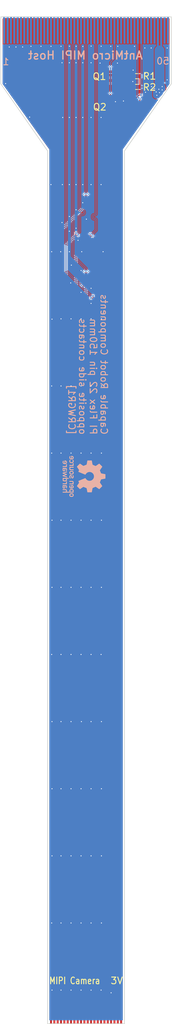
<source format=kicad_pcb>
(kicad_pcb (version 20171130) (host pcbnew "(5.1.9-0-10_14)")

  (general
    (thickness 0.2)
    (drawings 20)
    (tracks 536)
    (zones 0)
    (modules 7)
    (nets 18)
  )

  (page A4)
  (layers
    (0 F.Cu signal)
    (31 B.Cu signal)
    (32 B.Adhes user hide)
    (33 F.Adhes user hide)
    (34 B.Paste user)
    (35 F.Paste user)
    (36 B.SilkS user)
    (37 F.SilkS user)
    (38 B.Mask user)
    (39 F.Mask user)
    (40 Dwgs.User user)
    (41 Cmts.User user)
    (42 Eco1.User user)
    (43 Eco2.User user)
    (44 Edge.Cuts user)
    (45 Margin user)
    (46 B.CrtYd user)
    (47 F.CrtYd user)
    (48 B.Fab user)
    (49 F.Fab user)
  )

  (setup
    (last_trace_width 0.15)
    (user_trace_width 0.1)
    (user_trace_width 0.12)
    (user_trace_width 0.15)
    (user_trace_width 0.2)
    (user_trace_width 0.3)
    (user_trace_width 0.5)
    (user_trace_width 1)
    (user_trace_width 1.3)
    (trace_clearance 0.1)
    (zone_clearance 0.1)
    (zone_45_only no)
    (trace_min 0.1)
    (via_size 0.35)
    (via_drill 0.15)
    (via_min_size 0.35)
    (via_min_drill 0.15)
    (uvia_size 0.35)
    (uvia_drill 0.15)
    (uvias_allowed no)
    (uvia_min_size 0.35)
    (uvia_min_drill 0.15)
    (edge_width 0.05)
    (segment_width 0.1)
    (pcb_text_width 0.3)
    (pcb_text_size 1.5 1.5)
    (mod_edge_width 0.12)
    (mod_text_size 1 1)
    (mod_text_width 0.15)
    (pad_size 1.524 1.524)
    (pad_drill 0.762)
    (pad_to_mask_clearance 0.05)
    (aux_axis_origin 0 0)
    (visible_elements FFFFFF7F)
    (pcbplotparams
      (layerselection 0x310fc_ffffffff)
      (usegerberextensions false)
      (usegerberattributes true)
      (usegerberadvancedattributes true)
      (creategerberjobfile true)
      (excludeedgelayer true)
      (linewidth 0.100000)
      (plotframeref false)
      (viasonmask false)
      (mode 1)
      (useauxorigin false)
      (hpglpennumber 1)
      (hpglpenspeed 20)
      (hpglpendiameter 15.000000)
      (psnegative false)
      (psa4output false)
      (plotreference true)
      (plotvalue true)
      (plotinvisibletext false)
      (padsonsilk false)
      (subtractmaskfromsilk false)
      (outputformat 1)
      (mirror false)
      (drillshape 0)
      (scaleselection 1)
      (outputdirectory "out"))
  )

  (net 0 "")
  (net 1 /F1_GND)
  (net 2 /F1_C2_CSI0_D0_P)
  (net 3 /F1_C2_CSI0_D0_N)
  (net 4 /F1_C2_CSI0_D1_P)
  (net 5 /F1_C2_CSI0_D1_N)
  (net 6 /F1_C2_CSI0_CLK_P)
  (net 7 /F1_C2_CSI0_CLK_N)
  (net 8 /F1_C2_CSI1_D0_P)
  (net 9 /F1_C2_CSI1_D0_N)
  (net 10 /F1_C2_CSI1_D1_P)
  (net 11 /F1_C2_CSI1_D1_N)
  (net 12 /F1_C2_SDA)
  (net 13 /F1_C2_SCL)
  (net 14 /F1_3.3V)
  (net 15 /F1_C2_VSYNC)
  (net 16 /F1_C2_VSYNCHV)
  (net 17 /F1_C2_AUXHV)

  (net_class Default "This is the default net class."
    (clearance 0.1)
    (trace_width 0.1)
    (via_dia 0.35)
    (via_drill 0.15)
    (uvia_dia 0.35)
    (uvia_drill 0.15)
    (diff_pair_width 0.1)
    (diff_pair_gap 0.1)
    (add_net /F1_3.3V)
    (add_net /F1_C2_AUXHV)
    (add_net /F1_C2_CSI0_CLK_N)
    (add_net /F1_C2_CSI0_CLK_P)
    (add_net /F1_C2_CSI0_D0_N)
    (add_net /F1_C2_CSI0_D0_P)
    (add_net /F1_C2_CSI0_D1_N)
    (add_net /F1_C2_CSI0_D1_P)
    (add_net /F1_C2_CSI1_D0_N)
    (add_net /F1_C2_CSI1_D0_P)
    (add_net /F1_C2_CSI1_D1_N)
    (add_net /F1_C2_CSI1_D1_P)
    (add_net /F1_C2_SCL)
    (add_net /F1_C2_SDA)
    (add_net /F1_C2_VSYNC)
    (add_net /F1_C2_VSYNCHV)
    (add_net /F1_GND)
  )

  (module antmicro-alvium-flex-csi-adapter-footprints:SC70-3 (layer F.Cu) (tedit 5F560209) (tstamp 60BD6EDA)
    (at 124.6 28.35)
    (path /60BDAEF3)
    (attr smd)
    (fp_text reference Q2 (at -2.55 0.1) (layer F.SilkS)
      (effects (font (size 1 1) (thickness 0.15)))
    )
    (fp_text value BSS138APW (at 0 0) (layer F.SilkS) hide
      (effects (font (size 1.524 1.524) (thickness 0.05)))
    )
    (pad 3 smd rect (at 0.95 0 90) (size 0.4 0.5) (layers F.Cu F.Paste F.Mask)
      (net 17 /F1_C2_AUXHV))
    (pad 2 smd rect (at -0.95 0.65 90) (size 0.4 0.5) (layers F.Cu F.Paste F.Mask)
      (net 1 /F1_GND))
    (pad 1 smd rect (at -0.95 -0.65 90) (size 0.4 0.5) (layers F.Cu F.Paste F.Mask)
      (net 15 /F1_C2_VSYNC))
    (model ${KIPRJMOD}/lib/3d-models/SC70-3.step
      (at (xyz 0 0 0))
      (scale (xyz 1 1 1))
      (rotate (xyz 0 0 90))
    )
  )

  (module antmicro-alvium-flex-csi-adapter-footprints:SC70-3 (layer F.Cu) (tedit 5F560209) (tstamp 604114DD)
    (at 124.6 23.85)
    (path /5F8B8E2D)
    (attr smd)
    (fp_text reference Q1 (at -2.6 0.05 180) (layer F.SilkS)
      (effects (font (size 1 1) (thickness 0.15)))
    )
    (fp_text value BSS138APW (at 0 0 180) (layer F.SilkS) hide
      (effects (font (size 1.524 1.524) (thickness 0.05)))
    )
    (pad 1 smd rect (at -0.95 -0.65 90) (size 0.4 0.5) (layers F.Cu F.Paste F.Mask)
      (net 15 /F1_C2_VSYNC))
    (pad 2 smd rect (at -0.95 0.65 90) (size 0.4 0.5) (layers F.Cu F.Paste F.Mask)
      (net 1 /F1_GND))
    (pad 3 smd rect (at 0.95 0 90) (size 0.4 0.5) (layers F.Cu F.Paste F.Mask)
      (net 16 /F1_C2_VSYNCHV))
    (model ${KIPRJMOD}/lib/3d-models/SC70-3.step
      (at (xyz 0 0 0))
      (scale (xyz 1 1 1))
      (rotate (xyz 0 0 90))
    )
  )

  (module antmicro-alvium-flex-csi-adapter-footprints:oshw-logo (layer B.Cu) (tedit 5F876C5F) (tstamp 603FDEA5)
    (at 119.697 83.47 90)
    (path /5F89FCA6)
    (attr virtual)
    (fp_text reference N1 (at -3.08 4.76 90) (layer B.SilkS) hide
      (effects (font (size 1.524 1.524) (thickness 0.3)) (justify mirror))
    )
    (fp_text value oshw_logo (at 3.43 4.88 90) (layer B.SilkS) hide
      (effects (font (size 1.524 1.524) (thickness 0.3)) (justify mirror))
    )
    (fp_poly (pts (xy 2.316335 -1.557212) (xy 2.365289 -1.570473) (xy 2.410751 -1.593074) (xy 2.453474 -1.625314)
      (xy 2.46017 -1.631447) (xy 2.49174 -1.661087) (xy 2.46634 -1.684202) (xy 2.448922 -1.699811)
      (xy 2.430578 -1.715881) (xy 2.419362 -1.72548) (xy 2.397784 -1.743644) (xy 2.376891 -1.724768)
      (xy 2.345458 -1.701449) (xy 2.312177 -1.6874) (xy 2.274771 -1.681738) (xy 2.265314 -1.681529)
      (xy 2.226987 -1.684284) (xy 2.195173 -1.693102) (xy 2.167779 -1.708654) (xy 2.159417 -1.715321)
      (xy 2.136139 -1.741848) (xy 2.118918 -1.776168) (xy 2.107925 -1.817791) (xy 2.10333 -1.866228)
      (xy 2.103195 -1.876057) (xy 2.106466 -1.926873) (xy 2.116378 -1.970387) (xy 2.132772 -2.006416)
      (xy 2.155485 -2.034777) (xy 2.184359 -2.055286) (xy 2.219231 -2.067762) (xy 2.259942 -2.07202)
      (xy 2.274746 -2.071584) (xy 2.309658 -2.066837) (xy 2.339003 -2.056237) (xy 2.366399 -2.038274)
      (xy 2.377664 -2.028652) (xy 2.386514 -2.020784) (xy 2.393644 -2.016076) (xy 2.400622 -2.015143)
      (xy 2.409017 -2.018601) (xy 2.420398 -2.027064) (xy 2.436332 -2.041147) (xy 2.45618 -2.059427)
      (xy 2.49174 -2.092238) (xy 2.4765 -2.108421) (xy 2.449459 -2.132681) (xy 2.416295 -2.155691)
      (xy 2.380968 -2.174973) (xy 2.350901 -2.186995) (xy 2.327792 -2.193508) (xy 2.30659 -2.197321)
      (xy 2.283032 -2.199001) (xy 2.259067 -2.199185) (xy 2.233855 -2.198293) (xy 2.209446 -2.19628)
      (xy 2.18957 -2.193499) (xy 2.182408 -2.191908) (xy 2.133165 -2.173457) (xy 2.089862 -2.146984)
      (xy 2.053058 -2.112951) (xy 2.023314 -2.071823) (xy 2.012481 -2.051331) (xy 2.000078 -2.023756)
      (xy 1.991056 -1.999224) (xy 1.984909 -1.975127) (xy 1.981131 -1.948862) (xy 1.979217 -1.917822)
      (xy 1.978661 -1.879403) (xy 1.97866 -1.87706) (xy 1.979152 -1.838223) (xy 1.980972 -1.806897)
      (xy 1.984629 -1.780465) (xy 1.990635 -1.75631) (xy 1.999502 -1.731815) (xy 2.01174 -1.704364)
      (xy 2.012862 -1.702) (xy 2.039217 -1.657661) (xy 2.072304 -1.620785) (xy 2.111698 -1.591627)
      (xy 2.156972 -1.57044) (xy 2.207701 -1.557477) (xy 2.26314 -1.552992) (xy 2.316335 -1.557212)) (layer B.SilkS) (width 0.01))
    (fp_poly (pts (xy 1.753486 -2.563572) (xy 1.768707 -2.568733) (xy 1.787505 -2.57709) (xy 1.804886 -2.586465)
      (xy 1.818688 -2.595495) (xy 1.826747 -2.602814) (xy 1.827862 -2.606069) (xy 1.824353 -2.611108)
      (xy 1.815883 -2.621949) (xy 1.803906 -2.636835) (xy 1.789874 -2.654006) (xy 1.775241 -2.671702)
      (xy 1.76146 -2.688164) (xy 1.749984 -2.701633) (xy 1.742265 -2.71035) (xy 1.739774 -2.71272)
      (xy 1.735118 -2.710443) (xy 1.724283 -2.704565) (xy 1.713869 -2.69875) (xy 1.697827 -2.690793)
      (xy 1.682779 -2.6866) (xy 1.664203 -2.685149) (xy 1.65354 -2.685118) (xy 1.618721 -2.6889)
      (xy 1.590202 -2.699911) (xy 1.56659 -2.71874) (xy 1.561969 -2.723927) (xy 1.554834 -2.732482)
      (xy 1.548916 -2.740357) (xy 1.544095 -2.748559) (xy 1.540247 -2.758098) (xy 1.537252 -2.769982)
      (xy 1.534987 -2.785219) (xy 1.53333 -2.80482) (xy 1.53216 -2.829791) (xy 1.531355 -2.861143)
      (xy 1.530792 -2.899883) (xy 1.53035 -2.947021) (xy 1.530026 -2.98831) (xy 1.528383 -3.2004)
      (xy 1.468618 -3.2004) (xy 1.444925 -3.200127) (xy 1.425071 -3.199386) (xy 1.41119 -3.198291)
      (xy 1.405466 -3.197013) (xy 1.404868 -3.191467) (xy 1.404303 -3.176638) (xy 1.403781 -3.153404)
      (xy 1.403312 -3.122642) (xy 1.402904 -3.08523) (xy 1.402568 -3.042045) (xy 1.402313 -2.993964)
      (xy 1.402147 -2.941865) (xy 1.40208 -2.886625) (xy 1.40208 -2.5654) (xy 1.52908 -2.5654)
      (xy 1.52908 -2.59588) (xy 1.529563 -2.611957) (xy 1.530821 -2.623001) (xy 1.532274 -2.62636)
      (xy 1.537551 -2.623229) (xy 1.547578 -2.615217) (xy 1.554951 -2.608758) (xy 1.588903 -2.584515)
      (xy 1.627959 -2.567458) (xy 1.669893 -2.558004) (xy 1.712478 -2.55657) (xy 1.753486 -2.563572)) (layer B.SilkS) (width 0.01))
    (fp_poly (pts (xy 2.148397 -2.561629) (xy 2.19364 -2.574995) (xy 2.235729 -2.595745) (xy 2.27324 -2.623342)
      (xy 2.304746 -2.657247) (xy 2.326124 -2.691379) (xy 2.338147 -2.71812) (xy 2.346812 -2.745053)
      (xy 2.352553 -2.774538) (xy 2.355808 -2.808934) (xy 2.357012 -2.850603) (xy 2.357044 -2.85877)
      (xy 2.35712 -2.93116) (xy 1.960257 -2.93116) (xy 1.963671 -2.95529) (xy 1.973572 -2.993731)
      (xy 1.99125 -3.026977) (xy 2.015921 -3.053847) (xy 2.03962 -3.069675) (xy 2.05744 -3.076495)
      (xy 2.080851 -3.080698) (xy 2.10312 -3.082417) (xy 2.14444 -3.081004) (xy 2.180804 -3.0719)
      (xy 2.214663 -3.05437) (xy 2.227798 -3.045029) (xy 2.240746 -3.03554) (xy 2.250331 -3.029238)
      (xy 2.253671 -3.02768) (xy 2.258975 -3.030812) (xy 2.269761 -3.039101) (xy 2.284106 -3.050883)
      (xy 2.300085 -3.064495) (xy 2.315775 -3.078276) (xy 2.329252 -3.090561) (xy 2.338591 -3.099688)
      (xy 2.34188 -3.103919) (xy 2.337925 -3.110864) (xy 2.327387 -3.121673) (xy 2.312256 -3.134757)
      (xy 2.294522 -3.148528) (xy 2.276173 -3.161396) (xy 2.2592 -3.171774) (xy 2.252695 -3.175135)
      (xy 2.204473 -3.192921) (xy 2.152193 -3.202882) (xy 2.098569 -3.204771) (xy 2.046313 -3.198341)
      (xy 2.032968 -3.195193) (xy 1.984723 -3.17824) (xy 1.943536 -3.154343) (xy 1.909085 -3.123164)
      (xy 1.881044 -3.084367) (xy 1.859091 -3.037617) (xy 1.847989 -3.003009) (xy 1.841966 -2.972432)
      (xy 1.838154 -2.934955) (xy 1.836547 -2.89359) (xy 1.83714 -2.851351) (xy 1.839007 -2.82448)
      (xy 1.960257 -2.82448) (xy 2.23012 -2.82448) (xy 2.23012 -2.813383) (xy 2.225878 -2.783861)
      (xy 2.214259 -2.753765) (xy 2.196919 -2.725767) (xy 2.175516 -2.702542) (xy 2.151707 -2.686762)
      (xy 2.151576 -2.686702) (xy 2.12892 -2.680129) (xy 2.101125 -2.677458) (xy 2.072496 -2.678842)
      (xy 2.051338 -2.683134) (xy 2.023979 -2.696415) (xy 2.000173 -2.71796) (xy 1.981134 -2.746148)
      (xy 1.968075 -2.779355) (xy 1.963708 -2.80035) (xy 1.960257 -2.82448) (xy 1.839007 -2.82448)
      (xy 1.839927 -2.811253) (xy 1.844904 -2.77631) (xy 1.84841 -2.76098) (xy 1.866454 -2.708186)
      (xy 1.889878 -2.663759) (xy 1.919102 -2.627202) (xy 1.954545 -2.598016) (xy 1.996627 -2.575701)
      (xy 2.007997 -2.571225) (xy 2.05415 -2.559206) (xy 2.101425 -2.556187) (xy 2.148397 -2.561629)) (layer B.SilkS) (width 0.01))
    (fp_poly (pts (xy -2.064497 -1.559869) (xy -2.023074 -1.576181) (xy -1.985929 -1.601008) (xy -1.972866 -1.61297)
      (xy -1.956169 -1.630946) (xy -1.942599 -1.649027) (xy -1.93185 -1.66849) (xy -1.923612 -1.690613)
      (xy -1.917581 -1.716673) (xy -1.913447 -1.747949) (xy -1.910905 -1.785717) (xy -1.909646 -1.831256)
      (xy -1.909356 -1.87706) (xy -1.90977 -1.930269) (xy -1.911212 -1.974614) (xy -1.913983 -2.011363)
      (xy -1.918383 -2.041785) (xy -1.924712 -2.06715) (xy -1.933272 -2.088726) (xy -1.944363 -2.107783)
      (xy -1.958286 -2.12559) (xy -1.97155 -2.139673) (xy -1.992509 -2.157399) (xy -2.01751 -2.173865)
      (xy -2.030777 -2.180878) (xy -2.046734 -2.188105) (xy -2.059988 -2.192797) (xy -2.073565 -2.195495)
      (xy -2.090487 -2.196746) (xy -2.113781 -2.197091) (xy -2.121021 -2.1971) (xy -2.146295 -2.196907)
      (xy -2.16437 -2.195972) (xy -2.178202 -2.193753) (xy -2.190752 -2.189713) (xy -2.204977 -2.183311)
      (xy -2.209921 -2.180895) (xy -2.230507 -2.169571) (xy -2.250899 -2.156448) (xy -2.26441 -2.146209)
      (xy -2.286 -2.127728) (xy -2.286 -2.627542) (xy -2.26502 -2.608587) (xy -2.247687 -2.595225)
      (xy -2.226989 -2.582376) (xy -2.216469 -2.577011) (xy -2.172828 -2.562105) (xy -2.128834 -2.556469)
      (xy -2.085696 -2.559573) (xy -2.044621 -2.570892) (xy -2.006814 -2.589897) (xy -1.973484 -2.616062)
      (xy -1.945836 -2.648859) (xy -1.925078 -2.687761) (xy -1.918255 -2.707292) (xy -1.916285 -2.715141)
      (xy -1.914651 -2.724824) (xy -1.913322 -2.737291) (xy -1.91227 -2.75349) (xy -1.911464 -2.774373)
      (xy -1.910874 -2.800887) (xy -1.910471 -2.833983) (xy -1.910224 -2.87461) (xy -1.910105 -2.923718)
      (xy -1.91008 -2.967798) (xy -1.91008 -3.200712) (xy -2.03454 -3.19786) (xy -2.03708 -2.9845)
      (xy -2.037717 -2.9323) (xy -2.038304 -2.889263) (xy -2.038901 -2.854392) (xy -2.039568 -2.826688)
      (xy -2.040361 -2.805155) (xy -2.041341 -2.788796) (xy -2.042566 -2.776613) (xy -2.044094 -2.767609)
      (xy -2.045984 -2.760788) (xy -2.048295 -2.755152) (xy -2.050875 -2.750095) (xy -2.071267 -2.72198)
      (xy -2.097529 -2.701112) (xy -2.127918 -2.688039) (xy -2.160694 -2.683311) (xy -2.194115 -2.687476)
      (xy -2.219188 -2.697085) (xy -2.239019 -2.71068) (xy -2.258362 -2.729665) (xy -2.273493 -2.750162)
      (xy -2.277451 -2.757734) (xy -2.279186 -2.765731) (xy -2.280733 -2.781784) (xy -2.282106 -2.806254)
      (xy -2.283318 -2.8395) (xy -2.284384 -2.881884) (xy -2.285316 -2.933767) (xy -2.286 -2.9845)
      (xy -2.28854 -3.19786) (xy -2.413 -3.200712) (xy -2.413 -1.87706) (xy -2.286 -1.87706)
      (xy -2.284686 -1.926093) (xy -2.280491 -1.966272) (xy -2.27304 -1.998588) (xy -2.261956 -2.024032)
      (xy -2.246863 -2.043598) (xy -2.227383 -2.058276) (xy -2.214844 -2.064547) (xy -2.193976 -2.070117)
      (xy -2.167758 -2.072304) (xy -2.140401 -2.071168) (xy -2.116114 -2.066767) (xy -2.10566 -2.063009)
      (xy -2.078243 -2.044944) (xy -2.057739 -2.019537) (xy -2.049127 -2.001448) (xy -2.044866 -1.984415)
      (xy -2.041516 -1.959591) (xy -2.039125 -1.929307) (xy -2.037742 -1.895893) (xy -2.037414 -1.861683)
      (xy -2.03819 -1.829006) (xy -2.040117 -1.800195) (xy -2.043244 -1.777581) (xy -2.044409 -1.77241)
      (xy -2.056223 -1.738016) (xy -2.072326 -1.712468) (xy -2.093645 -1.695026) (xy -2.121108 -1.684948)
      (xy -2.155643 -1.681493) (xy -2.158228 -1.68148) (xy -2.191975 -1.68393) (xy -2.21981 -1.691708)
      (xy -2.242149 -1.705448) (xy -2.259407 -1.72579) (xy -2.272002 -1.753368) (xy -2.280349 -1.788822)
      (xy -2.284864 -1.832787) (xy -2.286 -1.87706) (xy -2.413 -1.87706) (xy -2.413 -1.55956)
      (xy -2.286 -1.55956) (xy -2.286 -1.620849) (xy -2.259099 -1.600538) (xy -2.224478 -1.577961)
      (xy -2.189557 -1.563135) (xy -2.15375 -1.554858) (xy -2.108591 -1.55259) (xy -2.064497 -1.559869)) (layer B.SilkS) (width 0.01))
    (fp_poly (pts (xy 0.605152 -1.55859) (xy 0.65183 -1.574224) (xy 0.694332 -1.598187) (xy 0.728375 -1.62705)
      (xy 0.750706 -1.652385) (xy 0.768389 -1.678643) (xy 0.781867 -1.707325) (xy 0.791586 -1.739933)
      (xy 0.797992 -1.777969) (xy 0.801528 -1.822932) (xy 0.802639 -1.876326) (xy 0.80264 -1.877721)
      (xy 0.801589 -1.929907) (xy 0.798306 -1.973467) (xy 0.792587 -2.009728) (xy 0.784233 -2.040019)
      (xy 0.774699 -2.06248) (xy 0.748467 -2.10368) (xy 0.71503 -2.139098) (xy 0.675906 -2.167435)
      (xy 0.632617 -2.18739) (xy 0.626336 -2.189432) (xy 0.599934 -2.195119) (xy 0.567552 -2.198443)
      (xy 0.532932 -2.199337) (xy 0.499816 -2.197733) (xy 0.471947 -2.193564) (xy 0.466912 -2.192301)
      (xy 0.428976 -2.177701) (xy 0.391964 -2.155997) (xy 0.359988 -2.129693) (xy 0.354116 -2.123623)
      (xy 0.332932 -2.098683) (xy 0.31619 -2.073827) (xy 0.303427 -2.047452) (xy 0.294179 -2.017956)
      (xy 0.287983 -1.983738) (xy 0.284376 -1.943196) (xy 0.282894 -1.894727) (xy 0.282792 -1.87706)
      (xy 0.409691 -1.87706) (xy 0.410315 -1.918215) (xy 0.412477 -1.950942) (xy 0.416612 -1.976909)
      (xy 0.423156 -1.997788) (xy 0.432545 -2.015249) (xy 0.445214 -2.030963) (xy 0.451466 -2.037296)
      (xy 0.471249 -2.054021) (xy 0.491005 -2.064561) (xy 0.514032 -2.070163) (xy 0.54356 -2.072071)
      (xy 0.569085 -2.070804) (xy 0.590455 -2.065437) (xy 0.60198 -2.060562) (xy 0.625074 -2.047439)
      (xy 0.6421 -2.031597) (xy 0.656021 -2.009961) (xy 0.661421 -1.998916) (xy 0.665523 -1.989381)
      (xy 0.668536 -1.980016) (xy 0.670627 -1.969085) (xy 0.671962 -1.95485) (xy 0.672708 -1.935575)
      (xy 0.673032 -1.90952) (xy 0.6731 -1.87706) (xy 0.673022 -1.842993) (xy 0.67268 -1.817348)
      (xy 0.671907 -1.798388) (xy 0.670535 -1.784376) (xy 0.668399 -1.773574) (xy 0.665331 -1.764244)
      (xy 0.661421 -1.755203) (xy 0.647913 -1.730366) (xy 0.632494 -1.71256) (xy 0.6122 -1.698711)
      (xy 0.60198 -1.693557) (xy 0.5694 -1.68318) (xy 0.535284 -1.681068) (xy 0.501941 -1.68683)
      (xy 0.471681 -1.700078) (xy 0.447596 -1.719564) (xy 0.434375 -1.736003) (xy 0.424463 -1.753886)
      (xy 0.417449 -1.774917) (xy 0.412923 -1.800802) (xy 0.410475 -1.833247) (xy 0.409694 -1.873955)
      (xy 0.409691 -1.87706) (xy 0.282792 -1.87706) (xy 0.283699 -1.824348) (xy 0.286825 -1.780128)
      (xy 0.292595 -1.742891) (xy 0.301434 -1.711128) (xy 0.313767 -1.683331) (xy 0.330018 -1.657992)
      (xy 0.350611 -1.633602) (xy 0.351636 -1.632514) (xy 0.385379 -1.601479) (xy 0.42077 -1.578891)
      (xy 0.46029 -1.563481) (xy 0.505009 -1.554183) (xy 0.555733 -1.551754) (xy 0.605152 -1.55859)) (layer B.SilkS) (width 0.01))
    (fp_poly (pts (xy -0.2286 -3.200712) (xy -0.35306 -3.19786) (xy -0.354581 -3.165803) (xy -0.356101 -3.133747)
      (xy -0.373429 -3.148961) (xy -0.410839 -3.175477) (xy -0.452457 -3.193803) (xy -0.49652 -3.20355)
      (xy -0.541267 -3.204334) (xy -0.584933 -3.195769) (xy -0.585826 -3.195486) (xy -0.620332 -3.181195)
      (xy -0.65082 -3.160914) (xy -0.672318 -3.141334) (xy -0.68828 -3.123924) (xy -0.701249 -3.106211)
      (xy -0.711519 -3.086931) (xy -0.719382 -3.064822) (xy -0.725132 -3.03862) (xy -0.729061 -3.007064)
      (xy -0.731464 -2.968888) (xy -0.732631 -2.922832) (xy -0.732874 -2.88036) (xy -0.60198 -2.88036)
      (xy -0.601917 -2.915801) (xy -0.601627 -2.942733) (xy -0.600961 -2.962806) (xy -0.59977 -2.977671)
      (xy -0.597904 -2.988977) (xy -0.595213 -2.998375) (xy -0.591547 -3.007515) (xy -0.590182 -3.010572)
      (xy -0.57323 -3.039292) (xy -0.551743 -3.059582) (xy -0.524837 -3.071934) (xy -0.491626 -3.076844)
      (xy -0.471891 -3.076636) (xy -0.441634 -3.072511) (xy -0.417791 -3.063319) (xy -0.417351 -3.063073)
      (xy -0.397335 -3.048543) (xy -0.381675 -3.029355) (xy -0.370029 -3.004495) (xy -0.362056 -2.972955)
      (xy -0.357416 -2.933722) (xy -0.355768 -2.885787) (xy -0.355755 -2.88036) (xy -0.357504 -2.828359)
      (xy -0.362989 -2.78538) (xy -0.372575 -2.75086) (xy -0.386628 -2.724236) (xy -0.405513 -2.704946)
      (xy -0.429596 -2.692427) (xy -0.459243 -2.686114) (xy -0.4826 -2.68508) (xy -0.516772 -2.687911)
      (xy -0.543627 -2.696486) (xy -0.564849 -2.711837) (xy -0.582123 -2.734992) (xy -0.590356 -2.751005)
      (xy -0.594298 -2.760135) (xy -0.597234 -2.769122) (xy -0.599311 -2.779603) (xy -0.600677 -2.79322)
      (xy -0.601478 -2.81161) (xy -0.601862 -2.836414) (xy -0.601977 -2.86927) (xy -0.60198 -2.88036)
      (xy -0.732874 -2.88036) (xy -0.732495 -2.82747) (xy -0.731146 -2.783442) (xy -0.728512 -2.746998)
      (xy -0.724275 -2.71686) (xy -0.718119 -2.691751) (xy -0.709726 -2.670393) (xy -0.69878 -2.651509)
      (xy -0.684964 -2.633821) (xy -0.667962 -2.616052) (xy -0.667147 -2.615258) (xy -0.631282 -2.587159)
      (xy -0.591496 -2.567896) (xy -0.549134 -2.557613) (xy -0.505539 -2.556456) (xy -0.462055 -2.56457)
      (xy -0.420026 -2.582101) (xy -0.410672 -2.587502) (xy -0.393554 -2.598644) (xy -0.376933 -2.610544)
      (xy -0.37211 -2.614306) (xy -0.3556 -2.627662) (xy -0.3556 -2.30632) (xy -0.2286 -2.30632)
      (xy -0.2286 -3.200712)) (layer B.SilkS) (width 0.01))
    (fp_poly (pts (xy -1.493243 -1.560181) (xy -1.446576 -1.576238) (xy -1.404379 -1.600723) (xy -1.367567 -1.633232)
      (xy -1.340184 -1.668413) (xy -1.325932 -1.692651) (xy -1.315153 -1.716946) (xy -1.30733 -1.743406)
      (xy -1.301944 -1.774141) (xy -1.298478 -1.811262) (xy -1.296801 -1.84531) (xy -1.293883 -1.92532)
      (xy -1.69164 -1.92532) (xy -1.69164 -1.942177) (xy -1.686699 -1.977916) (xy -1.672216 -2.011015)
      (xy -1.649093 -2.039918) (xy -1.625665 -2.059164) (xy -1.600695 -2.071629) (xy -1.57156 -2.078246)
      (xy -1.5367 -2.079961) (xy -1.496753 -2.074691) (xy -1.457624 -2.060014) (xy -1.421173 -2.036628)
      (xy -1.420943 -2.036444) (xy -1.401705 -2.021059) (xy -1.358629 -2.05763) (xy -1.341059 -2.072707)
      (xy -1.326479 -2.08552) (xy -1.316577 -2.094567) (xy -1.313106 -2.098159) (xy -1.31503 -2.103967)
      (xy -1.323649 -2.113819) (xy -1.337149 -2.126214) (xy -1.353713 -2.139648) (xy -1.371527 -2.152616)
      (xy -1.388776 -2.163617) (xy -1.398403 -2.168797) (xy -1.420509 -2.178418) (xy -1.444665 -2.18724)
      (xy -1.460298 -2.19191) (xy -1.487743 -2.196652) (xy -1.52105 -2.199007) (xy -1.556591 -2.199014)
      (xy -1.590736 -2.196715) (xy -1.619856 -2.19215) (xy -1.62814 -2.190038) (xy -1.676479 -2.171586)
      (xy -1.717391 -2.146372) (xy -1.751261 -2.114021) (xy -1.77847 -2.074158) (xy -1.799403 -2.026407)
      (xy -1.801521 -2.020099) (xy -1.809128 -1.989141) (xy -1.81462 -1.951129) (xy -1.817878 -1.908971)
      (xy -1.818786 -1.865578) (xy -1.817223 -1.823856) (xy -1.81504 -1.804322) (xy -1.69164 -1.804322)
      (xy -1.69164 -1.81864) (xy -1.42748 -1.81864) (xy -1.42748 -1.80105) (xy -1.431255 -1.775727)
      (xy -1.441415 -1.748257) (xy -1.456215 -1.722586) (xy -1.468989 -1.707206) (xy -1.494972 -1.688056)
      (xy -1.525884 -1.676247) (xy -1.559281 -1.672129) (xy -1.592722 -1.676051) (xy -1.618949 -1.685758)
      (xy -1.645178 -1.704415) (xy -1.667011 -1.730152) (xy -1.682805 -1.760289) (xy -1.690915 -1.792144)
      (xy -1.69164 -1.804322) (xy -1.81504 -1.804322) (xy -1.813072 -1.786715) (xy -1.811399 -1.777373)
      (xy -1.796599 -1.724094) (xy -1.7748 -1.676953) (xy -1.746559 -1.636526) (xy -1.712433 -1.603389)
      (xy -1.672979 -1.578116) (xy -1.628753 -1.561286) (xy -1.596336 -1.554969) (xy -1.543468 -1.552956)
      (xy -1.493243 -1.560181)) (layer B.SilkS) (width 0.01))
    (fp_poly (pts (xy 1.889278 -1.554809) (xy 1.907312 -1.559137) (xy 1.927866 -1.566178) (xy 1.948412 -1.574791)
      (xy 1.966422 -1.583832) (xy 1.979369 -1.59216) (xy 1.98452 -1.597862) (xy 1.982401 -1.604169)
      (xy 1.974662 -1.616441) (xy 1.962437 -1.633053) (xy 1.946859 -1.652377) (xy 1.945053 -1.654523)
      (xy 1.929127 -1.673395) (xy 1.915719 -1.689326) (xy 1.906117 -1.700786) (xy 1.901605 -1.706244)
      (xy 1.90145 -1.706446) (xy 1.89652 -1.705478) (xy 1.885263 -1.700823) (xy 1.873187 -1.695016)
      (xy 1.840875 -1.683578) (xy 1.808074 -1.680739) (xy 1.776426 -1.685863) (xy 1.747572 -1.698319)
      (xy 1.723156 -1.717471) (xy 1.704818 -1.742686) (xy 1.696602 -1.763168) (xy 1.695437 -1.772316)
      (xy 1.694386 -1.790607) (xy 1.693473 -1.817026) (xy 1.692719 -1.850557) (xy 1.692147 -1.890183)
      (xy 1.69178 -1.934891) (xy 1.69164 -1.983662) (xy 1.69164 -2.19456) (xy 1.55956 -2.19456)
      (xy 1.55956 -1.55956) (xy 1.69164 -1.55956) (xy 1.69164 -1.626089) (xy 1.71069 -1.607351)
      (xy 1.739771 -1.585128) (xy 1.775336 -1.568051) (xy 1.814687 -1.556915) (xy 1.855125 -1.552513)
      (xy 1.889278 -1.554809)) (layer B.SilkS) (width 0.01))
    (fp_poly (pts (xy 0.063944 3.200385) (xy 0.118503 3.200323) (xy 0.164447 3.200194) (xy 0.202552 3.199975)
      (xy 0.23359 3.199646) (xy 0.258334 3.199185) (xy 0.277557 3.198571) (xy 0.292034 3.197781)
      (xy 0.302537 3.196794) (xy 0.309839 3.195589) (xy 0.314713 3.194144) (xy 0.317934 3.192438)
      (xy 0.31913 3.191511) (xy 0.321531 3.188443) (xy 0.324143 3.18278) (xy 0.327119 3.173802)
      (xy 0.330612 3.160785) (xy 0.334776 3.14301) (xy 0.339764 3.119755) (xy 0.345729 3.090298)
      (xy 0.352825 3.053919) (xy 0.361205 3.009896) (xy 0.371021 2.957507) (xy 0.382428 2.896033)
      (xy 0.385794 2.87782) (xy 0.395938 2.823228) (xy 0.405693 2.771386) (xy 0.41488 2.723197)
      (xy 0.423321 2.679563) (xy 0.430839 2.641386) (xy 0.437257 2.609567) (xy 0.442397 2.585008)
      (xy 0.44608 2.568611) (xy 0.44813 2.561277) (xy 0.448169 2.561197) (xy 0.456812 2.549847)
      (xy 0.464359 2.543968) (xy 0.476168 2.538293) (xy 0.495535 2.529756) (xy 0.521275 2.518828)
      (xy 0.5522 2.505979) (xy 0.587125 2.491679) (xy 0.624864 2.476401) (xy 0.664231 2.460614)
      (xy 0.704039 2.44479) (xy 0.743103 2.429399) (xy 0.780237 2.414913) (xy 0.814255 2.401801)
      (xy 0.84397 2.390536) (xy 0.868197 2.381588) (xy 0.885749 2.375427) (xy 0.89544 2.372525)
      (xy 0.896621 2.37236) (xy 0.911725 2.37562) (xy 0.931874 2.385712) (xy 0.948099 2.396118)
      (xy 0.962375 2.405865) (xy 0.983862 2.420564) (xy 1.011392 2.439414) (xy 1.0438 2.461618)
      (xy 1.079921 2.486375) (xy 1.118588 2.512886) (xy 1.158636 2.540351) (xy 1.198899 2.567971)
      (xy 1.238212 2.594945) (xy 1.275408 2.620476) (xy 1.309323 2.643762) (xy 1.338789 2.664005)
      (xy 1.362643 2.680404) (xy 1.377499 2.690632) (xy 1.39888 2.70476) (xy 1.418234 2.716436)
      (xy 1.433568 2.724533) (xy 1.44289 2.727923) (xy 1.443473 2.72796) (xy 1.448048 2.725998)
      (xy 1.456423 2.719864) (xy 1.468988 2.709187) (xy 1.486133 2.693598) (xy 1.508249 2.672727)
      (xy 1.535726 2.646203) (xy 1.568952 2.613656) (xy 1.60832 2.574716) (xy 1.654219 2.529013)
      (xy 1.675064 2.508185) (xy 1.721494 2.46169) (xy 1.761169 2.421799) (xy 1.794577 2.387994)
      (xy 1.822205 2.359756) (xy 1.844544 2.336565) (xy 1.862081 2.317902) (xy 1.875304 2.303248)
      (xy 1.884702 2.292085) (xy 1.890764 2.283892) (xy 1.893978 2.278151) (xy 1.89484 2.274608)
      (xy 1.892783 2.268426) (xy 1.886468 2.256497) (xy 1.875681 2.238489) (xy 1.860204 2.214069)
      (xy 1.839823 2.182908) (xy 1.814321 2.144672) (xy 1.783483 2.099031) (xy 1.747093 2.045654)
      (xy 1.721932 2.008942) (xy 1.690797 1.963426) (xy 1.661369 1.920086) (xy 1.63416 1.879699)
      (xy 1.609681 1.843039) (xy 1.588445 1.810882) (xy 1.570964 1.784002) (xy 1.557749 1.763175)
      (xy 1.549313 1.749176) (xy 1.546182 1.742862) (xy 1.547503 1.734906) (xy 1.552551 1.718843)
      (xy 1.560841 1.695811) (xy 1.571887 1.666949) (xy 1.585204 1.633395) (xy 1.600306 1.596286)
      (xy 1.616707 1.556762) (xy 1.633922 1.515961) (xy 1.651466 1.47502) (xy 1.668852 1.435079)
      (xy 1.685596 1.397276) (xy 1.701212 1.362748) (xy 1.715213 1.332635) (xy 1.727115 1.308073)
      (xy 1.736433 1.290203) (xy 1.742679 1.280162) (xy 1.74423 1.278579) (xy 1.751136 1.276353)
      (xy 1.767124 1.2725) (xy 1.791276 1.267205) (xy 1.822678 1.260653) (xy 1.860412 1.25303)
      (xy 1.903562 1.244521) (xy 1.951213 1.235312) (xy 2.002449 1.225587) (xy 2.049871 1.216732)
      (xy 2.103519 1.206708) (xy 2.1544 1.197039) (xy 2.201597 1.18791) (xy 2.244192 1.179508)
      (xy 2.281268 1.172015) (xy 2.311907 1.165619) (xy 2.335192 1.160503) (xy 2.350206 1.156853)
      (xy 2.35585 1.155) (xy 2.36728 1.147846) (xy 2.36728 0.833366) (xy 2.367286 0.767725)
      (xy 2.367267 0.711501) (xy 2.367161 0.663952) (xy 2.366909 0.624334) (xy 2.366449 0.591904)
      (xy 2.365722 0.565921) (xy 2.364667 0.54564) (xy 2.363225 0.53032) (xy 2.361334 0.519217)
      (xy 2.358935 0.511589) (xy 2.355967 0.506692) (xy 2.35237 0.503785) (xy 2.348083 0.502124)
      (xy 2.343047 0.500966) (xy 2.340254 0.500349) (xy 2.333285 0.498959) (xy 2.317277 0.495903)
      (xy 2.293181 0.49136) (xy 2.261948 0.485506) (xy 2.224532 0.478519) (xy 2.181883 0.470578)
      (xy 2.134954 0.461861) (xy 2.084695 0.452545) (xy 2.05486 0.447023) (xy 2.002929 0.43734)
      (xy 1.953639 0.428002) (xy 1.907963 0.419201) (xy 1.866875 0.411134) (xy 1.83135 0.403994)
      (xy 1.802361 0.397977) (xy 1.780882 0.393277) (xy 1.767889 0.390088) (xy 1.764705 0.389046)
      (xy 1.760956 0.386972) (xy 1.75723 0.38377) (xy 1.753169 0.378649) (xy 1.748415 0.37082)
      (xy 1.74261 0.359493) (xy 1.735397 0.343878) (xy 1.726417 0.323185) (xy 1.715314 0.296625)
      (xy 1.70173 0.263408) (xy 1.685306 0.222743) (xy 1.665686 0.173842) (xy 1.653877 0.144336)
      (xy 1.630562 0.085801) (xy 1.610997 0.036121) (xy 1.594996 -0.005215) (xy 1.582371 -0.038717)
      (xy 1.572933 -0.064898) (xy 1.566496 -0.084266) (xy 1.562871 -0.097333) (xy 1.56187 -0.10461)
      (xy 1.562 -0.105551) (xy 1.565388 -0.111936) (xy 1.574031 -0.125889) (xy 1.587401 -0.146619)
      (xy 1.604975 -0.173337) (xy 1.626227 -0.205253) (xy 1.650633 -0.241579) (xy 1.677667 -0.281524)
      (xy 1.706803 -0.324299) (xy 1.729977 -0.358137) (xy 1.768152 -0.413904) (xy 1.800714 -0.461818)
      (xy 1.827941 -0.502307) (xy 1.85011 -0.535798) (xy 1.867497 -0.562718) (xy 1.880379 -0.583494)
      (xy 1.889033 -0.598554) (xy 1.893736 -0.608325) (xy 1.89484 -0.612588) (xy 1.893922 -0.616557)
      (xy 1.890832 -0.622253) (xy 1.885061 -0.630218) (xy 1.876105 -0.640996) (xy 1.863454 -0.655127)
      (xy 1.846604 -0.673155) (xy 1.825047 -0.695622) (xy 1.798275 -0.723071) (xy 1.765783 -0.756044)
      (xy 1.727064 -0.795083) (xy 1.68275 -0.839588) (xy 1.635779 -0.88663) (xy 1.595387 -0.926909)
      (xy 1.561043 -0.960919) (xy 1.532216 -0.989155) (xy 1.508374 -1.012112) (xy 1.488986 -1.030284)
      (xy 1.473522 -1.044165) (xy 1.461449 -1.054249) (xy 1.452238 -1.061032) (xy 1.445355 -1.065008)
      (xy 1.440271 -1.066671) (xy 1.438662 -1.0668) (xy 1.433748 -1.064003) (xy 1.421225 -1.055952)
      (xy 1.40185 -1.043157) (xy 1.376378 -1.026128) (xy 1.345569 -1.005374) (xy 1.310179 -0.981405)
      (xy 1.270964 -0.954731) (xy 1.228683 -0.925862) (xy 1.193409 -0.9017) (xy 1.138331 -0.864066)
      (xy 1.089294 -0.830866) (xy 1.046624 -0.802311) (xy 1.010647 -0.778614) (xy 0.981689 -0.759987)
      (xy 0.960074 -0.746642) (xy 0.946129 -0.738793) (xy 0.940496 -0.7366) (xy 0.932745 -0.738916)
      (xy 0.917444 -0.745425) (xy 0.895971 -0.75547) (xy 0.869703 -0.768393) (xy 0.840017 -0.783534)
      (xy 0.816852 -0.795678) (xy 0.78146 -0.814328) (xy 0.753869 -0.828542) (xy 0.732993 -0.838799)
      (xy 0.717741 -0.84558) (xy 0.707025 -0.849364) (xy 0.699756 -0.850631) (xy 0.694845 -0.849861)
      (xy 0.694346 -0.849646) (xy 0.691789 -0.847003) (xy 0.68781 -0.840541) (xy 0.682221 -0.82982)
      (xy 0.674833 -0.814402) (xy 0.665456 -0.793847) (xy 0.653901 -0.767715) (xy 0.639978 -0.735567)
      (xy 0.623499 -0.696964) (xy 0.604275 -0.651465) (xy 0.582116 -0.598633) (xy 0.556833 -0.538027)
      (xy 0.528236 -0.469208) (xy 0.496138 -0.391736) (xy 0.470538 -0.329835) (xy 0.436422 -0.24723)
      (xy 0.406033 -0.173511) (xy 0.379179 -0.108191) (xy 0.355668 -0.050782) (xy 0.335305 -0.000798)
      (xy 0.3179 0.042249) (xy 0.303259 0.078847) (xy 0.29119 0.109481) (xy 0.281501 0.134641)
      (xy 0.273999 0.154812) (xy 0.268491 0.170483) (xy 0.264785 0.182141) (xy 0.262689 0.190272)
      (xy 0.262009 0.195365) (xy 0.262258 0.197341) (xy 0.269083 0.206689) (xy 0.28309 0.218993)
      (xy 0.302403 0.232613) (xy 0.303284 0.233178) (xy 0.354604 0.267199) (xy 0.398237 0.299052)
      (xy 0.435974 0.330235) (xy 0.469604 0.36225) (xy 0.500915 0.396596) (xy 0.507555 0.404476)
      (xy 0.556525 0.471165) (xy 0.596596 0.542724) (xy 0.627623 0.618872) (xy 0.64306 0.671436)
      (xy 0.651969 0.717327) (xy 0.657688 0.76932) (xy 0.660084 0.823826) (xy 0.659023 0.877258)
      (xy 0.654369 0.926029) (xy 0.652948 0.935191) (xy 0.634715 1.014408) (xy 0.607448 1.089799)
      (xy 0.571708 1.160711) (xy 0.528055 1.226489) (xy 0.477052 1.286477) (xy 0.419258 1.340023)
      (xy 0.355234 1.386471) (xy 0.285542 1.425166) (xy 0.210741 1.455455) (xy 0.205721 1.457115)
      (xy 0.131625 1.476209) (xy 0.05431 1.486599) (xy -0.024292 1.488286) (xy -0.10225 1.481267)
      (xy -0.177633 1.465543) (xy -0.205053 1.457334) (xy -0.280029 1.427634) (xy -0.350279 1.389313)
      (xy -0.415124 1.34305) (xy -0.473884 1.289523) (xy -0.52588 1.229412) (xy -0.570432 1.163395)
      (xy -0.606859 1.092152) (xy -0.629075 1.033762) (xy -0.648169 0.959666) (xy -0.658559 0.882351)
      (xy -0.660246 0.803749) (xy -0.653227 0.725791) (xy -0.637503 0.650408) (xy -0.629294 0.622988)
      (xy -0.617143 0.590042) (xy -0.601413 0.553622) (xy -0.583768 0.517201) (xy -0.565874 0.484247)
      (xy -0.552233 0.462322) (xy -0.508942 0.406018) (xy -0.456606 0.351057) (xy -0.396337 0.298447)
      (xy -0.329243 0.249196) (xy -0.288402 0.223029) (xy -0.272408 0.211214) (xy -0.262765 0.19972)
      (xy -0.26129 0.196072) (xy -0.262675 0.189338) (xy -0.267727 0.174022) (xy -0.276143 0.150863)
      (xy -0.287615 0.120599) (xy -0.301839 0.083968) (xy -0.318508 0.041709) (xy -0.337316 -0.00544)
      (xy -0.357959 -0.05674) (xy -0.38013 -0.111454) (xy -0.403523 -0.168842) (xy -0.427833 -0.228167)
      (xy -0.452754 -0.288689) (xy -0.477981 -0.349672) (xy -0.503207 -0.410375) (xy -0.528128 -0.470062)
      (xy -0.552436 -0.527992) (xy -0.575827 -0.58343) (xy -0.597995 -0.635634) (xy -0.618634 -0.683868)
      (xy -0.637438 -0.727394) (xy -0.654102 -0.765471) (xy -0.66832 -0.797363) (xy -0.679787 -0.822331)
      (xy -0.688195 -0.839637) (xy -0.693241 -0.848541) (xy -0.694231 -0.849578) (xy -0.698935 -0.850538)
      (xy -0.705947 -0.849481) (xy -0.716349 -0.845928) (xy -0.731225 -0.839403) (xy -0.751658 -0.829428)
      (xy -0.778731 -0.815523) (xy -0.813528 -0.797213) (xy -0.816522 -0.795626) (xy -0.847832 -0.77928)
      (xy -0.876743 -0.764672) (xy -0.901875 -0.752459) (xy -0.921848 -0.743301) (xy -0.935282 -0.737855)
      (xy -0.940171 -0.736602) (xy -0.948237 -0.739539) (xy -0.963828 -0.748073) (xy -0.986281 -0.76179)
      (xy -1.014931 -0.780276) (xy -1.049112 -0.803115) (xy -1.07188 -0.818655) (xy -1.137285 -0.86359)
      (xy -1.194798 -0.903061) (xy -1.244886 -0.937383) (xy -1.288015 -0.96687) (xy -1.32465 -0.991836)
      (xy -1.355258 -1.012596) (xy -1.380305 -1.029464) (xy -1.400256 -1.042755) (xy -1.415577 -1.052782)
      (xy -1.426735 -1.059861) (xy -1.434195 -1.064305) (xy -1.438423 -1.066429) (xy -1.439561 -1.066722)
      (xy -1.448566 -1.064129) (xy -1.45288 -1.06183) (xy -1.457756 -1.057457) (xy -1.46916 -1.046528)
      (xy -1.486445 -1.029682) (xy -1.508965 -1.007557) (xy -1.536074 -0.980791) (xy -1.567125 -0.950022)
      (xy -1.601472 -0.915889) (xy -1.638468 -0.87903) (xy -1.677467 -0.840083) (xy -1.67767 -0.839879)
      (xy -1.725309 -0.792152) (xy -1.766084 -0.751081) (xy -1.800409 -0.716229) (xy -1.828694 -0.687161)
      (xy -1.851354 -0.663441) (xy -1.868801 -0.644633) (xy -1.881447 -0.630303) (xy -1.889705 -0.620013)
      (xy -1.893987 -0.613329) (xy -1.89484 -0.610527) (xy -1.891929 -0.603499) (xy -1.883336 -0.588522)
      (xy -1.869275 -0.565924) (xy -1.849959 -0.536031) (xy -1.825603 -0.49917) (xy -1.796419 -0.455668)
      (xy -1.762621 -0.405852) (xy -1.729978 -0.358137) (xy -1.699597 -0.313743) (xy -1.67092 -0.271579)
      (xy -1.644474 -0.232437) (xy -1.620783 -0.197105) (xy -1.600371 -0.166372) (xy -1.583765 -0.141029)
      (xy -1.571489 -0.121865) (xy -1.564069 -0.109669) (xy -1.562001 -0.105551) (xy -1.5624 -0.099585)
      (xy -1.565378 -0.087951) (xy -1.571125 -0.070137) (xy -1.579827 -0.045633) (xy -1.591673 -0.013928)
      (xy -1.606851 0.02549) (xy -1.625547 0.07313) (xy -1.647951 0.129505) (xy -1.653785 0.144102)
      (xy -1.675583 0.198478) (xy -1.694017 0.244153) (xy -1.709423 0.281886) (xy -1.722139 0.312437)
      (xy -1.732501 0.336567) (xy -1.740846 0.355035) (xy -1.747513 0.368601) (xy -1.752837 0.378025)
      (xy -1.757155 0.384067) (xy -1.760806 0.387487) (xy -1.762072 0.38825) (xy -1.766099 0.389851)
      (xy -1.773071 0.391894) (xy -1.783569 0.394493) (xy -1.798177 0.397762) (xy -1.817475 0.401814)
      (xy -1.842047 0.406764) (xy -1.872474 0.412726) (xy -1.909339 0.419813) (xy -1.953223 0.428139)
      (xy -2.004708 0.437819) (xy -2.064377 0.448965) (xy -2.132812 0.461693) (xy -2.210595 0.476115)
      (xy -2.21996 0.47785) (xy -2.259353 0.485141) (xy -2.289955 0.490838) (xy -2.31296 0.495225)
      (xy -2.329561 0.498585) (xy -2.340953 0.501201) (xy -2.348329 0.503356) (xy -2.352884 0.505334)
      (xy -2.355812 0.507419) (xy -2.358305 0.509892) (xy -2.359305 0.510911) (xy -2.360952 0.513423)
      (xy -2.362359 0.517908) (xy -2.363544 0.525114) (xy -2.364526 0.535786) (xy -2.365324 0.550671)
      (xy -2.365955 0.570514) (xy -2.366438 0.596063) (xy -2.366791 0.628064) (xy -2.367034 0.667262)
      (xy -2.367184 0.714404) (xy -2.36726 0.770236) (xy -2.36728 0.833366) (xy -2.36728 1.147846)
      (xy -2.35585 1.154982) (xy -2.348879 1.157182) (xy -2.332828 1.161004) (xy -2.308616 1.166264)
      (xy -2.277161 1.172777) (xy -2.239381 1.180358) (xy -2.196196 1.188823) (xy -2.148523 1.197988)
      (xy -2.097282 1.207667) (xy -2.050367 1.21639) (xy -1.995712 1.226568) (xy -1.944159 1.236346)
      (xy -1.896592 1.245544) (xy -1.853898 1.253982) (xy -1.81696 1.261482) (xy -1.786665 1.267865)
      (xy -1.763897 1.27295) (xy -1.749542 1.27656) (xy -1.744725 1.278255) (xy -1.740032 1.28466)
      (xy -1.732027 1.299354) (xy -1.721198 1.321199) (xy -1.708033 1.349061) (xy -1.693021 1.381806)
      (xy -1.676649 1.418297) (xy -1.659406 1.4574) (xy -1.641779 1.497979) (xy -1.624257 1.5389)
      (xy -1.607328 1.579027) (xy -1.59148 1.617224) (xy -1.5772 1.652358) (xy -1.564978 1.683292)
      (xy -1.5553 1.708892) (xy -1.548656 1.728022) (xy -1.545533 1.739548) (xy -1.545391 1.741858)
      (xy -1.548572 1.748342) (xy -1.557033 1.762407) (xy -1.570268 1.783282) (xy -1.587768 1.810199)
      (xy -1.609025 1.842388) (xy -1.63353 1.87908) (xy -1.660777 1.919505) (xy -1.690256 1.962895)
      (xy -1.721126 2.007992) (xy -1.761156 2.066423) (xy -1.795498 2.116911) (xy -1.824364 2.159787)
      (xy -1.847969 2.195377) (xy -1.866526 2.22401) (xy -1.880249 2.246013) (xy -1.889352 2.261716)
      (xy -1.894048 2.271445) (xy -1.89484 2.274627) (xy -1.893797 2.278583) (xy -1.89034 2.284529)
      (xy -1.883983 2.292982) (xy -1.874237 2.304461) (xy -1.860615 2.319484) (xy -1.842628 2.338571)
      (xy -1.819788 2.36224) (xy -1.791609 2.391009) (xy -1.757601 2.425396) (xy -1.717277 2.46592)
      (xy -1.675065 2.508185) (xy -1.626443 2.556703) (xy -1.584508 2.598312) (xy -1.548865 2.633385)
      (xy -1.519121 2.662299) (xy -1.494879 2.685426) (xy -1.475744 2.703144) (xy -1.461322 2.715825)
      (xy -1.451218 2.723845) (xy -1.445037 2.727579) (xy -1.443435 2.727961) (xy -1.436769 2.725084)
      (xy -1.422244 2.71665) (xy -1.400309 2.702953) (xy -1.371412 2.684287) (xy -1.336001 2.660944)
      (xy -1.294524 2.63322) (xy -1.247429 2.601408) (xy -1.195164 2.565801) (xy -1.172326 2.550161)
      (xy -1.117527 2.512636) (xy -1.070457 2.480543) (xy -1.030516 2.453495) (xy -0.997104 2.431107)
      (xy -0.969621 2.412991) (xy -0.947466 2.398761) (xy -0.930041 2.388031) (xy -0.916744 2.380414)
      (xy -0.906977 2.375525) (xy -0.900137 2.372976) (xy -0.896211 2.372361) (xy -0.887326 2.374309)
      (xy -0.869856 2.379964) (xy -0.844559 2.389039) (xy -0.812194 2.401249) (xy -0.773517 2.416308)
      (xy -0.729289 2.433929) (xy -0.680736 2.453634) (xy -0.628766 2.474912) (xy -0.585397 2.492718)
      (xy -0.549821 2.507416) (xy -0.521232 2.519373) (xy -0.498824 2.528953) (xy -0.48179 2.536522)
      (xy -0.469323 2.542445) (xy -0.460616 2.547087) (xy -0.454862 2.550814) (xy -0.451256 2.55399)
      (xy -0.448989 2.556981) (xy -0.447798 2.559103) (xy -0.446073 2.565558) (xy -0.442691 2.581121)
      (xy -0.437825 2.604905) (xy -0.431648 2.636026) (xy -0.424332 2.673596) (xy -0.41605 2.71673)
      (xy -0.406973 2.764542) (xy -0.397275 2.816146) (xy -0.387128 2.870655) (xy -0.386271 2.87528)
      (xy -0.37431 2.93969) (xy -0.363986 2.994813) (xy -0.355147 3.041364) (xy -0.34764 3.080057)
      (xy -0.341314 3.111608) (xy -0.336016 3.136732) (xy -0.331596 3.156142) (xy -0.3279 3.170554)
      (xy -0.324778 3.180682) (xy -0.322076 3.187242) (xy -0.319644 3.190947) (xy -0.319061 3.19151)
      (xy -0.316379 3.193351) (xy -0.312416 3.19492) (xy -0.306401 3.196238) (xy -0.297558 3.197328)
      (xy -0.285116 3.198211) (xy -0.268302 3.198908) (xy -0.246342 3.199441) (xy -0.218463 3.199831)
      (xy -0.183892 3.2001) (xy -0.141856 3.20027) (xy -0.091581 3.200362) (xy -0.032296 3.200397)
      (xy -0.000001 3.2004) (xy 0.063944 3.200385)) (layer B.SilkS) (width 0.01))
    (fp_poly (pts (xy 2.835273 -1.557568) (xy 2.883172 -1.570853) (xy 2.926643 -1.592412) (xy 2.964796 -1.621537)
      (xy 2.996738 -1.65752) (xy 3.021576 -1.699655) (xy 3.038421 -1.747232) (xy 3.040693 -1.75706)
      (xy 3.043626 -1.776475) (xy 3.045961 -1.802774) (xy 3.047464 -1.832686) (xy 3.047911 -1.85801)
      (xy 3.048 -1.92532) (xy 2.650451 -1.92532) (xy 2.653961 -1.951782) (xy 2.663419 -1.991612)
      (xy 2.680108 -2.024363) (xy 2.703723 -2.049772) (xy 2.733961 -2.067575) (xy 2.770518 -2.07751)
      (xy 2.80162 -2.07964) (xy 2.845174 -2.075448) (xy 2.883125 -2.063113) (xy 2.916319 -2.042349)
      (xy 2.920267 -2.039068) (xy 2.929073 -2.03135) (xy 2.935705 -2.026489) (xy 2.941859 -2.025071)
      (xy 2.94923 -2.027681) (xy 2.959515 -2.034902) (xy 2.974409 -2.047319) (xy 2.99466 -2.064705)
      (xy 3.010478 -2.078193) (xy 3.023203 -2.088982) (xy 3.030987 -2.095509) (xy 3.032453 -2.096687)
      (xy 3.030302 -2.100775) (xy 3.02254 -2.110033) (xy 3.010806 -2.122516) (xy 3.009911 -2.123428)
      (xy 2.98076 -2.147729) (xy 2.945078 -2.169171) (xy 2.906457 -2.185758) (xy 2.887246 -2.191587)
      (xy 2.861161 -2.196142) (xy 2.82875 -2.198603) (xy 2.793627 -2.19897) (xy 2.759408 -2.197242)
      (xy 2.729709 -2.19342) (xy 2.721021 -2.19158) (xy 2.675036 -2.175449) (xy 2.634273 -2.150795)
      (xy 2.599125 -2.118033) (xy 2.569987 -2.077579) (xy 2.54725 -2.02985) (xy 2.536446 -1.99644)
      (xy 2.532041 -1.97311) (xy 2.529015 -1.942361) (xy 2.527365 -1.90684) (xy 2.527089 -1.869192)
      (xy 2.528187 -1.832065) (xy 2.529163 -1.81864) (xy 2.650606 -1.81864) (xy 2.92213 -1.81864)
      (xy 2.918776 -1.79959) (xy 2.908012 -1.758409) (xy 2.891583 -1.725533) (xy 2.869293 -1.700705)
      (xy 2.840944 -1.683666) (xy 2.826519 -1.678575) (xy 2.788871 -1.67223) (xy 2.753913 -1.675258)
      (xy 2.722589 -1.687023) (xy 2.695847 -1.706889) (xy 2.674632 -1.734219) (xy 2.65989 -1.768378)
      (xy 2.654143 -1.79451) (xy 2.650606 -1.81864) (xy 2.529163 -1.81864) (xy 2.530656 -1.798104)
      (xy 2.534495 -1.769957) (xy 2.536587 -1.76022) (xy 2.554141 -1.707687) (xy 2.578497 -1.662161)
      (xy 2.609188 -1.624031) (xy 2.645751 -1.593685) (xy 2.687719 -1.571515) (xy 2.734628 -1.557908)
      (xy 2.78384 -1.553265) (xy 2.835273 -1.557568)) (layer B.SilkS) (width 0.01))
    (fp_poly (pts (xy 0.004435 -1.55629) (xy 0.054498 -1.566516) (xy 0.102286 -1.582883) (xy 0.146112 -1.605338)
      (xy 0.154848 -1.61095) (xy 0.193217 -1.636613) (xy 0.178321 -1.655236) (xy 0.166899 -1.66896)
      (xy 0.152026 -1.686104) (xy 0.138862 -1.700812) (xy 0.1143 -1.727765) (xy 0.070868 -1.705253)
      (xy 0.032622 -1.688638) (xy -0.006057 -1.677694) (xy -0.043682 -1.672406) (xy -0.078763 -1.672759)
      (xy -0.109813 -1.67874) (xy -0.135344 -1.690334) (xy -0.153791 -1.707421) (xy -0.161374 -1.724974)
      (xy -0.163826 -1.745072) (xy -0.163072 -1.761359) (xy -0.158935 -1.772295) (xy -0.149526 -1.782579)
      (xy -0.148336 -1.783652) (xy -0.138503 -1.79135) (xy -0.127329 -1.797354) (xy -0.113193 -1.802032)
      (xy -0.094476 -1.805758) (xy -0.069555 -1.808903) (xy -0.036811 -1.811837) (xy -0.019589 -1.813152)
      (xy 0.02741 -1.817683) (xy 0.065759 -1.82388) (xy 0.096886 -1.832107) (xy 0.122216 -1.84273)
      (xy 0.140524 -1.854113) (xy 0.166265 -1.879048) (xy 0.186438 -1.910958) (xy 0.200237 -1.947847)
      (xy 0.206859 -1.987716) (xy 0.206643 -2.018235) (xy 0.198431 -2.060433) (xy 0.181435 -2.097744)
      (xy 0.155931 -2.129882) (xy 0.122195 -2.156556) (xy 0.080503 -2.177478) (xy 0.042745 -2.189591)
      (xy 0.005242 -2.196323) (xy -0.037777 -2.199429) (xy -0.082335 -2.198915) (xy -0.12446 -2.194789)
      (xy -0.1524 -2.189242) (xy -0.176026 -2.181921) (xy -0.203126 -2.171702) (xy -0.228305 -2.16064)
      (xy -0.23114 -2.159255) (xy -0.250473 -2.148794) (xy -0.271122 -2.136196) (xy -0.291216 -2.122789)
      (xy -0.308885 -2.109899) (xy -0.322258 -2.098855) (xy -0.329463 -2.090984) (xy -0.3302 -2.088963)
      (xy -0.326801 -2.084073) (xy -0.317553 -2.073644) (xy -0.303887 -2.059225) (xy -0.287907 -2.043042)
      (xy -0.245614 -2.000968) (xy -0.220797 -2.021476) (xy -0.183926 -2.047385) (xy -0.144939 -2.065281)
      (xy -0.101848 -2.075833) (xy -0.052669 -2.079712) (xy -0.04826 -2.079755) (xy -0.022609 -2.079485)
      (xy -0.003903 -2.078045) (xy 0.011049 -2.074954) (xy 0.025437 -2.06973) (xy 0.029353 -2.068019)
      (xy 0.054553 -2.05257) (xy 0.071489 -2.033048) (xy 0.079611 -2.010578) (xy 0.078365 -1.986283)
      (xy 0.074782 -1.975483) (xy 0.068978 -1.964717) (xy 0.060733 -1.956216) (xy 0.048695 -1.949523)
      (xy 0.031511 -1.944181) (xy 0.007827 -1.939732) (xy -0.023709 -1.935721) (xy -0.051238 -1.932923)
      (xy -0.088821 -1.929147) (xy -0.118171 -1.925627) (xy -0.141193 -1.921963) (xy -0.159793 -1.917757)
      (xy -0.175877 -1.91261) (xy -0.191349 -1.906123) (xy -0.20066 -1.901656) (xy -0.234991 -1.879441)
      (xy -0.261472 -1.85092) (xy -0.279818 -1.816567) (xy -0.289744 -1.776856) (xy -0.291544 -1.75006)
      (xy -0.290838 -1.727399) (xy -0.288785 -1.705711) (xy -0.285813 -1.689383) (xy -0.285507 -1.6883)
      (xy -0.27275 -1.659071) (xy -0.252839 -1.63014) (xy -0.228277 -1.604966) (xy -0.22098 -1.599118)
      (xy -0.184838 -1.577847) (xy -0.142539 -1.562982) (xy -0.095769 -1.554469) (xy -0.046216 -1.552256)
      (xy 0.004435 -1.55629)) (layer B.SilkS) (width 0.01))
    (fp_poly (pts (xy 0.03535 -2.77749) (xy 0.047597 -2.82249) (xy 0.059122 -2.864699) (xy 0.069633 -2.903055)
      (xy 0.078835 -2.936495) (xy 0.086437 -2.963954) (xy 0.092145 -2.984372) (xy 0.095666 -2.996683)
      (xy 0.096608 -2.99974) (xy 0.09879 -2.999338) (xy 0.103068 -2.991268) (xy 0.109581 -2.975151)
      (xy 0.118471 -2.95061) (xy 0.129875 -2.917267) (xy 0.143934 -2.874744) (xy 0.152017 -2.84988)
      (xy 0.165587 -2.807974) (xy 0.179166 -2.766094) (xy 0.192174 -2.726028) (xy 0.204028 -2.689566)
      (xy 0.214148 -2.658496) (xy 0.221951 -2.634608) (xy 0.224239 -2.62763) (xy 0.244681 -2.5654)
      (xy 0.338499 -2.5654) (xy 0.406231 -2.77495) (xy 0.420645 -2.819489) (xy 0.434234 -2.861381)
      (xy 0.446651 -2.89956) (xy 0.45755 -2.932961) (xy 0.466581 -2.960522) (xy 0.473397 -2.981177)
      (xy 0.477651 -2.993863) (xy 0.478826 -2.9972) (xy 0.480371 -2.998889) (xy 0.482606 -2.996821)
      (xy 0.485754 -2.990282) (xy 0.490039 -2.978558) (xy 0.495685 -2.960935) (xy 0.502914 -2.9367)
      (xy 0.511952 -2.905138) (xy 0.523022 -2.865537) (xy 0.536347 -2.817181) (xy 0.543915 -2.789532)
      (xy 0.556386 -2.74402) (xy 0.568072 -2.701592) (xy 0.578698 -2.663238) (xy 0.587986 -2.62995)
      (xy 0.595658 -2.602718) (xy 0.601437 -2.582534) (xy 0.605046 -2.570387) (xy 0.606176 -2.567129)
      (xy 0.611732 -2.566472) (xy 0.625475 -2.566125) (xy 0.645439 -2.566104) (xy 0.669654 -2.566428)
      (xy 0.673967 -2.566517) (xy 0.739724 -2.56794) (xy 0.656883 -2.82702) (xy 0.640466 -2.878382)
      (xy 0.624436 -2.928567) (xy 0.609165 -2.976411) (xy 0.595026 -3.020747) (xy 0.582388 -3.060409)
      (xy 0.571624 -3.094232) (xy 0.563106 -3.121048) (xy 0.557206 -3.139693) (xy 0.556034 -3.143414)
      (xy 0.538027 -3.200728) (xy 0.425301 -3.19786) (xy 0.358908 -2.975026) (xy 0.341754 -2.917813)
      (xy 0.327197 -2.870057) (xy 0.315125 -2.831423) (xy 0.305428 -2.801574) (xy 0.297994 -2.780176)
      (xy 0.292714 -2.766893) (xy 0.289476 -2.761389) (xy 0.288474 -2.761666) (xy 0.286199 -2.76844)
      (xy 0.281365 -2.783891) (xy 0.274295 -2.806953) (xy 0.265311 -2.836559) (xy 0.254737 -2.871644)
      (xy 0.242896 -2.911141) (xy 0.230109 -2.953984) (xy 0.223298 -2.97688) (xy 0.21019 -3.020989)
      (xy 0.197919 -3.062277) (xy 0.1868 -3.099681) (xy 0.177149 -3.13214) (xy 0.169282 -3.158593)
      (xy 0.163514 -3.177977) (xy 0.160161 -3.189231) (xy 0.159479 -3.19151) (xy 0.157131 -3.195457)
      (xy 0.151731 -3.198044) (xy 0.141475 -3.199547) (xy 0.124557 -3.20024) (xy 0.101098 -3.2004)
      (xy 0.073923 -3.199996) (xy 0.055863 -3.198712) (xy 0.045901 -3.196435) (xy 0.043145 -3.19405)
      (xy 0.041242 -3.188209) (xy 0.036521 -3.17353) (xy 0.02925 -3.150851) (xy 0.0197 -3.121014)
      (xy 0.008138 -3.08486) (xy -0.005167 -3.043228) (xy -0.019946 -2.996959) (xy -0.03593 -2.946894)
      (xy -0.05285 -2.893873) (xy -0.056102 -2.88368) (xy -0.073181 -2.830171) (xy -0.089387 -2.779438)
      (xy -0.10445 -2.732327) (xy -0.1181 -2.68968) (xy -0.130066 -2.652341) (xy -0.140078 -2.621153)
      (xy -0.147866 -2.59696) (xy -0.15316 -2.580604) (xy -0.155688 -2.57293) (xy -0.155831 -2.57253)
      (xy -0.155395 -2.569602) (xy -0.150538 -2.567575) (xy -0.139883 -2.5663) (xy -0.122052 -2.565626)
      (xy -0.095668 -2.565403) (xy -0.090424 -2.5654) (xy -0.02228 -2.5654) (xy 0.03535 -2.77749)) (layer B.SilkS) (width 0.01))
    (fp_poly (pts (xy 1.042458 -1.769481) (xy 1.04394 -1.979403) (xy 1.059257 -2.009342) (xy 1.077599 -2.036956)
      (xy 1.100575 -2.056139) (xy 1.129331 -2.067609) (xy 1.15917 -2.071829) (xy 1.19344 -2.070846)
      (xy 1.221522 -2.063099) (xy 1.245419 -2.047838) (xy 1.258775 -2.034544) (xy 1.266643 -2.025449)
      (xy 1.273172 -2.016985) (xy 1.278497 -2.008138) (xy 1.282751 -1.997892) (xy 1.286069 -1.98523)
      (xy 1.288584 -1.969138) (xy 1.29043 -1.948599) (xy 1.291742 -1.922598) (xy 1.292653 -1.89012)
      (xy 1.293297 -1.850149) (xy 1.293809 -1.801669) (xy 1.294121 -1.76657) (xy 1.295926 -1.55956)
      (xy 1.4224 -1.55956) (xy 1.4224 -2.19456) (xy 1.2954 -2.19456) (xy 1.2954 -2.16154)
      (xy 1.295008 -2.144722) (xy 1.293982 -2.132829) (xy 1.292608 -2.12852) (xy 1.28771 -2.131785)
      (xy 1.278195 -2.140148) (xy 1.271018 -2.147012) (xy 1.256272 -2.159017) (xy 1.236682 -2.171776)
      (xy 1.2192 -2.181169) (xy 1.202021 -2.188739) (xy 1.186852 -2.193568) (xy 1.170197 -2.196373)
      (xy 1.148558 -2.197869) (xy 1.13538 -2.198333) (xy 1.107857 -2.198599) (xy 1.087298 -2.19729)
      (xy 1.070583 -2.194078) (xy 1.059001 -2.190339) (xy 1.036212 -2.1813) (xy 1.019005 -2.172516)
      (xy 1.003531 -2.16158) (xy 0.985939 -2.146082) (xy 0.981277 -2.141703) (xy 0.952318 -2.107608)
      (xy 0.931 -2.068067) (xy 0.920116 -2.033019) (xy 0.918488 -2.019694) (xy 0.917125 -1.996426)
      (xy 0.916032 -1.963432) (xy 0.915213 -1.920926) (xy 0.914674 -1.869123) (xy 0.91442 -1.808238)
      (xy 0.9144 -1.782829) (xy 0.9144 -1.55956) (xy 1.040976 -1.55956) (xy 1.042458 -1.769481)) (layer B.SilkS) (width 0.01))
    (fp_poly (pts (xy -0.836737 -1.560625) (xy -0.796274 -1.57668) (xy -0.760142 -1.600399) (xy -0.72949 -1.630984)
      (xy -0.705466 -1.667638) (xy -0.689218 -1.709565) (xy -0.686437 -1.7211) (xy -0.684809 -1.734425)
      (xy -0.683446 -1.757693) (xy -0.682353 -1.790687) (xy -0.681534 -1.833193) (xy -0.680995 -1.884996)
      (xy -0.680741 -1.945881) (xy -0.68072 -1.97129) (xy -0.68072 -2.19456) (xy -0.807297 -2.19456)
      (xy -0.808779 -1.984638) (xy -0.81026 -1.774716) (xy -0.825578 -1.744777) (xy -0.844099 -1.716999)
      (xy -0.86736 -1.697722) (xy -0.896409 -1.686288) (xy -0.92476 -1.682331) (xy -0.946329 -1.682251)
      (xy -0.966452 -1.684089) (xy -0.978101 -1.686626) (xy -1.000316 -1.698058) (xy -1.022147 -1.716281)
      (xy -1.040417 -1.738318) (xy -1.048564 -1.7526) (xy -1.05119 -1.758654) (xy -1.053356 -1.765119)
      (xy -1.055115 -1.773012) (xy -1.05652 -1.783351) (xy -1.057625 -1.797153) (xy -1.058483 -1.815435)
      (xy -1.059148 -1.839216) (xy -1.059673 -1.869513) (xy -1.060111 -1.907343) (xy -1.060516 -1.953724)
      (xy -1.060757 -1.98501) (xy -1.062334 -2.19456) (xy -1.18872 -2.19456) (xy -1.18872 -1.55956)
      (xy -1.06172 -1.55956) (xy -1.06172 -1.625716) (xy -1.032895 -1.602238) (xy -1.000955 -1.579612)
      (xy -0.968999 -1.564698) (xy -0.933198 -1.55579) (xy -0.926066 -1.554696) (xy -0.880384 -1.553031)
      (xy -0.836737 -1.560625)) (layer B.SilkS) (width 0.01))
    (fp_poly (pts (xy 1.038658 -2.556999) (xy 1.091282 -2.563659) (xy 1.137736 -2.576601) (xy 1.177447 -2.595588)
      (xy 1.209841 -2.620381) (xy 1.234342 -2.650742) (xy 1.242238 -2.665302) (xy 1.247495 -2.677777)
      (xy 1.2519 -2.691708) (xy 1.255515 -2.708027) (xy 1.258402 -2.727665) (xy 1.260621 -2.751555)
      (xy 1.262236 -2.780627) (xy 1.263308 -2.815814) (xy 1.263898 -2.858047) (xy 1.264069 -2.908257)
      (xy 1.263881 -2.967376) (xy 1.263748 -2.98958) (xy 1.26238 -3.19786) (xy 1.13538 -3.19786)
      (xy 1.133842 -3.171118) (xy 1.132304 -3.144377) (xy 1.119233 -3.159911) (xy 1.096185 -3.179576)
      (xy 1.065039 -3.193734) (xy 1.026343 -3.202213) (xy 0.980645 -3.204841) (xy 0.976379 -3.204788)
      (xy 0.955641 -3.204177) (xy 0.937414 -3.203212) (xy 0.92533 -3.20209) (xy 0.92456 -3.20197)
      (xy 0.879073 -3.189911) (xy 0.839607 -3.170505) (xy 0.806748 -3.144654) (xy 0.78108 -3.11326)
      (xy 0.763188 -3.077223) (xy 0.753657 -3.037447) (xy 0.75322 -3.005579) (xy 0.87376 -3.005579)
      (xy 0.874656 -3.023198) (xy 0.878506 -3.0355) (xy 0.887049 -3.047254) (xy 0.89027 -3.050826)
      (xy 0.903492 -3.063313) (xy 0.917828 -3.072236) (xy 0.935168 -3.078077) (xy 0.957403 -3.081317)
      (xy 0.986423 -3.082437) (xy 1.01346 -3.082182) (xy 1.043426 -3.081219) (xy 1.065196 -3.079662)
      (xy 1.080731 -3.077264) (xy 1.091987 -3.073776) (xy 1.096409 -3.071661) (xy 1.112632 -3.058685)
      (xy 1.123838 -3.039377) (xy 1.130406 -3.012731) (xy 1.132717 -2.977744) (xy 1.132728 -2.97561)
      (xy 1.13284 -2.93116) (xy 1.03505 -2.931271) (xy 0.999917 -2.931431) (xy 0.973305 -2.931906)
      (xy 0.953574 -2.932829) (xy 0.939085 -2.934331) (xy 0.928201 -2.936544) (xy 0.919283 -2.939599)
      (xy 0.91654 -2.940793) (xy 0.893977 -2.954502) (xy 0.880254 -2.971912) (xy 0.87425 -2.99472)
      (xy 0.87376 -3.005579) (xy 0.75322 -3.005579) (xy 0.753072 -2.994831) (xy 0.761777 -2.951065)
      (xy 0.768571 -2.931049) (xy 0.776155 -2.915691) (xy 0.786796 -2.901355) (xy 0.802764 -2.884403)
      (xy 0.804325 -2.882839) (xy 0.820663 -2.867146) (xy 0.835715 -2.854719) (xy 0.850966 -2.845155)
      (xy 0.867899 -2.83805) (xy 0.887995 -2.833003) (xy 0.912738 -2.829609) (xy 0.943612 -2.827465)
      (xy 0.982099 -2.82617) (xy 1.01518 -2.825538) (xy 1.13374 -2.823651) (xy 1.13202 -2.771122)
      (xy 1.131013 -2.746916) (xy 1.12955 -2.730529) (xy 1.127126 -2.719619) (xy 1.12324 -2.711845)
      (xy 1.117898 -2.705404) (xy 1.098579 -2.69189) (xy 1.070188 -2.682719) (xy 1.032851 -2.677923)
      (xy 1.006777 -2.67716) (xy 0.972406 -2.67828) (xy 0.94585 -2.682029) (xy 0.924973 -2.688988)
      (xy 0.907638 -2.699742) (xy 0.90016 -2.706223) (xy 0.882279 -2.723087) (xy 0.834839 -2.686958)
      (xy 0.816294 -2.672654) (xy 0.801145 -2.660626) (xy 0.790984 -2.652163) (xy 0.7874 -2.648576)
      (xy 0.791306 -2.639567) (xy 0.801763 -2.626931) (xy 0.816877 -2.61269) (xy 0.832288 -2.600608)
      (xy 0.864986 -2.581503) (xy 0.902471 -2.568052) (xy 0.946385 -2.559769) (xy 0.98044 -2.556859)
      (xy 1.038658 -2.556999)) (layer B.SilkS) (width 0.01))
    (fp_poly (pts (xy -0.842854 -2.558238) (xy -0.814699 -2.564601) (xy -0.793284 -2.572328) (xy -0.772416 -2.581726)
      (xy -0.758495 -2.589591) (xy -0.73721 -2.603849) (xy -0.782803 -2.658284) (xy -0.799438 -2.677915)
      (xy -0.813773 -2.694399) (xy -0.824557 -2.706328) (xy -0.830537 -2.712297) (xy -0.831244 -2.71272)
      (xy -0.836907 -2.710055) (xy -0.846965 -2.703544) (xy -0.848313 -2.702593) (xy -0.873395 -2.690251)
      (xy -0.903191 -2.684263) (xy -0.934016 -2.685262) (xy -0.941241 -2.686629) (xy -0.974462 -2.698426)
      (xy -1.000899 -2.717623) (xy -1.019633 -2.741992) (xy -1.03378 -2.76606) (xy -1.03886 -3.19786)
      (xy -1.16332 -3.200712) (xy -1.16332 -2.5654) (xy -1.03632 -2.5654) (xy -1.03632 -2.626476)
      (xy -1.008844 -2.604096) (xy -0.971438 -2.579793) (xy -0.930037 -2.563791) (xy -0.886543 -2.556477)
      (xy -0.842854 -2.558238)) (layer B.SilkS) (width 0.01))
    (fp_poly (pts (xy -2.7328 -1.557697) (xy -2.684546 -1.570663) (xy -2.641589 -1.59229) (xy -2.6039 -1.622592)
      (xy -2.580265 -1.649454) (xy -2.561783 -1.676927) (xy -2.547426 -1.706492) (xy -2.536905 -1.739537)
      (xy -2.529927 -1.777455) (xy -2.526203 -1.821634) (xy -2.52544 -1.873464) (xy -2.526239 -1.90754)
      (xy -2.528944 -1.956516) (xy -2.533763 -1.997186) (xy -2.541296 -2.031291) (xy -2.552144 -2.06057)
      (xy -2.566907 -2.086764) (xy -2.586185 -2.111615) (xy -2.602676 -2.129131) (xy -2.636646 -2.158152)
      (xy -2.67299 -2.178971) (xy -2.713336 -2.1922) (xy -2.759311 -2.198453) (xy -2.788718 -2.199129)
      (xy -2.812449 -2.198418) (xy -2.834606 -2.196951) (xy -2.851651 -2.194993) (xy -2.856492 -2.194074)
      (xy -2.897147 -2.179634) (xy -2.936141 -2.155699) (xy -2.969665 -2.126384) (xy -2.992401 -2.10172)
      (xy -3.010173 -2.077392) (xy -3.023622 -2.051593) (xy -3.033389 -2.022517) (xy -3.040117 -1.988358)
      (xy -3.044446 -1.94731) (xy -3.046544 -1.910015) (xy -3.046759 -1.882248) (xy -2.91846 -1.882248)
      (xy -2.91846 -1.968716) (xy -2.902189 -2.001766) (xy -2.884147 -2.031176) (xy -2.862589 -2.051992)
      (xy -2.836231 -2.064929) (xy -2.803792 -2.070703) (xy -2.778167 -2.070926) (xy -2.754539 -2.069112)
      (xy -2.736963 -2.065333) (xy -2.721373 -2.058591) (xy -2.716269 -2.055719) (xy -2.696096 -2.041639)
      (xy -2.680584 -2.025025) (xy -2.669138 -2.004405) (xy -2.66116 -1.978307) (xy -2.656056 -1.945257)
      (xy -2.653228 -1.903782) (xy -2.653066 -1.899608) (xy -2.652542 -1.848728) (xy -2.655306 -1.806574)
      (xy -2.661698 -1.772146) (xy -2.672056 -1.744448) (xy -2.686721 -1.72248) (xy -2.706031 -1.705245)
      (xy -2.722521 -1.69545) (xy -2.754232 -1.684217) (xy -2.787608 -1.680797) (xy -2.820534 -1.684757)
      (xy -2.850894 -1.695663) (xy -2.876571 -1.713084) (xy -2.891338 -1.729953) (xy -2.900675 -1.745177)
      (xy -2.90766 -1.76091) (xy -2.912608 -1.778925) (xy -2.915837 -1.801) (xy -2.917662 -1.828909)
      (xy -2.918399 -1.864428) (xy -2.91846 -1.882248) (xy -3.046759 -1.882248) (xy -3.047053 -1.844555)
      (xy -3.042844 -1.786749) (xy -3.03398 -1.736973) (xy -3.020528 -1.6956) (xy -3.003958 -1.664995)
      (xy -2.971078 -1.624961) (xy -2.934031 -1.594033) (xy -2.892338 -1.571967) (xy -2.845521 -1.558517)
      (xy -2.7931 -1.553436) (xy -2.78638 -1.553378) (xy -2.7328 -1.557697)) (layer B.SilkS) (width 0.01))
    (fp_poly (pts (xy -1.520547 -2.559315) (xy -1.484257 -2.562589) (xy -1.453571 -2.568483) (xy -1.42629 -2.577419)
      (xy -1.400688 -2.589559) (xy -1.370681 -2.610821) (xy -1.344258 -2.639027) (xy -1.324255 -2.670988)
      (xy -1.320279 -2.679956) (xy -1.30811 -2.71018) (xy -1.3081 -3.19786) (xy -1.43256 -3.200712)
      (xy -1.43256 -3.172616) (xy -1.433001 -3.157262) (xy -1.43414 -3.147057) (xy -1.435256 -3.14452)
      (xy -1.439925 -3.147991) (xy -1.44858 -3.156755) (xy -1.452999 -3.161658) (xy -1.471978 -3.178645)
      (xy -1.49558 -3.190826) (xy -1.525318 -3.19871) (xy -1.562703 -3.202805) (xy -1.57734 -3.203422)
      (xy -1.602824 -3.203658) (xy -1.626988 -3.203015) (xy -1.646538 -3.201624) (xy -1.65553 -3.200315)
      (xy -1.685682 -3.191062) (xy -1.716935 -3.176628) (xy -1.745331 -3.159088) (xy -1.764046 -3.143501)
      (xy -1.789625 -3.111334) (xy -1.806796 -3.075521) (xy -1.815801 -3.037506) (xy -1.816878 -2.998734)
      (xy -1.81664 -2.997361) (xy -1.696223 -2.997361) (xy -1.695252 -3.020525) (xy -1.686495 -3.04231)
      (xy -1.66972 -3.060562) (xy -1.667587 -3.062115) (xy -1.653946 -3.070585) (xy -1.639866 -3.076449)
      (xy -1.623179 -3.080099) (xy -1.601719 -3.081928) (xy -1.573316 -3.082328) (xy -1.55702 -3.082134)
      (xy -1.528455 -3.081426) (xy -1.507932 -3.080233) (xy -1.493336 -3.078268) (xy -1.482549 -3.075242)
      (xy -1.473457 -3.070866) (xy -1.4732 -3.070718) (xy -1.457655 -3.058381) (xy -1.446482 -3.041138)
      (xy -1.439038 -3.017444) (xy -1.434673 -2.985753) (xy -1.434033 -2.977094) (xy -1.431057 -2.93116)
      (xy -1.532139 -2.931271) (xy -1.567669 -2.931414) (xy -1.594661 -2.931841) (xy -1.614734 -2.932682)
      (xy -1.629508 -2.934068) (xy -1.640604 -2.936129) (xy -1.649641 -2.938995) (xy -1.654706 -2.941136)
      (xy -1.67572 -2.955512) (xy -1.689636 -2.974971) (xy -1.696223 -2.997361) (xy -1.81664 -2.997361)
      (xy -1.810268 -2.960648) (xy -1.796211 -2.924695) (xy -1.774945 -2.892318) (xy -1.746713 -2.864961)
      (xy -1.71454 -2.845351) (xy -1.699391 -2.838812) (xy -1.684182 -2.833785) (xy -1.667295 -2.830081)
      (xy -1.64711 -2.827504) (xy -1.622008 -2.825865) (xy -1.590368 -2.824969) (xy -1.550571 -2.824625)
      (xy -1.539905 -2.824604) (xy -1.431349 -2.82448) (xy -1.433457 -2.776281) (xy -1.435643 -2.747652)
      (xy -1.440005 -2.726818) (xy -1.447619 -2.711473) (xy -1.459557 -2.699312) (xy -1.473732 -2.68986)
      (xy -1.482123 -2.685647) (xy -1.491816 -2.682768) (xy -1.50486 -2.680982) (xy -1.523299 -2.680045)
      (xy -1.549181 -2.679716) (xy -1.55956 -2.6797) (xy -1.593451 -2.680227) (xy -1.619103 -2.682156)
      (xy -1.638402 -2.686003) (xy -1.653229 -2.692284) (xy -1.66547 -2.701518) (xy -1.674582 -2.71128)
      (xy -1.685464 -2.724211) (xy -1.734272 -2.686948) (xy -1.753108 -2.672336) (xy -1.768568 -2.659904)
      (xy -1.779081 -2.650946) (xy -1.783078 -2.646755) (xy -1.78308 -2.646721) (xy -1.779269 -2.640177)
      (xy -1.769265 -2.629658) (xy -1.755216 -2.616991) (xy -1.739267 -2.604005) (xy -1.723566 -2.592529)
      (xy -1.710258 -2.584392) (xy -1.70942 -2.583969) (xy -1.687833 -2.574068) (xy -1.667762 -2.566998)
      (xy -1.646748 -2.562323) (xy -1.622329 -2.559605) (xy -1.592047 -2.558408) (xy -1.56464 -2.558242)
      (xy -1.520547 -2.559315)) (layer B.SilkS) (width 0.01))
  )

  (module antmicro-alvium-flex-csi-adapter-footprints:WE_687650100002_FLEX (layer B.Cu) (tedit 5E33F533) (tstamp 603FDE1E)
    (at 120 17)
    (path /5F43CA3A)
    (attr smd)
    (fp_text reference J3 (at 0 4.25) (layer B.SilkS) hide
      (effects (font (size 1 1) (thickness 0.15)) (justify mirror))
    )
    (fp_text value WE_687650100002_FLEX (at 0 -3.65) (layer B.Fab)
      (effects (font (size 1 1) (thickness 0.15)) (justify mirror))
    )
    (fp_line (start -12.75 2) (end 12.75 2) (layer B.CrtYd) (width 0.05))
    (fp_line (start 12.75 2) (end 12.75 -2) (layer B.CrtYd) (width 0.05))
    (fp_line (start -12.75 -2) (end 12.75 -2) (layer B.CrtYd) (width 0.05))
    (fp_line (start -12.75 2) (end -12.75 -2) (layer B.CrtYd) (width 0.05))
    (pad 50 smd rect (at 12.25 0) (size 0.3 4) (layers B.Cu B.Paste B.Mask))
    (pad 49 smd rect (at 11.75 0) (size 0.3 4) (layers B.Cu B.Paste B.Mask))
    (pad 48 smd rect (at 11.25 0) (size 0.3 4) (layers B.Cu B.Paste B.Mask)
      (net 14 /F1_3.3V))
    (pad 47 smd rect (at 10.75 0) (size 0.3 4) (layers B.Cu B.Paste B.Mask)
      (net 14 /F1_3.3V))
    (pad 46 smd rect (at 10.25 0) (size 0.3 4) (layers B.Cu B.Paste B.Mask))
    (pad 45 smd rect (at 9.75 0) (size 0.3 4) (layers B.Cu B.Paste B.Mask))
    (pad 44 smd rect (at 9.25 0) (size 0.3 4) (layers B.Cu B.Paste B.Mask))
    (pad 43 smd rect (at 8.75 0) (size 0.3 4) (layers B.Cu B.Paste B.Mask))
    (pad 42 smd rect (at 8.25 0) (size 0.3 4) (layers B.Cu B.Paste B.Mask)
      (net 13 /F1_C2_SCL))
    (pad 41 smd rect (at 7.75 0) (size 0.3 4) (layers B.Cu B.Paste B.Mask)
      (net 12 /F1_C2_SDA))
    (pad 40 smd rect (at 7.25 0) (size 0.3 4) (layers B.Cu B.Paste B.Mask))
    (pad 39 smd rect (at 6.75 0) (size 0.3 4) (layers B.Cu B.Paste B.Mask))
    (pad 38 smd rect (at 6.25 0) (size 0.3 4) (layers B.Cu B.Paste B.Mask))
    (pad 37 smd rect (at 5.75 0) (size 0.3 4) (layers B.Cu B.Paste B.Mask))
    (pad 36 smd rect (at 5.25 0) (size 0.3 4) (layers B.Cu B.Paste B.Mask))
    (pad 35 smd rect (at 4.75 0) (size 0.3 4) (layers B.Cu B.Paste B.Mask))
    (pad 34 smd rect (at 4.25 0) (size 0.3 4) (layers B.Cu B.Paste B.Mask)
      (net 15 /F1_C2_VSYNC))
    (pad 33 smd rect (at 3.75 0) (size 0.3 4) (layers B.Cu B.Paste B.Mask))
    (pad 32 smd rect (at 3.25 0) (size 0.3 4) (layers B.Cu B.Paste B.Mask))
    (pad 31 smd rect (at 2.75 0) (size 0.3 4) (layers B.Cu B.Paste B.Mask))
    (pad 30 smd rect (at 2.25 0) (size 0.3 4) (layers B.Cu B.Paste B.Mask)
      (net 1 /F1_GND))
    (pad 29 smd rect (at 1.75 0) (size 0.3 4) (layers B.Cu B.Paste B.Mask)
      (net 6 /F1_C2_CSI0_CLK_P))
    (pad 28 smd rect (at 1.25 0) (size 0.3 4) (layers B.Cu B.Paste B.Mask)
      (net 7 /F1_C2_CSI0_CLK_N))
    (pad 27 smd rect (at 0.75 0) (size 0.3 4) (layers B.Cu B.Paste B.Mask)
      (net 1 /F1_GND))
    (pad 26 smd rect (at 0.25 0) (size 0.3 4) (layers B.Cu B.Paste B.Mask)
      (net 2 /F1_C2_CSI0_D0_P))
    (pad 25 smd rect (at -0.25 0) (size 0.3 4) (layers B.Cu B.Paste B.Mask)
      (net 3 /F1_C2_CSI0_D0_N))
    (pad 24 smd rect (at -0.75 0) (size 0.3 4) (layers B.Cu B.Paste B.Mask)
      (net 4 /F1_C2_CSI0_D1_P))
    (pad 23 smd rect (at -1.25 0) (size 0.3 4) (layers B.Cu B.Paste B.Mask)
      (net 5 /F1_C2_CSI0_D1_N))
    (pad 22 smd rect (at -1.75 0) (size 0.3 4) (layers B.Cu B.Paste B.Mask)
      (net 8 /F1_C2_CSI1_D0_P))
    (pad 21 smd rect (at -2.25 0) (size 0.3 4) (layers B.Cu B.Paste B.Mask)
      (net 9 /F1_C2_CSI1_D0_N))
    (pad 20 smd rect (at -2.75 0) (size 0.3 4) (layers B.Cu B.Paste B.Mask)
      (net 10 /F1_C2_CSI1_D1_P))
    (pad 19 smd rect (at -3.25 0) (size 0.3 4) (layers B.Cu B.Paste B.Mask)
      (net 11 /F1_C2_CSI1_D1_N))
    (pad 18 smd rect (at -3.75 0) (size 0.3 4) (layers B.Cu B.Paste B.Mask)
      (net 1 /F1_GND))
    (pad 17 smd rect (at -4.25 0) (size 0.3 4) (layers B.Cu B.Paste B.Mask))
    (pad 16 smd rect (at -4.75 0) (size 0.3 4) (layers B.Cu B.Paste B.Mask))
    (pad 15 smd rect (at -5.25 0) (size 0.3 4) (layers B.Cu B.Paste B.Mask)
      (net 1 /F1_GND))
    (pad 14 smd rect (at -5.75 0) (size 0.3 4) (layers B.Cu B.Paste B.Mask))
    (pad 13 smd rect (at -6.25 0) (size 0.3 4) (layers B.Cu B.Paste B.Mask))
    (pad 12 smd rect (at -6.75 0) (size 0.3 4) (layers B.Cu B.Paste B.Mask)
      (net 1 /F1_GND))
    (pad 11 smd rect (at -7.25 0) (size 0.3 4) (layers B.Cu B.Paste B.Mask))
    (pad 10 smd rect (at -7.75 0) (size 0.3 4) (layers B.Cu B.Paste B.Mask))
    (pad 9 smd rect (at -8.25 0) (size 0.3 4) (layers B.Cu B.Paste B.Mask)
      (net 1 /F1_GND))
    (pad 8 smd rect (at -8.75 0) (size 0.3 4) (layers B.Cu B.Paste B.Mask))
    (pad 7 smd rect (at -9.25 0) (size 0.3 4) (layers B.Cu B.Paste B.Mask))
    (pad 6 smd rect (at -9.75 0) (size 0.3 4) (layers B.Cu B.Paste B.Mask))
    (pad 5 smd rect (at -10.25 0) (size 0.3 4) (layers B.Cu B.Paste B.Mask))
    (pad 4 smd rect (at -10.75 0) (size 0.3 4) (layers B.Cu B.Paste B.Mask))
    (pad 3 smd rect (at -11.25 0) (size 0.3 4) (layers B.Cu B.Paste B.Mask))
    (pad 2 smd rect (at -11.75 0) (size 0.3 4) (layers B.Cu B.Paste B.Mask))
    (pad 1 smd rect (at -12.25 0) (size 0.3 4) (layers B.Cu B.Paste B.Mask))
  )

  (module antmicro-alvium-flex-csi-adapter-footprints:WE_687622100002_FLEX (layer F.Cu) (tedit 5E34019A) (tstamp 60BD6CD6)
    (at 119.75 163)
    (path /5F4AEF54)
    (attr smd)
    (fp_text reference J2 (at -1.45 -4.35) (layer F.SilkS) hide
      (effects (font (size 1 0.8) (thickness 0.15)))
    )
    (fp_text value WE_687622100002_FLEX (at 0.5 3.15) (layer F.Fab) hide
      (effects (font (size 1 1) (thickness 0.15)))
    )
    (fp_line (start -5.5 -2.05) (end 6 -2.05) (layer F.CrtYd) (width 0.05))
    (fp_line (start 6 -2.05) (end 6 1.95) (layer F.CrtYd) (width 0.05))
    (fp_line (start -5.5 1.95) (end 6 1.95) (layer F.CrtYd) (width 0.05))
    (fp_line (start -5.5 -2.05) (end -5.5 1.95) (layer F.CrtYd) (width 0.05))
    (pad 22 smd rect (at 5.5 -0.05) (size 0.3 4) (layers F.Cu F.Paste F.Mask)
      (net 14 /F1_3.3V))
    (pad 21 smd rect (at 5 -0.05) (size 0.3 4) (layers F.Cu F.Paste F.Mask)
      (net 12 /F1_C2_SDA))
    (pad 20 smd rect (at 4.5 -0.05) (size 0.3 4) (layers F.Cu F.Paste F.Mask)
      (net 13 /F1_C2_SCL))
    (pad 19 smd rect (at 4 -0.05) (size 0.3 4) (layers F.Cu F.Paste F.Mask)
      (net 1 /F1_GND))
    (pad 18 smd rect (at 3.5 -0.05) (size 0.3 4) (layers F.Cu F.Paste F.Mask)
      (net 17 /F1_C2_AUXHV))
    (pad 17 smd rect (at 3 -0.05) (size 0.3 4) (layers F.Cu F.Paste F.Mask)
      (net 16 /F1_C2_VSYNCHV))
    (pad 16 smd rect (at 2.5 -0.05) (size 0.3 4) (layers F.Cu F.Paste F.Mask)
      (net 1 /F1_GND))
    (pad 15 smd rect (at 2 -0.05) (size 0.3 4) (layers F.Cu F.Paste F.Mask)
      (net 10 /F1_C2_CSI1_D1_P))
    (pad 14 smd rect (at 1.5 -0.05) (size 0.3 4) (layers F.Cu F.Paste F.Mask)
      (net 11 /F1_C2_CSI1_D1_N))
    (pad 13 smd rect (at 1 -0.05) (size 0.3 4) (layers F.Cu F.Paste F.Mask)
      (net 1 /F1_GND))
    (pad 12 smd rect (at 0.5 -0.05) (size 0.3 4) (layers F.Cu F.Paste F.Mask)
      (net 8 /F1_C2_CSI1_D0_P))
    (pad 11 smd rect (at 0 -0.05) (size 0.3 4) (layers F.Cu F.Paste F.Mask)
      (net 9 /F1_C2_CSI1_D0_N))
    (pad 10 smd rect (at -0.5 -0.05) (size 0.3 4) (layers F.Cu F.Paste F.Mask)
      (net 1 /F1_GND))
    (pad 9 smd rect (at -1 -0.05) (size 0.3 4) (layers F.Cu F.Paste F.Mask)
      (net 6 /F1_C2_CSI0_CLK_P))
    (pad 8 smd rect (at -1.5 -0.05) (size 0.3 4) (layers F.Cu F.Paste F.Mask)
      (net 7 /F1_C2_CSI0_CLK_N))
    (pad 7 smd rect (at -2 -0.05) (size 0.3 4) (layers F.Cu F.Paste F.Mask)
      (net 1 /F1_GND))
    (pad 6 smd rect (at -2.5 -0.05) (size 0.3 4) (layers F.Cu F.Paste F.Mask)
      (net 4 /F1_C2_CSI0_D1_P))
    (pad 5 smd rect (at -3 -0.05) (size 0.3 4) (layers F.Cu F.Paste F.Mask)
      (net 5 /F1_C2_CSI0_D1_N))
    (pad 4 smd rect (at -3.5 -0.05) (size 0.3 4) (layers F.Cu F.Paste F.Mask)
      (net 1 /F1_GND))
    (pad 3 smd rect (at -4 -0.05) (size 0.3 4) (layers F.Cu F.Paste F.Mask)
      (net 2 /F1_C2_CSI0_D0_P))
    (pad 2 smd rect (at -4.5 -0.05) (size 0.3 4) (layers F.Cu F.Paste F.Mask)
      (net 3 /F1_C2_CSI0_D0_N))
    (pad 1 smd rect (at -5 -0.05) (size 0.3 4) (layers F.Cu F.Paste F.Mask)
      (net 1 /F1_GND))
  )

  (module Resistor_SMD:R_0402_1005Metric (layer F.Cu) (tedit 5F68FEEE) (tstamp 60411D59)
    (at 127.55 23.85)
    (descr "Resistor SMD 0402 (1005 Metric), square (rectangular) end terminal, IPC_7351 nominal, (Body size source: IPC-SM-782 page 72, https://www.pcb-3d.com/wordpress/wp-content/uploads/ipc-sm-782a_amendment_1_and_2.pdf), generated with kicad-footprint-generator")
    (tags resistor)
    (path /6060ADB7)
    (attr smd)
    (fp_text reference R1 (at 1.95 0) (layer F.SilkS)
      (effects (font (size 1 1) (thickness 0.15)))
    )
    (fp_text value R (at 0 1.17) (layer F.Fab) hide
      (effects (font (size 1 1) (thickness 0.15)))
    )
    (fp_line (start 0.93 0.47) (end -0.93 0.47) (layer F.CrtYd) (width 0.05))
    (fp_line (start 0.93 -0.47) (end 0.93 0.47) (layer F.CrtYd) (width 0.05))
    (fp_line (start -0.93 -0.47) (end 0.93 -0.47) (layer F.CrtYd) (width 0.05))
    (fp_line (start -0.93 0.47) (end -0.93 -0.47) (layer F.CrtYd) (width 0.05))
    (fp_line (start -0.153641 0.38) (end 0.153641 0.38) (layer F.SilkS) (width 0.12))
    (fp_line (start -0.153641 -0.38) (end 0.153641 -0.38) (layer F.SilkS) (width 0.12))
    (fp_line (start 0.525 0.27) (end -0.525 0.27) (layer F.Fab) (width 0.1))
    (fp_line (start 0.525 -0.27) (end 0.525 0.27) (layer F.Fab) (width 0.1))
    (fp_line (start -0.525 -0.27) (end 0.525 -0.27) (layer F.Fab) (width 0.1))
    (fp_line (start -0.525 0.27) (end -0.525 -0.27) (layer F.Fab) (width 0.1))
    (fp_text user %R (at 0 0) (layer F.Fab) hide
      (effects (font (size 0.26 0.26) (thickness 0.04)))
    )
    (pad 2 smd roundrect (at 0.51 0) (size 0.54 0.64) (layers F.Cu F.Paste F.Mask) (roundrect_rratio 0.25)
      (net 14 /F1_3.3V))
    (pad 1 smd roundrect (at -0.51 0) (size 0.54 0.64) (layers F.Cu F.Paste F.Mask) (roundrect_rratio 0.25)
      (net 16 /F1_C2_VSYNCHV))
    (model ${KISYS3DMOD}/Resistor_SMD.3dshapes/R_0402_1005Metric.wrl
      (at (xyz 0 0 0))
      (scale (xyz 1 1 1))
      (rotate (xyz 0 0 0))
    )
  )

  (module Resistor_SMD:R_0402_1005Metric (layer F.Cu) (tedit 5F68FEEE) (tstamp 60BD711C)
    (at 127.55 25.45)
    (descr "Resistor SMD 0402 (1005 Metric), square (rectangular) end terminal, IPC_7351 nominal, (Body size source: IPC-SM-782 page 72, https://www.pcb-3d.com/wordpress/wp-content/uploads/ipc-sm-782a_amendment_1_and_2.pdf), generated with kicad-footprint-generator")
    (tags resistor)
    (path /60BDAF01)
    (attr smd)
    (fp_text reference R2 (at 1.95 0.05) (layer F.SilkS)
      (effects (font (size 1 1) (thickness 0.15)))
    )
    (fp_text value R (at 0 1.17) (layer F.Fab) hide
      (effects (font (size 1 1) (thickness 0.15)))
    )
    (fp_line (start 0.93 0.47) (end -0.93 0.47) (layer F.CrtYd) (width 0.05))
    (fp_line (start 0.93 -0.47) (end 0.93 0.47) (layer F.CrtYd) (width 0.05))
    (fp_line (start -0.93 -0.47) (end 0.93 -0.47) (layer F.CrtYd) (width 0.05))
    (fp_line (start -0.93 0.47) (end -0.93 -0.47) (layer F.CrtYd) (width 0.05))
    (fp_line (start -0.153641 0.38) (end 0.153641 0.38) (layer F.SilkS) (width 0.12))
    (fp_line (start -0.153641 -0.38) (end 0.153641 -0.38) (layer F.SilkS) (width 0.12))
    (fp_line (start 0.525 0.27) (end -0.525 0.27) (layer F.Fab) (width 0.1))
    (fp_line (start 0.525 -0.27) (end 0.525 0.27) (layer F.Fab) (width 0.1))
    (fp_line (start -0.525 -0.27) (end 0.525 -0.27) (layer F.Fab) (width 0.1))
    (fp_line (start -0.525 0.27) (end -0.525 -0.27) (layer F.Fab) (width 0.1))
    (fp_text user %R (at 0 0) (layer F.Fab) hide
      (effects (font (size 0.26 0.26) (thickness 0.04)))
    )
    (pad 1 smd roundrect (at -0.51 0) (size 0.54 0.64) (layers F.Cu F.Paste F.Mask) (roundrect_rratio 0.25)
      (net 17 /F1_C2_AUXHV))
    (pad 2 smd roundrect (at 0.51 0) (size 0.54 0.64) (layers F.Cu F.Paste F.Mask) (roundrect_rratio 0.25)
      (net 14 /F1_3.3V))
    (model ${KISYS3DMOD}/Resistor_SMD.3dshapes/R_0402_1005Metric.wrl
      (at (xyz 0 0 0))
      (scale (xyz 1 1 1))
      (rotate (xyz 0 0 0))
    )
  )

  (gr_text "MIPI Camera" (at 118.3 158.6) (layer F.SilkS) (tstamp 60BD72DA)
    (effects (font (size 1 0.8) (thickness 0.15)))
  )
  (gr_text "AntMicro MIPI Host" (at 119.9 20.75) (layer B.SilkS)
    (effects (font (size 1.2 1.2) (thickness 0.2)) (justify mirror))
  )
  (gr_line (start 125.75 35) (end 132.75 25) (layer Edge.Cuts) (width 0.1) (tstamp 60BC2318))
  (gr_line (start 107.25 25) (end 114.25 35) (layer Edge.Cuts) (width 0.1) (tstamp 60BC2309))
  (gr_text "Capable Robot Components\nPI Flex 22 pin 150mm\nopposite side contacts\n[CRWGR1]" (at 120.267 77.33 -90) (layer B.SilkS) (tstamp 60BC20A1)
    (effects (font (size 1 1) (thickness 0.15)) (justify left mirror))
  )
  (gr_text 50 (at 131.5 21.6) (layer B.SilkS) (tstamp 603FDF18)
    (effects (font (size 1 1) (thickness 0.15)) (justify mirror))
  )
  (gr_text 1 (at 108 21.7) (layer B.SilkS) (tstamp 604126C0)
    (effects (font (size 1 1) (thickness 0.15)) (justify mirror))
  )
  (gr_text "Stiffener\nBOTTOM" (at 120.2 162.4) (layer Dwgs.User) (tstamp 60BC1F25)
    (effects (font (size 1 1) (thickness 0.15)))
  )
  (gr_line (start 125.75 165) (end 125.75 35) (layer Edge.Cuts) (width 0.1) (tstamp 603FDCB1))
  (gr_line (start 114.25 165) (end 114.25 35) (layer Edge.Cuts) (width 0.1) (tstamp 603FDCAE))
  (gr_line (start 114.25 159.5) (end 125.75 159.5) (layer Dwgs.User) (width 0.15) (tstamp 60BC1D0C))
  (gr_text 3V (at 124.6 158.6) (layer F.SilkS) (tstamp 60BC1F2B)
    (effects (font (size 1 1) (thickness 0.15)))
  )
  (gr_line (start 114.25 165) (end 125.75 165) (layer Edge.Cuts) (width 0.1) (tstamp 60BC1D06))
  (gr_line (start 132.75 15) (end 132.75 25) (layer Edge.Cuts) (width 0.1) (tstamp 603FDC81))
  (gr_line (start 107.25 15) (end 132.75 15) (layer Edge.Cuts) (width 0.1) (tstamp 603FDC7E))
  (gr_line (start 107.1875 20.5) (end 132.8 20.5) (layer Dwgs.User) (width 0.15) (tstamp 6040A945))
  (gr_line (start 107.2145 15) (end 132.7 15) (layer F.Fab) (width 0.15) (tstamp 6040A938))
  (gr_line (start 107.25 15) (end 107.25 25) (layer Edge.Cuts) (width 0.1) (tstamp 603FDC72))
  (gr_line (start 114.25 165) (end 125.75 165) (layer B.Fab) (width 0.15) (tstamp 60BC1D00))
  (gr_text "Stiffener TOP" (at 120.4 17.2) (layer Dwgs.User) (tstamp 603FDEF4)
    (effects (font (size 1 1) (thickness 0.15)))
  )

  (via (at 117.5 21.85) (size 0.35) (drill 0.15) (layers F.Cu B.Cu) (net 1) (tstamp 60BC2088))
  (via (at 116.4 21.85) (size 0.35) (drill 0.15) (layers F.Cu B.Cu) (net 1) (tstamp 60BC2088))
  (via (at 119.25 52.8) (size 0.35) (drill 0.15) (layers F.Cu B.Cu) (net 1) (tstamp 60BC2088))
  (via (at 120.75 57.7) (size 0.35) (drill 0.15) (layers F.Cu B.Cu) (net 1) (tstamp 60BC2088))
  (via (at 120.75 55.45) (size 0.35) (drill 0.15) (layers F.Cu B.Cu) (net 1) (tstamp 60BC2088))
  (via (at 117.8 52) (size 0.35) (drill 0.15) (layers F.Cu B.Cu) (net 1) (tstamp 60BC2088))
  (via (at 117.7 54.65) (size 0.35) (drill 0.15) (layers F.Cu B.Cu) (net 1) (tstamp 60BC2088))
  (via (at 118.5 46.5) (size 0.35) (drill 0.15) (layers F.Cu B.Cu) (net 1) (tstamp 60BD6897))
  (via (at 119.5 42.7) (size 0.35) (drill 0.15) (layers F.Cu B.Cu) (net 1) (tstamp 60BD6897))
  (via (at 118.5 43.75) (size 0.35) (drill 0.15) (layers F.Cu B.Cu) (net 1) (tstamp 60BD6897))
  (via (at 117.5 44.75) (size 0.35) (drill 0.15) (layers F.Cu B.Cu) (net 1) (tstamp 60BD6897))
  (via (at 117.5 46.95) (size 0.35) (drill 0.15) (layers F.Cu B.Cu) (net 1) (tstamp 60BD6897))
  (via (at 117.5 50) (size 0.35) (drill 0.15) (layers F.Cu B.Cu) (net 1) (tstamp 60BD6897))
  (via (at 116.4 45.65) (size 0.35) (drill 0.15) (layers F.Cu B.Cu) (net 1) (tstamp 60BD6897))
  (via (at 116.2 50) (size 0.35) (drill 0.15) (layers F.Cu B.Cu) (net 1) (tstamp 60BC2088))
  (via (at 114.85 50) (size 0.35) (drill 0.15) (layers F.Cu B.Cu) (net 1) (tstamp 60BC2088))
  (via (at 118.8 48.3) (size 0.35) (drill 0.15) (layers F.Cu B.Cu) (net 1) (tstamp 60BC2088))
  (via (at 119.35 50) (size 0.35) (drill 0.15) (layers F.Cu B.Cu) (net 1) (tstamp 60BC2088))
  (via (at 116.45 40) (size 0.35) (drill 0.15) (layers F.Cu B.Cu) (net 1) (tstamp 60BC2088))
  (via (at 117.5 40) (size 0.35) (drill 0.15) (layers F.Cu B.Cu) (net 1) (tstamp 60BC2088))
  (via (at 118.5 40) (size 0.35) (drill 0.15) (layers F.Cu B.Cu) (net 1) (tstamp 60BC2088))
  (via (at 119.5 40) (size 0.35) (drill 0.15) (layers F.Cu B.Cu) (net 1) (tstamp 60BC2088))
  (via (at 120.75 40) (size 0.35) (drill 0.15) (layers F.Cu B.Cu) (net 1) (tstamp 60BC2088))
  (via (at 122.25 40) (size 0.35) (drill 0.15) (layers F.Cu B.Cu) (net 1) (tstamp 60BC2088))
  (via (at 128.85 23.45) (size 0.35) (drill 0.15) (layers F.Cu B.Cu) (net 1) (tstamp 60BC2088))
  (via (at 119.5 30) (size 0.35) (drill 0.15) (layers F.Cu B.Cu) (net 1) (tstamp 60BC2088))
  (via (at 113.25 19.4) (size 0.35) (drill 0.15) (layers F.Cu B.Cu) (net 1) (tstamp 6040C46B))
  (via (at 114.75 19.4) (size 0.35) (drill 0.15) (layers F.Cu B.Cu) (net 1) (tstamp 6040C46B))
  (via (at 116.25 19.4) (size 0.35) (drill 0.15) (layers F.Cu B.Cu) (net 1) (tstamp 6040C46B))
  (via (at 111.75 19.4) (size 0.35) (drill 0.15) (layers F.Cu B.Cu) (net 1) (tstamp 6040C457))
  (via (at 118.51 19.4) (size 0.35) (drill 0.15) (layers F.Cu B.Cu) (net 1) (tstamp 603FF5B6))
  (via (at 117.51 19.39) (size 0.35) (drill 0.15) (layers F.Cu B.Cu) (net 1) (tstamp 603FF5B3))
  (via (at 119.5174 19.42) (size 0.35) (drill 0.15) (layers F.Cu B.Cu) (net 1) (tstamp 603FF5B0))
  (via (at 108.5 19.5) (size 0.35) (drill 0.15) (layers F.Cu B.Cu) (net 1))
  (via (at 109.5 19.5) (size 0.35) (drill 0.15) (layers F.Cu B.Cu) (net 1))
  (via (at 110.5 19.5) (size 0.35) (drill 0.15) (layers F.Cu B.Cu) (net 1))
  (via (at 120.76 19.37) (size 0.35) (drill 0.15) (layers F.Cu B.Cu) (net 1))
  (via (at 122.26 19.39) (size 0.35) (drill 0.15) (layers F.Cu B.Cu) (net 1))
  (segment (start 111.75 17.25) (end 111.75 19.4) (width 0.2) (layer B.Cu) (net 1))
  (segment (start 111.75 17) (end 111.75 17.25) (width 0.2) (layer B.Cu) (net 1))
  (segment (start 113.25 17.25) (end 113.25 19.4) (width 0.2) (layer B.Cu) (net 1))
  (segment (start 113.25 17) (end 113.25 17.25) (width 0.2) (layer B.Cu) (net 1))
  (segment (start 114.75 17.25) (end 114.75 19.4) (width 0.2) (layer B.Cu) (net 1))
  (segment (start 114.75 17) (end 114.75 17.25) (width 0.2) (layer B.Cu) (net 1))
  (segment (start 116.25 17.25) (end 116.25 19.4) (width 0.2) (layer B.Cu) (net 1))
  (segment (start 116.25 17) (end 116.25 17.25) (width 0.2) (layer B.Cu) (net 1))
  (segment (start 120.76 17.26) (end 120.76 19.37) (width 0.2) (layer B.Cu) (net 1))
  (segment (start 120.75 17.25) (end 120.76 17.26) (width 0.2) (layer B.Cu) (net 1))
  (segment (start 120.75 17) (end 120.75 17.25) (width 0.2) (layer B.Cu) (net 1))
  (segment (start 122.26 17.26) (end 122.26 19.39) (width 0.2) (layer B.Cu) (net 1))
  (segment (start 122.25 17.25) (end 122.26 17.26) (width 0.2) (layer B.Cu) (net 1))
  (segment (start 122.25 17) (end 122.25 17.25) (width 0.2) (layer B.Cu) (net 1))
  (via (at 123.75 160.4) (size 0.35) (drill 0.15) (layers F.Cu B.Cu) (net 1) (tstamp 60BC1E6E))
  (segment (start 116.25 162.95) (end 116.25 160.45) (width 0.2) (layer F.Cu) (net 1) (tstamp 60BC1E6B))
  (segment (start 117.75 162.95) (end 117.75 160.45) (width 0.2) (layer F.Cu) (net 1) (tstamp 60BC1E68))
  (segment (start 119.25 162.95) (end 119.25 160.45) (width 0.2) (layer F.Cu) (net 1) (tstamp 60BC1E65))
  (segment (start 120.75 162.95) (end 120.75 160.45) (width 0.2) (layer F.Cu) (net 1) (tstamp 60BC1E62))
  (segment (start 122.25 162.95) (end 122.25 160.45) (width 0.2) (layer F.Cu) (net 1) (tstamp 60BC1E5F))
  (segment (start 123.75 162.95) (end 123.75 160.4) (width 0.2) (layer F.Cu) (net 1) (tstamp 60BC1E5C))
  (segment (start 114.75 162.95) (end 114.75 160.45) (width 0.2) (layer F.Cu) (net 1) (tstamp 60BC1E56))
  (via (at 114.9 60.05) (size 0.35) (drill 0.15) (layers F.Cu B.Cu) (net 1))
  (via (at 116.25 60) (size 0.35) (drill 0.15) (layers F.Cu B.Cu) (net 1))
  (via (at 117.75 60) (size 0.35) (drill 0.15) (layers F.Cu B.Cu) (net 1))
  (via (at 119.25 60) (size 0.35) (drill 0.15) (layers F.Cu B.Cu) (net 1))
  (via (at 120.75 60) (size 0.35) (drill 0.15) (layers F.Cu B.Cu) (net 1))
  (via (at 122.3 60) (size 0.35) (drill 0.15) (layers F.Cu B.Cu) (net 1))
  (via (at 114.85 70) (size 0.35) (drill 0.15) (layers F.Cu B.Cu) (net 1))
  (via (at 116.25 70) (size 0.35) (drill 0.15) (layers F.Cu B.Cu) (net 1))
  (via (at 117.75 70) (size 0.35) (drill 0.15) (layers F.Cu B.Cu) (net 1))
  (via (at 119.25 70) (size 0.35) (drill 0.15) (layers F.Cu B.Cu) (net 1))
  (via (at 120.75 70) (size 0.35) (drill 0.15) (layers F.Cu B.Cu) (net 1))
  (via (at 122.3 70) (size 0.35) (drill 0.15) (layers F.Cu B.Cu) (net 1))
  (via (at 117.75 80) (size 0.35) (drill 0.15) (layers F.Cu B.Cu) (net 1))
  (via (at 116.25 80) (size 0.35) (drill 0.15) (layers F.Cu B.Cu) (net 1))
  (via (at 114.85 80) (size 0.35) (drill 0.15) (layers F.Cu B.Cu) (net 1))
  (via (at 119.25 80) (size 0.35) (drill 0.15) (layers F.Cu B.Cu) (net 1))
  (via (at 120.75 80) (size 0.35) (drill 0.15) (layers F.Cu B.Cu) (net 1))
  (via (at 114.9 90) (size 0.35) (drill 0.15) (layers F.Cu B.Cu) (net 1))
  (via (at 116.25 90) (size 0.35) (drill 0.15) (layers F.Cu B.Cu) (net 1))
  (via (at 117.75 90) (size 0.35) (drill 0.15) (layers F.Cu B.Cu) (net 1))
  (via (at 119.25 90) (size 0.35) (drill 0.15) (layers F.Cu B.Cu) (net 1))
  (via (at 120.75 90) (size 0.35) (drill 0.15) (layers F.Cu B.Cu) (net 1))
  (via (at 122.3 90) (size 0.35) (drill 0.15) (layers F.Cu B.Cu) (net 1))
  (via (at 122.3 80) (size 0.35) (drill 0.15) (layers F.Cu B.Cu) (net 1))
  (via (at 122.3 100) (size 0.35) (drill 0.15) (layers F.Cu B.Cu) (net 1))
  (via (at 120.75 100) (size 0.35) (drill 0.15) (layers F.Cu B.Cu) (net 1))
  (via (at 119.25 100) (size 0.35) (drill 0.15) (layers F.Cu B.Cu) (net 1))
  (via (at 117.75 100) (size 0.35) (drill 0.15) (layers F.Cu B.Cu) (net 1))
  (via (at 116.25 100) (size 0.35) (drill 0.15) (layers F.Cu B.Cu) (net 1))
  (via (at 114.9 100) (size 0.35) (drill 0.15) (layers F.Cu B.Cu) (net 1))
  (via (at 114.85 110) (size 0.35) (drill 0.15) (layers F.Cu B.Cu) (net 1))
  (via (at 116.25 110) (size 0.35) (drill 0.15) (layers F.Cu B.Cu) (net 1))
  (via (at 117.75 110) (size 0.35) (drill 0.15) (layers F.Cu B.Cu) (net 1))
  (via (at 119.25 110) (size 0.35) (drill 0.15) (layers F.Cu B.Cu) (net 1))
  (via (at 120.75 110) (size 0.35) (drill 0.15) (layers F.Cu B.Cu) (net 1))
  (via (at 122.25 110) (size 0.35) (drill 0.15) (layers F.Cu B.Cu) (net 1))
  (via (at 114.9 120) (size 0.35) (drill 0.15) (layers F.Cu B.Cu) (net 1))
  (via (at 116.25 120) (size 0.35) (drill 0.15) (layers F.Cu B.Cu) (net 1))
  (via (at 117.75 120) (size 0.35) (drill 0.15) (layers F.Cu B.Cu) (net 1))
  (via (at 119.3 120) (size 0.35) (drill 0.15) (layers F.Cu B.Cu) (net 1))
  (via (at 120.75 120) (size 0.35) (drill 0.15) (layers F.Cu B.Cu) (net 1))
  (via (at 122.3 120) (size 0.35) (drill 0.15) (layers F.Cu B.Cu) (net 1))
  (via (at 114.9 130) (size 0.35) (drill 0.15) (layers F.Cu B.Cu) (net 1))
  (via (at 116.25 130) (size 0.35) (drill 0.15) (layers F.Cu B.Cu) (net 1))
  (via (at 117.75 130) (size 0.35) (drill 0.15) (layers F.Cu B.Cu) (net 1))
  (via (at 119.25 130) (size 0.35) (drill 0.15) (layers F.Cu B.Cu) (net 1))
  (via (at 120.75 130) (size 0.35) (drill 0.15) (layers F.Cu B.Cu) (net 1))
  (via (at 122.3 130) (size 0.35) (drill 0.15) (layers F.Cu B.Cu) (net 1))
  (via (at 114.9 140) (size 0.35) (drill 0.15) (layers F.Cu B.Cu) (net 1))
  (via (at 116.25 140) (size 0.35) (drill 0.15) (layers F.Cu B.Cu) (net 1))
  (via (at 117.75 140) (size 0.35) (drill 0.15) (layers F.Cu B.Cu) (net 1))
  (via (at 119.25 140) (size 0.35) (drill 0.15) (layers F.Cu B.Cu) (net 1))
  (via (at 120.75 140) (size 0.35) (drill 0.15) (layers F.Cu B.Cu) (net 1))
  (via (at 122.3 140) (size 0.35) (drill 0.15) (layers F.Cu B.Cu) (net 1))
  (via (at 114.85 150) (size 0.35) (drill 0.15) (layers F.Cu B.Cu) (net 1))
  (via (at 116.25 150) (size 0.35) (drill 0.15) (layers F.Cu B.Cu) (net 1))
  (via (at 117.75 150) (size 0.35) (drill 0.15) (layers F.Cu B.Cu) (net 1))
  (via (at 119.25 150) (size 0.35) (drill 0.15) (layers F.Cu B.Cu) (net 1))
  (via (at 120.75 150) (size 0.35) (drill 0.15) (layers F.Cu B.Cu) (net 1))
  (via (at 122.3 150) (size 0.35) (drill 0.15) (layers F.Cu B.Cu) (net 1))
  (via (at 114.9 160) (size 0.35) (drill 0.15) (layers F.Cu B.Cu) (net 1))
  (via (at 116.25 160) (size 0.35) (drill 0.15) (layers F.Cu B.Cu) (net 1))
  (via (at 117.75 160) (size 0.35) (drill 0.15) (layers F.Cu B.Cu) (net 1))
  (via (at 119.25 160) (size 0.35) (drill 0.15) (layers F.Cu B.Cu) (net 1))
  (via (at 120.75 160) (size 0.35) (drill 0.15) (layers F.Cu B.Cu) (net 1))
  (via (at 122.25 160) (size 0.35) (drill 0.15) (layers F.Cu B.Cu) (net 1))
  (via (at 123.7 19.4) (size 0.35) (drill 0.15) (layers F.Cu B.Cu) (net 1))
  (via (at 119.25 56.05) (size 0.35) (drill 0.15) (layers F.Cu B.Cu) (net 1))
  (via (at 116.5 30) (size 0.35) (drill 0.15) (layers F.Cu B.Cu) (net 1))
  (via (at 117.5 30) (size 0.35) (drill 0.15) (layers F.Cu B.Cu) (net 1))
  (via (at 118.5 30) (size 0.35) (drill 0.15) (layers F.Cu B.Cu) (net 1))
  (via (at 120.75 30) (size 0.35) (drill 0.15) (layers F.Cu B.Cu) (net 1))
  (via (at 122.25 30) (size 0.35) (drill 0.15) (layers F.Cu B.Cu) (net 1))
  (via (at 132.15 24.4) (size 0.35) (drill 0.15) (layers F.Cu B.Cu) (net 1))
  (via (at 132.15 19.65) (size 0.35) (drill 0.15) (layers F.Cu B.Cu) (net 1))
  (via (at 128.8 19.65) (size 0.35) (drill 0.15) (layers F.Cu B.Cu) (net 1))
  (via (at 129.75 19.65) (size 0.35) (drill 0.15) (layers F.Cu B.Cu) (net 1))
  (via (at 129.8 25.4) (size 0.35) (drill 0.15) (layers F.Cu B.Cu) (net 1))
  (via (at 127.25 19.4) (size 0.35) (drill 0.15) (layers F.Cu B.Cu) (net 1))
  (via (at 124.75 19.4) (size 0.35) (drill 0.15) (layers F.Cu B.Cu) (net 1))
  (via (at 122.1 21.9) (size 0.35) (drill 0.15) (layers F.Cu B.Cu) (net 1))
  (via (at 118.5 21.85) (size 0.35) (drill 0.15) (layers F.Cu B.Cu) (net 1))
  (via (at 119.5 21.85) (size 0.35) (drill 0.15) (layers F.Cu B.Cu) (net 1))
  (via (at 120.75 21.85) (size 0.35) (drill 0.15) (layers F.Cu B.Cu) (net 1))
  (via (at 124.7 21.9) (size 0.35) (drill 0.15) (layers F.Cu B.Cu) (net 1))
  (via (at 107.95 24.95) (size 0.35) (drill 0.15) (layers F.Cu B.Cu) (net 1))
  (via (at 111.55 29.95) (size 0.35) (drill 0.15) (layers F.Cu B.Cu) (net 1))
  (via (at 114.75 40) (size 0.35) (drill 0.15) (layers F.Cu B.Cu) (net 1))
  (via (at 122.55 50) (size 0.35) (drill 0.15) (layers F.Cu B.Cu) (net 1))
  (via (at 120.05 45.15) (size 0.35) (drill 0.15) (layers F.Cu B.Cu) (net 1))
  (via (at 125.6 27.55) (size 0.35) (drill 0.15) (layers F.Cu B.Cu) (net 1))
  (via (at 124.4 27.65) (size 0.35) (drill 0.15) (layers F.Cu B.Cu) (net 1))
  (via (at 127 24.65) (size 0.35) (drill 0.15) (layers F.Cu B.Cu) (net 1))
  (via (at 127.05 22.95) (size 0.35) (drill 0.15) (layers F.Cu B.Cu) (net 1))
  (via (at 128.9 26.25) (size 0.35) (drill 0.15) (layers F.Cu B.Cu) (net 1))
  (segment (start 120.1 41.575) (end 120.225 41.45) (width 0.1) (layer F.Cu) (net 2))
  (segment (start 115.6 47.591422) (end 120.1 43.091422) (width 0.1) (layer F.Cu) (net 2))
  (segment (start 120.1 43.091422) (end 120.1 41.575) (width 0.1) (layer F.Cu) (net 2))
  (segment (start 115.6 160.6) (end 115.6 47.591422) (width 0.1) (layer F.Cu) (net 2))
  (segment (start 115.75 160.75) (end 115.6 160.6) (width 0.1) (layer F.Cu) (net 2))
  (segment (start 115.75 162.95) (end 115.75 160.75) (width 0.1) (layer F.Cu) (net 2))
  (via (at 120.225 41.45) (size 0.35) (drill 0.15) (layers F.Cu B.Cu) (net 2))
  (segment (start 120.25 18.955001) (end 120.25 15.955) (width 0.1) (layer B.Cu) (net 2))
  (segment (start 120.1 19.105001) (end 120.25 18.955001) (width 0.1) (layer B.Cu) (net 2))
  (segment (start 120.1 41.325) (end 120.1 19.105001) (width 0.1) (layer B.Cu) (net 2))
  (segment (start 120.225 41.45) (end 120.1 41.325) (width 0.1) (layer B.Cu) (net 2))
  (segment (start 115.394985 48.105495) (end 115.4 48.15) (width 0.1) (layer F.Cu) (net 3))
  (segment (start 115.4 48.15) (end 115.4 160.6) (width 0.1) (layer F.Cu) (net 3))
  (segment (start 115.4 160.6) (end 115.25 160.75) (width 0.1) (layer F.Cu) (net 3) (tstamp 60BC1ED1))
  (segment (start 115.25 160.75) (end 115.25 162.95) (width 0.1) (layer F.Cu) (net 3) (tstamp 60BC1ECE))
  (segment (start 115.394985 48.105495) (end 115.394985 47.513593) (width 0.1) (layer F.Cu) (net 3))
  (segment (start 119.9 43.008578) (end 119.9 41.575) (width 0.1) (layer F.Cu) (net 3))
  (segment (start 119.9 41.575) (end 119.775 41.45) (width 0.1) (layer F.Cu) (net 3))
  (segment (start 115.394985 47.513593) (end 119.9 43.008578) (width 0.1) (layer F.Cu) (net 3))
  (via (at 119.775 41.45) (size 0.35) (drill 0.15) (layers F.Cu B.Cu) (net 3))
  (segment (start 119.75 18.955001) (end 119.75 15.955) (width 0.1) (layer B.Cu) (net 3))
  (segment (start 119.9 19.105001) (end 119.75 18.955001) (width 0.1) (layer B.Cu) (net 3))
  (segment (start 119.9 41.325) (end 119.9 19.105001) (width 0.1) (layer B.Cu) (net 3))
  (segment (start 119.775 41.45) (end 119.9 41.325) (width 0.1) (layer B.Cu) (net 3))
  (via (at 118.8091 47.5591) (size 0.35) (drill 0.15) (layers F.Cu B.Cu) (net 4))
  (segment (start 117.1 160.6) (end 117.25 160.75) (width 0.1) (layer F.Cu) (net 4))
  (segment (start 117.1 49.091422) (end 117.1 160.6) (width 0.1) (layer F.Cu) (net 4))
  (segment (start 117.25 160.75) (end 117.25 162.95) (width 0.1) (layer F.Cu) (net 4))
  (segment (start 118.632322 47.5591) (end 117.1 49.091422) (width 0.1) (layer F.Cu) (net 4))
  (segment (start 118.8091 47.5591) (end 118.632322 47.5591) (width 0.1) (layer F.Cu) (net 4))
  (segment (start 119.100011 40.908074) (end 119.100011 19.10499) (width 0.1) (layer B.Cu) (net 4))
  (segment (start 119.447004 44.550016) (end 119.53087 44.540566) (width 0.1) (layer B.Cu) (net 4))
  (segment (start 119.25 18.955001) (end 119.25 15.955) (width 0.1) (layer B.Cu) (net 4))
  (segment (start 119.119815 43.636785) (end 119.105024 43.594514) (width 0.1) (layer B.Cu) (net 4))
  (segment (start 119.610531 44.512692) (end 119.681992 44.46779) (width 0.1) (layer B.Cu) (net 4))
  (segment (start 119.143642 43.674705) (end 119.119815 43.636785) (width 0.1) (layer B.Cu) (net 4))
  (segment (start 119.255501 43.744991) (end 119.21323 43.7302) (width 0.1) (layer B.Cu) (net 4))
  (segment (start 119.300005 43.750006) (end 119.255501 43.744991) (width 0.1) (layer B.Cu) (net 4))
  (segment (start 119.74167 43.891909) (end 119.681992 43.832231) (width 0.1) (layer B.Cu) (net 4))
  (segment (start 119.105024 43.594514) (end 119.10001 43.550011) (width 0.1) (layer B.Cu) (net 4))
  (segment (start 119.447004 43.750006) (end 119.300005 43.750006) (width 0.1) (layer B.Cu) (net 4))
  (segment (start 119.21323 43.7302) (end 119.17531 43.706373) (width 0.1) (layer B.Cu) (net 4))
  (segment (start 119.53087 43.759455) (end 119.447004 43.750006) (width 0.1) (layer B.Cu) (net 4))
  (segment (start 119.814446 44.043031) (end 119.786572 43.96337) (width 0.1) (layer B.Cu) (net 4))
  (segment (start 119.681992 43.832231) (end 119.610531 43.787329) (width 0.1) (layer B.Cu) (net 4))
  (segment (start 119.17531 44.593648) (end 119.21323 44.569821) (width 0.1) (layer B.Cu) (net 4))
  (segment (start 119.610531 43.787329) (end 119.53087 43.759455) (width 0.1) (layer B.Cu) (net 4))
  (segment (start 119.814446 44.25699) (end 119.823896 44.173124) (width 0.1) (layer B.Cu) (net 4))
  (segment (start 119.786572 44.336651) (end 119.814446 44.25699) (width 0.1) (layer B.Cu) (net 4))
  (segment (start 119.74167 44.408112) (end 119.786572 44.336651) (width 0.1) (layer B.Cu) (net 4))
  (segment (start 119.823896 44.173124) (end 119.823896 44.126897) (width 0.1) (layer B.Cu) (net 4))
  (segment (start 119.255501 44.55503) (end 119.300005 44.550016) (width 0.1) (layer B.Cu) (net 4))
  (segment (start 119.300005 44.550016) (end 119.447004 44.550016) (width 0.1) (layer B.Cu) (net 4))
  (segment (start 119.53087 44.540566) (end 119.610531 44.512692) (width 0.1) (layer B.Cu) (net 4))
  (segment (start 119.119815 44.663236) (end 119.143642 44.625316) (width 0.1) (layer B.Cu) (net 4))
  (segment (start 119.100011 19.10499) (end 119.25 18.955001) (width 0.1) (layer B.Cu) (net 4))
  (segment (start 119.10001 43.550011) (end 119.100011 40.908074) (width 0.1) (layer B.Cu) (net 4))
  (segment (start 119.681992 44.46779) (end 119.74167 44.408112) (width 0.1) (layer B.Cu) (net 4))
  (segment (start 119.143642 44.625316) (end 119.17531 44.593648) (width 0.1) (layer B.Cu) (net 4))
  (segment (start 118.8091 47.382322) (end 119.100011 47.091411) (width 0.1) (layer B.Cu) (net 4))
  (segment (start 119.10001 44.750011) (end 119.105024 44.705507) (width 0.1) (layer B.Cu) (net 4))
  (segment (start 119.100011 47.091411) (end 119.10001 44.750011) (width 0.1) (layer B.Cu) (net 4))
  (segment (start 119.105024 44.705507) (end 119.119815 44.663236) (width 0.1) (layer B.Cu) (net 4))
  (segment (start 119.786572 43.96337) (end 119.74167 43.891909) (width 0.1) (layer B.Cu) (net 4))
  (segment (start 119.17531 43.706373) (end 119.143642 43.674705) (width 0.1) (layer B.Cu) (net 4))
  (segment (start 119.823896 44.126897) (end 119.814446 44.043031) (width 0.1) (layer B.Cu) (net 4))
  (segment (start 119.21323 44.569821) (end 119.255501 44.55503) (width 0.1) (layer B.Cu) (net 4))
  (segment (start 118.8091 47.5591) (end 118.8091 47.382322) (width 0.1) (layer B.Cu) (net 4))
  (via (at 118.4909 47.2409) (size 0.35) (drill 0.15) (layers F.Cu B.Cu) (net 5))
  (segment (start 118.4909 47.2409) (end 118.4909 47.417678) (width 0.1) (layer F.Cu) (net 5))
  (segment (start 116.9 160.6) (end 116.75 160.75) (width 0.1) (layer F.Cu) (net 5))
  (segment (start 118.4909 47.417678) (end 116.9 49.008578) (width 0.1) (layer F.Cu) (net 5))
  (segment (start 116.9 49.008578) (end 116.9 160.6) (width 0.1) (layer F.Cu) (net 5))
  (segment (start 116.75 160.75) (end 116.75 162.95) (width 0.1) (layer F.Cu) (net 5))
  (segment (start 118.937323 43.736651) (end 118.909449 43.65699) (width 0.1) (layer B.Cu) (net 5))
  (segment (start 118.982225 43.808112) (end 118.937323 43.736651) (width 0.1) (layer B.Cu) (net 5))
  (segment (start 118.75 18.955001) (end 118.75 15.955) (width 0.1) (layer B.Cu) (net 5))
  (segment (start 119.041903 43.86779) (end 118.982225 43.808112) (width 0.1) (layer B.Cu) (net 5))
  (segment (start 119.193025 43.940566) (end 119.113364 43.912692) (width 0.1) (layer B.Cu) (net 5))
  (segment (start 119.276891 43.950016) (end 119.193025 43.940566) (width 0.1) (layer B.Cu) (net 5))
  (segment (start 119.423891 43.950016) (end 119.276891 43.950016) (width 0.1) (layer B.Cu) (net 5))
  (segment (start 119.468394 43.95503) (end 119.423891 43.950016) (width 0.1) (layer B.Cu) (net 5))
  (segment (start 119.510665 43.969821) (end 119.468394 43.95503) (width 0.1) (layer B.Cu) (net 5))
  (segment (start 119.580253 44.025316) (end 119.548585 43.993648) (width 0.1) (layer B.Cu) (net 5))
  (segment (start 119.60408 44.236785) (end 119.618871 44.194514) (width 0.1) (layer B.Cu) (net 5))
  (segment (start 119.580253 44.274705) (end 119.60408 44.236785) (width 0.1) (layer B.Cu) (net 5))
  (segment (start 119.548585 44.306373) (end 119.580253 44.274705) (width 0.1) (layer B.Cu) (net 5))
  (segment (start 119.468394 44.344991) (end 119.510665 44.3302) (width 0.1) (layer B.Cu) (net 5))
  (segment (start 119.193025 44.359455) (end 119.276891 44.350006) (width 0.1) (layer B.Cu) (net 5))
  (segment (start 119.113364 44.387329) (end 119.193025 44.359455) (width 0.1) (layer B.Cu) (net 5))
  (segment (start 118.909449 43.65699) (end 118.9 43.573124) (width 0.1) (layer B.Cu) (net 5))
  (segment (start 118.982225 44.491909) (end 119.041903 44.432231) (width 0.1) (layer B.Cu) (net 5))
  (segment (start 118.9 43.573124) (end 118.9 19.105001) (width 0.1) (layer B.Cu) (net 5))
  (segment (start 118.937323 44.56337) (end 118.982225 44.491909) (width 0.1) (layer B.Cu) (net 5))
  (segment (start 118.9 47.008578) (end 118.9 44.726897) (width 0.1) (layer B.Cu) (net 5))
  (segment (start 118.667678 47.2409) (end 118.9 47.008578) (width 0.1) (layer B.Cu) (net 5))
  (segment (start 119.618871 44.105507) (end 119.60408 44.063236) (width 0.1) (layer B.Cu) (net 5))
  (segment (start 119.623886 44.150011) (end 119.618871 44.105507) (width 0.1) (layer B.Cu) (net 5))
  (segment (start 119.618871 44.194514) (end 119.623886 44.150011) (width 0.1) (layer B.Cu) (net 5))
  (segment (start 119.548585 43.993648) (end 119.510665 43.969821) (width 0.1) (layer B.Cu) (net 5))
  (segment (start 119.510665 44.3302) (end 119.548585 44.306373) (width 0.1) (layer B.Cu) (net 5))
  (segment (start 118.909449 44.643031) (end 118.937323 44.56337) (width 0.1) (layer B.Cu) (net 5))
  (segment (start 118.9 44.726897) (end 118.909449 44.643031) (width 0.1) (layer B.Cu) (net 5))
  (segment (start 118.4909 47.2409) (end 118.667678 47.2409) (width 0.1) (layer B.Cu) (net 5))
  (segment (start 119.041903 44.432231) (end 119.113364 44.387329) (width 0.1) (layer B.Cu) (net 5))
  (segment (start 119.113364 43.912692) (end 119.041903 43.86779) (width 0.1) (layer B.Cu) (net 5))
  (segment (start 118.9 19.105001) (end 118.75 18.955001) (width 0.1) (layer B.Cu) (net 5))
  (segment (start 119.60408 44.063236) (end 119.580253 44.025316) (width 0.1) (layer B.Cu) (net 5))
  (segment (start 119.423891 44.350006) (end 119.468394 44.344991) (width 0.1) (layer B.Cu) (net 5))
  (segment (start 119.276891 44.350006) (end 119.423891 44.350006) (width 0.1) (layer B.Cu) (net 5))
  (via (at 120.958536 47.659664) (size 0.35) (drill 0.15) (layers F.Cu B.Cu) (net 6))
  (segment (start 118.75 160.75) (end 118.75 162.95) (width 0.1) (layer F.Cu) (net 6))
  (segment (start 118.6 49.841422) (end 118.6 160.6) (width 0.1) (layer F.Cu) (net 6))
  (segment (start 118.6 160.6) (end 118.75 160.75) (width 0.1) (layer F.Cu) (net 6))
  (segment (start 120.781758 47.659664) (end 118.6 49.841422) (width 0.1) (layer F.Cu) (net 6))
  (segment (start 120.958536 47.659664) (end 120.781758 47.659664) (width 0.1) (layer F.Cu) (net 6))
  (segment (start 121.124028 44.632037) (end 121.106866 44.649199) (width 0.1) (layer B.Cu) (net 6))
  (segment (start 121.6 19.105001) (end 121.6 44.317819) (width 0.1) (layer B.Cu) (net 6))
  (segment (start 121.124028 44.984742) (end 121.14458 44.997656) (width 0.1) (layer B.Cu) (net 6))
  (segment (start 121.6 46.841422) (end 120.958536 47.482886) (width 0.1) (layer B.Cu) (net 6))
  (segment (start 121.6 45.29896) (end 121.6 46.841422) (width 0.1) (layer B.Cu) (net 6))
  (segment (start 121.106866 44.649199) (end 121.093952 44.669751) (width 0.1) (layer B.Cu) (net 6))
  (segment (start 121.571224 45.172886) (end 121.592714 45.234302) (width 0.1) (layer B.Cu) (net 6))
  (segment (start 121.536606 45.117792) (end 121.571224 45.172886) (width 0.1) (layer B.Cu) (net 6))
  (segment (start 121.374087 45.015675) (end 121.435503 45.037165) (width 0.1) (layer B.Cu) (net 6))
  (segment (start 121.085936 44.924119) (end 121.093952 44.947028) (width 0.1) (layer B.Cu) (net 6))
  (segment (start 121.309429 45.00839) (end 121.374087 45.015675) (width 0.1) (layer B.Cu) (net 6))
  (segment (start 121.191609 45.00839) (end 121.309429 45.00839) (width 0.1) (layer B.Cu) (net 6))
  (segment (start 121.167489 45.005672) (end 121.191609 45.00839) (width 0.1) (layer B.Cu) (net 6))
  (segment (start 121.167489 44.611107) (end 121.14458 44.619123) (width 0.1) (layer B.Cu) (net 6))
  (segment (start 121.14458 44.997656) (end 121.167489 45.005672) (width 0.1) (layer B.Cu) (net 6))
  (segment (start 121.083219 44.9) (end 121.085936 44.924119) (width 0.1) (layer B.Cu) (net 6))
  (segment (start 121.093952 44.947028) (end 121.106866 44.96758) (width 0.1) (layer B.Cu) (net 6))
  (segment (start 121.490597 45.071783) (end 121.536606 45.117792) (width 0.1) (layer B.Cu) (net 6))
  (segment (start 121.083219 44.71678) (end 121.083219 44.9) (width 0.1) (layer B.Cu) (net 6))
  (segment (start 121.106866 44.96758) (end 121.124028 44.984742) (width 0.1) (layer B.Cu) (net 6))
  (segment (start 121.093952 44.669751) (end 121.085936 44.69266) (width 0.1) (layer B.Cu) (net 6))
  (segment (start 121.536606 44.498987) (end 121.490597 44.544996) (width 0.1) (layer B.Cu) (net 6))
  (segment (start 121.6 44.317819) (end 121.592714 44.382477) (width 0.1) (layer B.Cu) (net 6))
  (segment (start 121.435503 45.037165) (end 121.490597 45.071783) (width 0.1) (layer B.Cu) (net 6))
  (segment (start 121.14458 44.619123) (end 121.124028 44.632037) (width 0.1) (layer B.Cu) (net 6))
  (segment (start 121.191609 44.60839) (end 121.167489 44.611107) (width 0.1) (layer B.Cu) (net 6))
  (segment (start 121.309429 44.60839) (end 121.191609 44.60839) (width 0.1) (layer B.Cu) (net 6))
  (segment (start 121.085936 44.69266) (end 121.083219 44.71678) (width 0.1) (layer B.Cu) (net 6))
  (segment (start 121.374087 44.601104) (end 121.309429 44.60839) (width 0.1) (layer B.Cu) (net 6))
  (segment (start 121.75 15.955) (end 121.75 18.955001) (width 0.1) (layer B.Cu) (net 6))
  (segment (start 121.435503 44.579614) (end 121.374087 44.601104) (width 0.1) (layer B.Cu) (net 6))
  (segment (start 121.490597 44.544996) (end 121.435503 44.579614) (width 0.1) (layer B.Cu) (net 6))
  (segment (start 121.592714 45.234302) (end 121.6 45.29896) (width 0.1) (layer B.Cu) (net 6))
  (segment (start 121.571224 44.443893) (end 121.536606 44.498987) (width 0.1) (layer B.Cu) (net 6))
  (segment (start 120.958536 47.482886) (end 120.958536 47.659664) (width 0.1) (layer B.Cu) (net 6))
  (segment (start 121.592714 44.382477) (end 121.571224 44.443893) (width 0.1) (layer B.Cu) (net 6))
  (segment (start 121.75 18.955001) (end 121.6 19.105001) (width 0.1) (layer B.Cu) (net 6))
  (via (at 120.640336 47.341464) (size 0.35) (drill 0.15) (layers F.Cu B.Cu) (net 7))
  (segment (start 118.25 160.774999) (end 118.25 162.95) (width 0.1) (layer F.Cu) (net 7))
  (segment (start 118.4 160.624999) (end 118.25 160.774999) (width 0.1) (layer F.Cu) (net 7))
  (segment (start 118.4 49.758578) (end 118.4 160.624999) (width 0.1) (layer F.Cu) (net 7))
  (segment (start 120.640336 47.518242) (end 118.4 49.758578) (width 0.1) (layer F.Cu) (net 7))
  (segment (start 120.640336 47.341464) (end 120.640336 47.518242) (width 0.1) (layer F.Cu) (net 7))
  (segment (start 121.35919 45.232037) (end 121.376352 45.249199) (width 0.1) (layer B.Cu) (net 7))
  (segment (start 121.397282 45.29266) (end 121.4 45.31678) (width 0.1) (layer B.Cu) (net 7))
  (segment (start 121.29161 45.20839) (end 121.315729 45.211107) (width 0.1) (layer B.Cu) (net 7))
  (segment (start 120.817114 47.341464) (end 120.640336 47.341464) (width 0.1) (layer B.Cu) (net 7))
  (segment (start 121.173789 45.20839) (end 121.29161 45.20839) (width 0.1) (layer B.Cu) (net 7))
  (segment (start 121.047715 45.179614) (end 121.109131 45.201104) (width 0.1) (layer B.Cu) (net 7))
  (segment (start 120.992621 45.144996) (end 121.047715 45.179614) (width 0.1) (layer B.Cu) (net 7))
  (segment (start 121.4 45.31678) (end 121.4 46.758578) (width 0.1) (layer B.Cu) (net 7))
  (segment (start 120.911994 45.043893) (end 120.946612 45.098987) (width 0.1) (layer B.Cu) (net 7))
  (segment (start 120.890504 44.982477) (end 120.911994 45.043893) (width 0.1) (layer B.Cu) (net 7))
  (segment (start 121.389266 45.269751) (end 121.397282 45.29266) (width 0.1) (layer B.Cu) (net 7))
  (segment (start 120.883219 44.69896) (end 120.883219 44.917819) (width 0.1) (layer B.Cu) (net 7))
  (segment (start 120.883219 44.917819) (end 120.890504 44.982477) (width 0.1) (layer B.Cu) (net 7))
  (segment (start 120.890504 44.634302) (end 120.883219 44.69896) (width 0.1) (layer B.Cu) (net 7))
  (segment (start 120.911994 44.572886) (end 120.890504 44.634302) (width 0.1) (layer B.Cu) (net 7))
  (segment (start 120.946612 44.517792) (end 120.911994 44.572886) (width 0.1) (layer B.Cu) (net 7))
  (segment (start 120.992621 44.471783) (end 120.946612 44.517792) (width 0.1) (layer B.Cu) (net 7))
  (segment (start 121.173789 44.40839) (end 121.109131 44.415675) (width 0.1) (layer B.Cu) (net 7))
  (segment (start 121.315729 44.405672) (end 121.29161 44.40839) (width 0.1) (layer B.Cu) (net 7))
  (segment (start 121.338638 44.397656) (end 121.315729 44.405672) (width 0.1) (layer B.Cu) (net 7))
  (segment (start 121.397282 44.324119) (end 121.389266 44.347028) (width 0.1) (layer B.Cu) (net 7))
  (segment (start 121.4 44.3) (end 121.397282 44.324119) (width 0.1) (layer B.Cu) (net 7))
  (segment (start 121.25 15.955) (end 121.25 18.955001) (width 0.1) (layer B.Cu) (net 7))
  (segment (start 121.25 18.955001) (end 121.4 19.105001) (width 0.1) (layer B.Cu) (net 7))
  (segment (start 121.315729 45.211107) (end 121.338638 45.219123) (width 0.1) (layer B.Cu) (net 7))
  (segment (start 121.109131 45.201104) (end 121.173789 45.20839) (width 0.1) (layer B.Cu) (net 7))
  (segment (start 121.29161 44.40839) (end 121.173789 44.40839) (width 0.1) (layer B.Cu) (net 7))
  (segment (start 121.4 19.105001) (end 121.4 44.3) (width 0.1) (layer B.Cu) (net 7))
  (segment (start 121.047715 44.437165) (end 120.992621 44.471783) (width 0.1) (layer B.Cu) (net 7))
  (segment (start 121.35919 44.384742) (end 121.338638 44.397656) (width 0.1) (layer B.Cu) (net 7))
  (segment (start 120.946612 45.098987) (end 120.992621 45.144996) (width 0.1) (layer B.Cu) (net 7))
  (segment (start 121.109131 44.415675) (end 121.047715 44.437165) (width 0.1) (layer B.Cu) (net 7))
  (segment (start 121.376352 45.249199) (end 121.389266 45.269751) (width 0.1) (layer B.Cu) (net 7))
  (segment (start 121.4 46.758578) (end 120.817114 47.341464) (width 0.1) (layer B.Cu) (net 7))
  (segment (start 121.389266 44.347028) (end 121.376352 44.36758) (width 0.1) (layer B.Cu) (net 7))
  (segment (start 121.376352 44.36758) (end 121.35919 44.384742) (width 0.1) (layer B.Cu) (net 7))
  (segment (start 121.338638 45.219123) (end 121.35919 45.232037) (width 0.1) (layer B.Cu) (net 7))
  (via (at 120.225 52.952385) (size 0.35) (drill 0.15) (layers F.Cu B.Cu) (net 8))
  (segment (start 120.1 52.827385) (end 120.225 52.952385) (width 0.1) (layer B.Cu) (net 8))
  (segment (start 118.1 50.5) (end 120.1 52.5) (width 0.1) (layer B.Cu) (net 8))
  (segment (start 118.25 18.955001) (end 118.1 19.105001) (width 0.1) (layer B.Cu) (net 8))
  (segment (start 118.25 15.955) (end 118.25 18.955001) (width 0.1) (layer B.Cu) (net 8))
  (segment (start 118.1 19.105001) (end 118.1 50.5) (width 0.1) (layer B.Cu) (net 8))
  (segment (start 120.1 52.827385) (end 120.1 52.5) (width 0.1) (layer B.Cu) (net 8))
  (segment (start 120.1 53.077385) (end 120.1 54.173113) (width 0.1) (layer F.Cu) (net 8))
  (segment (start 120.1 160.6) (end 120.25 160.75) (width 0.1) (layer F.Cu) (net 8))
  (segment (start 120.25 160.75) (end 120.25 162.95) (width 0.1) (layer F.Cu) (net 8))
  (segment (start 119.381125 54.705495) (end 119.376111 54.75) (width 0.1) (layer F.Cu) (net 8))
  (segment (start 120.1 55.326886) (end 120.1 160.6) (width 0.1) (layer F.Cu) (net 8))
  (segment (start 119.958098 55.032224) (end 120.017775 55.091901) (width 0.1) (layer F.Cu) (net 8))
  (segment (start 120.017775 55.091901) (end 120.062676 55.163361) (width 0.1) (layer F.Cu) (net 8))
  (segment (start 119.723113 54.55) (end 119.576111 54.55) (width 0.1) (layer F.Cu) (net 8))
  (segment (start 119.806978 54.959449) (end 119.886638 54.987323) (width 0.1) (layer F.Cu) (net 8))
  (segment (start 119.723113 54.95) (end 119.806978 54.959449) (width 0.1) (layer F.Cu) (net 8))
  (segment (start 119.576111 54.95) (end 119.723113 54.95) (width 0.1) (layer F.Cu) (net 8))
  (segment (start 119.451413 54.906366) (end 119.489334 54.930193) (width 0.1) (layer F.Cu) (net 8))
  (segment (start 120.225 52.952385) (end 120.1 53.077385) (width 0.1) (layer F.Cu) (net 8))
  (segment (start 119.419744 54.874697) (end 119.451413 54.906366) (width 0.1) (layer F.Cu) (net 8))
  (segment (start 119.376111 54.75) (end 119.381125 54.794504) (width 0.1) (layer F.Cu) (net 8))
  (segment (start 119.395917 54.663223) (end 119.381125 54.705495) (width 0.1) (layer F.Cu) (net 8))
  (segment (start 119.451413 54.593633) (end 119.419744 54.625302) (width 0.1) (layer F.Cu) (net 8))
  (segment (start 119.531606 54.555014) (end 119.489334 54.569806) (width 0.1) (layer F.Cu) (net 8))
  (segment (start 119.806978 54.54055) (end 119.723113 54.55) (width 0.1) (layer F.Cu) (net 8))
  (segment (start 120.09055 55.243021) (end 120.1 55.326886) (width 0.1) (layer F.Cu) (net 8))
  (segment (start 120.062676 55.163361) (end 120.09055 55.243021) (width 0.1) (layer F.Cu) (net 8))
  (segment (start 120.09055 54.256978) (end 120.062676 54.336638) (width 0.1) (layer F.Cu) (net 8))
  (segment (start 119.886638 54.512676) (end 119.806978 54.54055) (width 0.1) (layer F.Cu) (net 8))
  (segment (start 119.531606 54.944985) (end 119.576111 54.95) (width 0.1) (layer F.Cu) (net 8))
  (segment (start 119.381125 54.794504) (end 119.395917 54.836776) (width 0.1) (layer F.Cu) (net 8))
  (segment (start 120.017775 54.408098) (end 119.958098 54.467775) (width 0.1) (layer F.Cu) (net 8))
  (segment (start 119.576111 54.55) (end 119.531606 54.555014) (width 0.1) (layer F.Cu) (net 8))
  (segment (start 119.489334 54.930193) (end 119.531606 54.944985) (width 0.1) (layer F.Cu) (net 8))
  (segment (start 119.958098 54.467775) (end 119.886638 54.512676) (width 0.1) (layer F.Cu) (net 8))
  (segment (start 119.395917 54.836776) (end 119.419744 54.874697) (width 0.1) (layer F.Cu) (net 8))
  (segment (start 120.062676 54.336638) (end 120.017775 54.408098) (width 0.1) (layer F.Cu) (net 8))
  (segment (start 119.419744 54.625302) (end 119.395917 54.663223) (width 0.1) (layer F.Cu) (net 8))
  (segment (start 119.886638 54.987323) (end 119.958098 55.032224) (width 0.1) (layer F.Cu) (net 8))
  (segment (start 120.1 54.173113) (end 120.09055 54.256978) (width 0.1) (layer F.Cu) (net 8))
  (segment (start 119.489334 54.569806) (end 119.451413 54.593633) (width 0.1) (layer F.Cu) (net 8))
  (via (at 119.775 52.952385) (size 0.35) (drill 0.15) (layers F.Cu B.Cu) (net 9))
  (segment (start 119.9 52.827385) (end 119.775 52.952385) (width 0.1) (layer B.Cu) (net 9))
  (segment (start 117.9 19.105001) (end 117.9 50.6) (width 0.1) (layer B.Cu) (net 9))
  (segment (start 117.75 18.955001) (end 117.9 19.105001) (width 0.1) (layer B.Cu) (net 9))
  (segment (start 117.75 15.955) (end 117.75 18.955001) (width 0.1) (layer B.Cu) (net 9))
  (segment (start 117.9 50.6) (end 119.9 52.6) (width 0.1) (layer B.Cu) (net 9))
  (segment (start 119.9 52.827385) (end 119.9 52.6) (width 0.1) (layer B.Cu) (net 9))
  (segment (start 119.9 160.624999) (end 119.75 160.774999) (width 0.1) (layer F.Cu) (net 9))
  (segment (start 119.9 55.35) (end 119.9 160.624999) (width 0.1) (layer F.Cu) (net 9))
  (segment (start 119.894985 55.305495) (end 119.9 55.35) (width 0.1) (layer F.Cu) (net 9))
  (segment (start 119.824697 55.193633) (end 119.856366 55.225302) (width 0.1) (layer F.Cu) (net 9))
  (segment (start 119.856366 55.225302) (end 119.880193 55.263223) (width 0.1) (layer F.Cu) (net 9))
  (segment (start 119.318012 55.067775) (end 119.389472 55.112676) (width 0.1) (layer F.Cu) (net 9))
  (segment (start 119.258335 55.008098) (end 119.318012 55.067775) (width 0.1) (layer F.Cu) (net 9))
  (segment (start 119.213434 54.563361) (end 119.18556 54.643021) (width 0.1) (layer F.Cu) (net 9))
  (segment (start 119.258335 54.491901) (end 119.213434 54.563361) (width 0.1) (layer F.Cu) (net 9))
  (segment (start 119.469132 55.14055) (end 119.552997 55.15) (width 0.1) (layer F.Cu) (net 9))
  (segment (start 119.318012 54.432224) (end 119.258335 54.491901) (width 0.1) (layer F.Cu) (net 9))
  (segment (start 119.469132 54.359449) (end 119.389472 54.387323) (width 0.1) (layer F.Cu) (net 9))
  (segment (start 119.744504 54.344985) (end 119.7 54.35) (width 0.1) (layer F.Cu) (net 9))
  (segment (start 119.552997 54.35) (end 119.469132 54.359449) (width 0.1) (layer F.Cu) (net 9))
  (segment (start 119.824697 54.306366) (end 119.786776 54.330193) (width 0.1) (layer F.Cu) (net 9))
  (segment (start 119.7 55.15) (end 119.744504 55.155014) (width 0.1) (layer F.Cu) (net 9))
  (segment (start 119.856366 54.274697) (end 119.824697 54.306366) (width 0.1) (layer F.Cu) (net 9))
  (segment (start 119.786776 55.169806) (end 119.824697 55.193633) (width 0.1) (layer F.Cu) (net 9))
  (segment (start 119.775 52.952385) (end 119.9 53.077385) (width 0.1) (layer F.Cu) (net 9))
  (segment (start 119.880193 54.236776) (end 119.856366 54.274697) (width 0.1) (layer F.Cu) (net 9))
  (segment (start 119.213434 54.936638) (end 119.258335 55.008098) (width 0.1) (layer F.Cu) (net 9))
  (segment (start 119.176111 54.726886) (end 119.176111 54.773113) (width 0.1) (layer F.Cu) (net 9))
  (segment (start 119.9 53.077385) (end 119.9 54.15) (width 0.1) (layer F.Cu) (net 9))
  (segment (start 119.552997 55.15) (end 119.7 55.15) (width 0.1) (layer F.Cu) (net 9))
  (segment (start 119.7 54.35) (end 119.552997 54.35) (width 0.1) (layer F.Cu) (net 9))
  (segment (start 119.176111 54.773113) (end 119.18556 54.856978) (width 0.1) (layer F.Cu) (net 9))
  (segment (start 119.894985 54.194504) (end 119.880193 54.236776) (width 0.1) (layer F.Cu) (net 9))
  (segment (start 119.744504 55.155014) (end 119.786776 55.169806) (width 0.1) (layer F.Cu) (net 9))
  (segment (start 119.9 54.15) (end 119.894985 54.194504) (width 0.1) (layer F.Cu) (net 9))
  (segment (start 119.389472 55.112676) (end 119.469132 55.14055) (width 0.1) (layer F.Cu) (net 9))
  (segment (start 119.18556 54.643021) (end 119.176111 54.726886) (width 0.1) (layer F.Cu) (net 9))
  (segment (start 119.389472 54.387323) (end 119.318012 54.432224) (width 0.1) (layer F.Cu) (net 9))
  (segment (start 119.786776 54.330193) (end 119.744504 54.344985) (width 0.1) (layer F.Cu) (net 9))
  (segment (start 119.18556 54.856978) (end 119.213434 54.936638) (width 0.1) (layer F.Cu) (net 9))
  (segment (start 119.75 160.774999) (end 119.75 162.95) (width 0.1) (layer F.Cu) (net 9))
  (segment (start 119.880193 55.263223) (end 119.894985 55.305495) (width 0.1) (layer F.Cu) (net 9))
  (via (at 121.0341 56.5659) (size 0.35) (drill 0.15) (layers F.Cu B.Cu) (net 10))
  (segment (start 121.6 57.308578) (end 121.0341 56.742678) (width 0.1) (layer F.Cu) (net 10))
  (segment (start 121.6 160.6) (end 121.6 57.308578) (width 0.1) (layer F.Cu) (net 10))
  (segment (start 121.0341 56.742678) (end 121.0341 56.5659) (width 0.1) (layer F.Cu) (net 10))
  (segment (start 121.75 162.95) (end 121.75 160.75) (width 0.1) (layer F.Cu) (net 10) (tstamp 60BC1F22))
  (segment (start 121.75 160.75) (end 121.6 160.6) (width 0.1) (layer F.Cu) (net 10) (tstamp 60BC1F1F))
  (segment (start 120.857322 56.5659) (end 121.0341 56.5659) (width 0.1) (layer B.Cu) (net 10))
  (segment (start 117.1 52.808578) (end 120.857322 56.5659) (width 0.1) (layer B.Cu) (net 10))
  (segment (start 117.25 18.955001) (end 117.1 19.105001) (width 0.1) (layer B.Cu) (net 10))
  (segment (start 117.25 15.955) (end 117.25 18.955001) (width 0.1) (layer B.Cu) (net 10))
  (segment (start 117.1 19.105001) (end 117.1 52.808578) (width 0.1) (layer B.Cu) (net 10))
  (via (at 120.7159 56.8841) (size 0.35) (drill 0.15) (layers F.Cu B.Cu) (net 11))
  (segment (start 121.4 57.391422) (end 120.892678 56.8841) (width 0.1) (layer F.Cu) (net 11))
  (segment (start 121.4 160.6) (end 121.4 57.391422) (width 0.1) (layer F.Cu) (net 11))
  (segment (start 121.25 160.75) (end 121.4 160.6) (width 0.1) (layer F.Cu) (net 11) (tstamp 60BC1F1C))
  (segment (start 121.25 162.95) (end 121.25 160.75) (width 0.1) (layer F.Cu) (net 11) (tstamp 60BC1F19))
  (segment (start 120.892678 56.8841) (end 120.7159 56.8841) (width 0.1) (layer F.Cu) (net 11))
  (segment (start 120.7159 56.707322) (end 120.7159 56.8841) (width 0.1) (layer B.Cu) (net 11))
  (segment (start 116.9 52.891422) (end 120.7159 56.707322) (width 0.1) (layer B.Cu) (net 11))
  (segment (start 116.9 19.105001) (end 116.9 52.891422) (width 0.1) (layer B.Cu) (net 11))
  (segment (start 116.75 18.955001) (end 116.9 19.105001) (width 0.1) (layer B.Cu) (net 11))
  (segment (start 116.75 15.955) (end 116.75 18.955001) (width 0.1) (layer B.Cu) (net 11))
  (segment (start 127.75 20.25) (end 127.75 17) (width 0.15) (layer B.Cu) (net 12))
  (segment (start 127.75 21.15) (end 127.75 20.25) (width 0.15) (layer B.Cu) (net 12))
  (via (at 128.05 27.25) (size 0.35) (drill 0.15) (layers F.Cu B.Cu) (net 12))
  (segment (start 127.75 26.95) (end 128.05 27.25) (width 0.15) (layer B.Cu) (net 12))
  (segment (start 127.75 21.15) (end 127.75 26.95) (width 0.15) (layer B.Cu) (net 12))
  (segment (start 123.9 159.5) (end 124.75 160.35) (width 0.15) (layer F.Cu) (net 12))
  (segment (start 128.05 27.55) (end 123.9 31.7) (width 0.15) (layer F.Cu) (net 12))
  (segment (start 124.75 160.35) (end 124.75 162.95) (width 0.15) (layer F.Cu) (net 12))
  (segment (start 123.9 31.7) (end 123.9 159.5) (width 0.15) (layer F.Cu) (net 12))
  (segment (start 128.05 27.25) (end 128.05 27.55) (width 0.15) (layer F.Cu) (net 12))
  (segment (start 128.25 17) (end 128.25 19.6) (width 0.15) (layer B.Cu) (net 13))
  (segment (start 128.25 21.45) (end 128.25 19.6) (width 0.15) (layer B.Cu) (net 13))
  (via (at 128.25 26.65) (size 0.35) (drill 0.15) (layers F.Cu B.Cu) (net 13))
  (segment (start 128.25 21.45) (end 128.25 26.65) (width 0.15) (layer B.Cu) (net 13))
  (segment (start 124.25 160.3) (end 124.25 162.95) (width 0.15) (layer F.Cu) (net 13))
  (segment (start 123.6 159.65) (end 124.25 160.3) (width 0.15) (layer F.Cu) (net 13))
  (segment (start 127.95 26.65) (end 127.55 27.05) (width 0.15) (layer F.Cu) (net 13))
  (segment (start 123.6 31.55) (end 123.6 159.65) (width 0.15) (layer F.Cu) (net 13))
  (segment (start 127.55 27.6) (end 123.6 31.55) (width 0.15) (layer F.Cu) (net 13))
  (segment (start 127.55 27.05) (end 127.55 27.6) (width 0.15) (layer F.Cu) (net 13))
  (segment (start 128.25 26.65) (end 127.95 26.65) (width 0.15) (layer F.Cu) (net 13))
  (via (at 130.9 25.8) (size 0.35) (drill 0.15) (layers F.Cu B.Cu) (net 14) (tstamp 603FEBCF))
  (via (at 131.4 25.9) (size 0.35) (drill 0.15) (layers F.Cu B.Cu) (net 14) (tstamp 60BD6DF8))
  (via (at 130.6 26.7) (size 0.35) (drill 0.15) (layers F.Cu B.Cu) (net 14) (tstamp 603FEBC9))
  (via (at 131 26.3) (size 0.35) (drill 0.15) (layers F.Cu B.Cu) (net 14) (tstamp 603FEBC6))
  (via (at 130.5 26.2) (size 0.35) (drill 0.15) (layers F.Cu B.Cu) (net 14) (tstamp 603FEB7B))
  (via (at 131.4 25.4) (size 0.35) (drill 0.15) (layers F.Cu B.Cu) (net 14) (tstamp 603FEB78))
  (segment (start 131 26) (end 130.9 25.9) (width 1) (layer B.Cu) (net 14))
  (segment (start 131.25 19.77799) (end 131.1 19.92799) (width 0.3) (layer B.Cu) (net 14))
  (segment (start 130.75 19.57799) (end 131.1 19.92799) (width 0.3) (layer B.Cu) (net 14))
  (segment (start 125.25 162.95) (end 125.25 159.75) (width 0.3) (layer F.Cu) (net 14) (tstamp 60BC1F04))
  (segment (start 124.8 159.3) (end 125.25 159.75) (width 0.3) (layer F.Cu) (net 14) (tstamp 60BC1F01))
  (segment (start 131.3 25.8) (end 131.3 25.3) (width 1) (layer B.Cu) (net 14))
  (segment (start 131.4 25.7) (end 131 26.1) (width 1) (layer B.Cu) (net 14))
  (segment (start 130.5 26.6) (end 130.9 26.2) (width 1) (layer B.Cu) (net 14))
  (segment (start 130.5 26.3) (end 130.5 26.7) (width 1) (layer B.Cu) (net 14))
  (segment (start 130.9 25.9) (end 130.5 26.3) (width 1) (layer B.Cu) (net 14))
  (segment (start 131.4 25.5) (end 131.3 25.5) (width 1) (layer B.Cu) (net 14))
  (segment (start 131.3 25.5) (end 130.9 25.9) (width 1) (layer B.Cu) (net 14))
  (segment (start 131 23.8308) (end 131 20.02799) (width 1.5) (layer B.Cu) (net 14))
  (segment (start 131.25 19.77799) (end 131 20.02799) (width 0.3) (layer B.Cu) (net 14))
  (segment (start 131.25 17) (end 131.25 19.77799) (width 0.3) (layer B.Cu) (net 14))
  (segment (start 130.75 19.77799) (end 131 20.02799) (width 0.3) (layer B.Cu) (net 14))
  (segment (start 130.75 17) (end 130.75 19.77799) (width 0.3) (layer B.Cu) (net 14))
  (segment (start 131 25.8) (end 130.9 25.9) (width 1) (layer B.Cu) (net 14))
  (segment (start 131 23.8308) (end 131 25.8) (width 1.5) (layer B.Cu) (net 14))
  (segment (start 124.8 159.1) (end 124.8 159.3) (width 0.3) (layer F.Cu) (net 14))
  (segment (start 124.8 158.860654) (end 124.8 159.1) (width 0.3) (layer F.Cu) (net 14))
  (segment (start 131.4 25.519002) (end 131.4 25.5) (width 1.3) (layer F.Cu) (net 14))
  (segment (start 124.8 32.119002) (end 131.4 25.519002) (width 1.3) (layer F.Cu) (net 14))
  (segment (start 124.8 159.1) (end 124.8 32.119002) (width 1.3) (layer F.Cu) (net 14))
  (segment (start 129.8 26.2) (end 130.5 26.2) (width 0.15) (layer F.Cu) (net 14))
  (segment (start 129.05 25.45) (end 129.8 26.2) (width 0.15) (layer F.Cu) (net 14))
  (segment (start 130.6 26.7) (end 131 26.3) (width 1) (layer B.Cu) (net 14))
  (segment (start 128.06 23.85) (end 128.06 25.45) (width 0.15) (layer F.Cu) (net 14))
  (segment (start 128.06 25.45) (end 129.05 25.45) (width 0.15) (layer F.Cu) (net 14))
  (via (at 123.65 22.45) (size 0.35) (drill 0.15) (layers F.Cu B.Cu) (net 15))
  (segment (start 123.65 23.2) (end 123.65 22.45) (width 0.15) (layer F.Cu) (net 15))
  (segment (start 123.65 21.8) (end 124.25 21.2) (width 0.15) (layer B.Cu) (net 15))
  (segment (start 123.65 22.45) (end 123.65 21.8) (width 0.15) (layer B.Cu) (net 15))
  (segment (start 124.25 21.2) (end 124.25 17) (width 0.15) (layer B.Cu) (net 15))
  (via (at 123.65 26.4) (size 0.35) (drill 0.15) (layers F.Cu B.Cu) (net 15))
  (segment (start 123.65 27.7) (end 123.65 26.4) (width 0.15) (layer F.Cu) (net 15))
  (segment (start 123.65 26.4) (end 123.65 22.45) (width 0.15) (layer B.Cu) (net 15))
  (segment (start 127.04 23.85) (end 125.55 23.85) (width 0.15) (layer F.Cu) (net 16))
  (segment (start 125.55 25.3) (end 125.55 23.85) (width 0.15) (layer F.Cu) (net 16))
  (segment (start 125 29.2) (end 125 25.85) (width 0.15) (layer F.Cu) (net 16))
  (segment (start 123 31.2) (end 125 29.2) (width 0.15) (layer F.Cu) (net 16))
  (segment (start 125 25.85) (end 125.55 25.3) (width 0.15) (layer F.Cu) (net 16))
  (segment (start 123 160.4) (end 123 31.2) (width 0.15) (layer F.Cu) (net 16))
  (segment (start 122.75 160.65) (end 123 160.4) (width 0.15) (layer F.Cu) (net 16))
  (segment (start 122.75 162.95) (end 122.75 160.65) (width 0.15) (layer F.Cu) (net 16))
  (segment (start 125.55 28.35) (end 125.95 28.35) (width 0.15) (layer F.Cu) (net 17))
  (segment (start 127.04 27.26) (end 127.04 25.45) (width 0.15) (layer F.Cu) (net 17))
  (segment (start 125.95 28.35) (end 127.04 27.26) (width 0.15) (layer F.Cu) (net 17))
  (segment (start 125.55 29.05) (end 125.55 28.35) (width 0.15) (layer F.Cu) (net 17))
  (segment (start 123.25 31.35) (end 125.55 29.05) (width 0.15) (layer F.Cu) (net 17))
  (segment (start 123.25 162.95) (end 123.25 31.35) (width 0.15) (layer F.Cu) (net 17))

  (zone (net 1) (net_name /F1_GND) (layer F.Cu) (tstamp 60BD72F7) (hatch edge 0.508)
    (connect_pads (clearance 0.1))
    (min_thickness 0.25)
    (fill yes (arc_segments 32) (thermal_gap 0.5) (thermal_bridge_width 0.26))
    (polygon
      (pts
        (xy 132.5 24.7) (xy 131.1 24.7) (xy 124 31.8) (xy 114.7 35.05) (xy 107.5 25)
        (xy 107.5 24) (xy 107.5 15.2) (xy 132.5 15.2)
      )
    )
    (filled_polygon
      (pts
        (xy 132.375 24.575) (xy 131.1 24.575) (xy 131.075614 24.577402) (xy 131.052165 24.584515) (xy 131.030554 24.596066)
        (xy 131.011612 24.611612) (xy 129.823744 25.799481) (xy 129.272553 25.24829) (xy 129.263158 25.236842) (xy 129.217477 25.199353)
        (xy 129.16536 25.171496) (xy 129.10881 25.154341) (xy 129.064733 25.15) (xy 129.064723 25.15) (xy 129.05 25.14855)
        (xy 129.035277 25.15) (xy 128.535634 25.15) (xy 128.528602 25.126818) (xy 128.495234 25.06439) (xy 128.450328 25.009672)
        (xy 128.39561 24.964766) (xy 128.36 24.945732) (xy 128.36 24.354268) (xy 128.39561 24.335234) (xy 128.450328 24.290328)
        (xy 128.495234 24.23561) (xy 128.528602 24.173182) (xy 128.54915 24.105445) (xy 128.556088 24.035) (xy 128.556088 23.665)
        (xy 128.54915 23.594555) (xy 128.528602 23.526818) (xy 128.495234 23.46439) (xy 128.450328 23.409672) (xy 128.39561 23.364766)
        (xy 128.333182 23.331398) (xy 128.265445 23.31085) (xy 128.195 23.303912) (xy 127.925 23.303912) (xy 127.854555 23.31085)
        (xy 127.786818 23.331398) (xy 127.72439 23.364766) (xy 127.669672 23.409672) (xy 127.624766 23.46439) (xy 127.591398 23.526818)
        (xy 127.57085 23.594555) (xy 127.563912 23.665) (xy 127.563912 24.035) (xy 127.57085 24.105445) (xy 127.591398 24.173182)
        (xy 127.624766 24.23561) (xy 127.669672 24.290328) (xy 127.72439 24.335234) (xy 127.76 24.354268) (xy 127.760001 24.945732)
        (xy 127.72439 24.964766) (xy 127.669672 25.009672) (xy 127.624766 25.06439) (xy 127.591398 25.126818) (xy 127.57085 25.194555)
        (xy 127.563912 25.265) (xy 127.563912 25.635) (xy 127.57085 25.705445) (xy 127.591398 25.773182) (xy 127.624766 25.83561)
        (xy 127.669672 25.890328) (xy 127.72439 25.935234) (xy 127.786818 25.968602) (xy 127.854555 25.98915) (xy 127.925 25.996088)
        (xy 128.195 25.996088) (xy 128.265445 25.98915) (xy 128.333182 25.968602) (xy 128.39561 25.935234) (xy 128.450328 25.890328)
        (xy 128.495234 25.83561) (xy 128.528602 25.773182) (xy 128.535634 25.75) (xy 128.925737 25.75) (xy 129.399481 26.223744)
        (xy 128.443798 27.179426) (xy 128.434628 27.133324) (xy 128.404475 27.060529) (xy 128.382726 27.02798) (xy 128.439471 27.004475)
        (xy 128.504985 26.9607) (xy 128.5607 26.904985) (xy 128.604475 26.839471) (xy 128.634628 26.766676) (xy 128.65 26.689397)
        (xy 128.65 26.610603) (xy 128.634628 26.533324) (xy 128.604475 26.460529) (xy 128.5607 26.395015) (xy 128.504985 26.3393)
        (xy 128.439471 26.295525) (xy 128.366676 26.265372) (xy 128.289397 26.25) (xy 128.210603 26.25) (xy 128.133324 26.265372)
        (xy 128.060529 26.295525) (xy 127.995015 26.3393) (xy 127.984315 26.35) (xy 127.964722 26.35) (xy 127.949999 26.34855)
        (xy 127.935276 26.35) (xy 127.935267 26.35) (xy 127.89119 26.354341) (xy 127.83464 26.371496) (xy 127.816221 26.381341)
        (xy 127.782522 26.399353) (xy 127.754258 26.422549) (xy 127.736842 26.436842) (xy 127.727451 26.448285) (xy 127.34829 26.827447)
        (xy 127.34 26.83425) (xy 127.34 25.954268) (xy 127.37561 25.935234) (xy 127.430328 25.890328) (xy 127.475234 25.83561)
        (xy 127.508602 25.773182) (xy 127.52915 25.705445) (xy 127.536088 25.635) (xy 127.536088 25.265) (xy 127.52915 25.194555)
        (xy 127.508602 25.126818) (xy 127.475234 25.06439) (xy 127.430328 25.009672) (xy 127.37561 24.964766) (xy 127.313182 24.931398)
        (xy 127.245445 24.91085) (xy 127.175 24.903912) (xy 126.905 24.903912) (xy 126.834555 24.91085) (xy 126.766818 24.931398)
        (xy 126.70439 24.964766) (xy 126.649672 25.009672) (xy 126.604766 25.06439) (xy 126.571398 25.126818) (xy 126.55085 25.194555)
        (xy 126.543912 25.265) (xy 126.543912 25.635) (xy 126.55085 25.705445) (xy 126.571398 25.773182) (xy 126.604766 25.83561)
        (xy 126.649672 25.890328) (xy 126.70439 25.935234) (xy 126.740001 25.954268) (xy 126.74 27.135736) (xy 125.917862 27.957875)
        (xy 125.88652 27.941122) (xy 125.844108 27.928256) (xy 125.8 27.923912) (xy 125.3 27.923912) (xy 125.3 25.974263)
        (xy 125.751716 25.522548) (xy 125.763158 25.513158) (xy 125.782738 25.4893) (xy 125.800647 25.467478) (xy 125.815656 25.439397)
        (xy 125.828504 25.41536) (xy 125.845659 25.35881) (xy 125.85 25.314733) (xy 125.85 25.314721) (xy 125.85145 25.300001)
        (xy 125.85 25.285281) (xy 125.85 24.269957) (xy 125.88652 24.258878) (xy 125.925608 24.237985) (xy 125.959868 24.209868)
        (xy 125.987985 24.175608) (xy 126.001673 24.15) (xy 126.564366 24.15) (xy 126.571398 24.173182) (xy 126.604766 24.23561)
        (xy 126.649672 24.290328) (xy 126.70439 24.335234) (xy 126.766818 24.368602) (xy 126.834555 24.38915) (xy 126.905 24.396088)
        (xy 127.175 24.396088) (xy 127.245445 24.38915) (xy 127.313182 24.368602) (xy 127.37561 24.335234) (xy 127.430328 24.290328)
        (xy 127.475234 24.23561) (xy 127.508602 24.173182) (xy 127.52915 24.105445) (xy 127.536088 24.035) (xy 127.536088 23.665)
        (xy 127.52915 23.594555) (xy 127.508602 23.526818) (xy 127.475234 23.46439) (xy 127.430328 23.409672) (xy 127.37561 23.364766)
        (xy 127.313182 23.331398) (xy 127.245445 23.31085) (xy 127.175 23.303912) (xy 126.905 23.303912) (xy 126.834555 23.31085)
        (xy 126.766818 23.331398) (xy 126.70439 23.364766) (xy 126.649672 23.409672) (xy 126.604766 23.46439) (xy 126.571398 23.526818)
        (xy 126.564366 23.55) (xy 126.001673 23.55) (xy 125.987985 23.524392) (xy 125.959868 23.490132) (xy 125.925608 23.462015)
        (xy 125.88652 23.441122) (xy 125.844108 23.428256) (xy 125.8 23.423912) (xy 125.3 23.423912) (xy 125.255892 23.428256)
        (xy 125.21348 23.441122) (xy 125.174392 23.462015) (xy 125.140132 23.490132) (xy 125.112015 23.524392) (xy 125.091122 23.56348)
        (xy 125.078256 23.605892) (xy 125.073912 23.65) (xy 125.073912 24.05) (xy 125.078256 24.094108) (xy 125.091122 24.13652)
        (xy 125.112015 24.175608) (xy 125.140132 24.209868) (xy 125.174392 24.237985) (xy 125.21348 24.258878) (xy 125.250001 24.269957)
        (xy 125.25 25.175736) (xy 124.798285 25.627452) (xy 124.786843 25.636842) (xy 124.777452 25.648285) (xy 124.777451 25.648286)
        (xy 124.749353 25.682523) (xy 124.721497 25.73464) (xy 124.704342 25.79119) (xy 124.69855 25.85) (xy 124.700001 25.864733)
        (xy 124.7 29.075736) (xy 124.522811 29.252925) (xy 124.528024 29.2) (xy 124.525 29.16125) (xy 124.36875 29.005)
        (xy 123.655 29.005) (xy 123.655 29.66875) (xy 123.81125 29.825) (xy 123.9 29.828024) (xy 123.952925 29.822811)
        (xy 122.798285 30.977451) (xy 122.786843 30.986842) (xy 122.777452 30.998285) (xy 122.777451 30.998286) (xy 122.749353 31.032523)
        (xy 122.721497 31.08464) (xy 122.704342 31.14119) (xy 122.69855 31.2) (xy 122.700001 31.214733) (xy 122.700001 32.121888)
        (xy 114.74711 34.901124) (xy 110.662723 29.2) (xy 122.771976 29.2) (xy 122.784043 29.322521) (xy 122.819781 29.440334)
        (xy 122.877817 29.548911) (xy 122.95592 29.64408) (xy 123.051089 29.722183) (xy 123.159666 29.780219) (xy 123.277479 29.815957)
        (xy 123.4 29.828024) (xy 123.48875 29.825) (xy 123.645 29.66875) (xy 123.645 29.005) (xy 122.93125 29.005)
        (xy 122.775 29.16125) (xy 122.771976 29.2) (xy 110.662723 29.2) (xy 110.376156 28.8) (xy 122.771976 28.8)
        (xy 122.775 28.83875) (xy 122.93125 28.995) (xy 123.645 28.995) (xy 123.645 28.33125) (xy 123.655 28.33125)
        (xy 123.655 28.995) (xy 124.36875 28.995) (xy 124.525 28.83875) (xy 124.528024 28.8) (xy 124.515957 28.677479)
        (xy 124.480219 28.559666) (xy 124.422183 28.451089) (xy 124.34408 28.35592) (xy 124.248911 28.277817) (xy 124.140334 28.219781)
        (xy 124.022521 28.184043) (xy 123.9 28.171976) (xy 123.81125 28.175) (xy 123.655 28.33125) (xy 123.645 28.33125)
        (xy 123.48875 28.175) (xy 123.4 28.171976) (xy 123.277479 28.184043) (xy 123.159666 28.219781) (xy 123.051089 28.277817)
        (xy 122.95592 28.35592) (xy 122.877817 28.451089) (xy 122.819781 28.559666) (xy 122.784043 28.677479) (xy 122.771976 28.8)
        (xy 110.376156 28.8) (xy 109.444813 27.5) (xy 123.173912 27.5) (xy 123.173912 27.9) (xy 123.178256 27.944108)
        (xy 123.191122 27.98652) (xy 123.212015 28.025608) (xy 123.240132 28.059868) (xy 123.274392 28.087985) (xy 123.31348 28.108878)
        (xy 123.355892 28.121744) (xy 123.4 28.126088) (xy 123.9 28.126088) (xy 123.944108 28.121744) (xy 123.98652 28.108878)
        (xy 124.025608 28.087985) (xy 124.059868 28.059868) (xy 124.087985 28.025608) (xy 124.108878 27.98652) (xy 124.121744 27.944108)
        (xy 124.126088 27.9) (xy 124.126088 27.5) (xy 124.121744 27.455892) (xy 124.108878 27.41348) (xy 124.087985 27.374392)
        (xy 124.059868 27.340132) (xy 124.025608 27.312015) (xy 123.98652 27.291122) (xy 123.95 27.280043) (xy 123.95 26.665685)
        (xy 123.9607 26.654985) (xy 124.004475 26.589471) (xy 124.034628 26.516676) (xy 124.05 26.439397) (xy 124.05 26.360603)
        (xy 124.034628 26.283324) (xy 124.004475 26.210529) (xy 123.9607 26.145015) (xy 123.904985 26.0893) (xy 123.839471 26.045525)
        (xy 123.766676 26.015372) (xy 123.689397 26) (xy 123.610603 26) (xy 123.533324 26.015372) (xy 123.460529 26.045525)
        (xy 123.395015 26.0893) (xy 123.3393 26.145015) (xy 123.295525 26.210529) (xy 123.265372 26.283324) (xy 123.25 26.360603)
        (xy 123.25 26.439397) (xy 123.265372 26.516676) (xy 123.295525 26.589471) (xy 123.3393 26.654985) (xy 123.350001 26.665686)
        (xy 123.35 27.280043) (xy 123.31348 27.291122) (xy 123.274392 27.312015) (xy 123.240132 27.340132) (xy 123.212015 27.374392)
        (xy 123.191122 27.41348) (xy 123.178256 27.455892) (xy 123.173912 27.5) (xy 109.444813 27.5) (xy 107.625 24.959845)
        (xy 107.625 24.7) (xy 122.771976 24.7) (xy 122.784043 24.822521) (xy 122.819781 24.940334) (xy 122.877817 25.048911)
        (xy 122.95592 25.14408) (xy 123.051089 25.222183) (xy 123.159666 25.280219) (xy 123.277479 25.315957) (xy 123.4 25.328024)
        (xy 123.48875 25.325) (xy 123.645 25.16875) (xy 123.645 24.505) (xy 123.655 24.505) (xy 123.655 25.16875)
        (xy 123.81125 25.325) (xy 123.9 25.328024) (xy 124.022521 25.315957) (xy 124.140334 25.280219) (xy 124.248911 25.222183)
        (xy 124.34408 25.14408) (xy 124.422183 25.048911) (xy 124.480219 24.940334) (xy 124.515957 24.822521) (xy 124.528024 24.7)
        (xy 124.525 24.66125) (xy 124.36875 24.505) (xy 123.655 24.505) (xy 123.645 24.505) (xy 122.93125 24.505)
        (xy 122.775 24.66125) (xy 122.771976 24.7) (xy 107.625 24.7) (xy 107.625 24.3) (xy 122.771976 24.3)
        (xy 122.775 24.33875) (xy 122.93125 24.495) (xy 123.645 24.495) (xy 123.645 23.83125) (xy 123.655 23.83125)
        (xy 123.655 24.495) (xy 124.36875 24.495) (xy 124.525 24.33875) (xy 124.528024 24.3) (xy 124.515957 24.177479)
        (xy 124.480219 24.059666) (xy 124.422183 23.951089) (xy 124.34408 23.85592) (xy 124.248911 23.777817) (xy 124.140334 23.719781)
        (xy 124.022521 23.684043) (xy 123.9 23.671976) (xy 123.81125 23.675) (xy 123.655 23.83125) (xy 123.645 23.83125)
        (xy 123.48875 23.675) (xy 123.4 23.671976) (xy 123.277479 23.684043) (xy 123.159666 23.719781) (xy 123.051089 23.777817)
        (xy 122.95592 23.85592) (xy 122.877817 23.951089) (xy 122.819781 24.059666) (xy 122.784043 24.177479) (xy 122.771976 24.3)
        (xy 107.625 24.3) (xy 107.625 23) (xy 123.173912 23) (xy 123.173912 23.4) (xy 123.178256 23.444108)
        (xy 123.191122 23.48652) (xy 123.212015 23.525608) (xy 123.240132 23.559868) (xy 123.274392 23.587985) (xy 123.31348 23.608878)
        (xy 123.355892 23.621744) (xy 123.4 23.626088) (xy 123.9 23.626088) (xy 123.944108 23.621744) (xy 123.98652 23.608878)
        (xy 124.025608 23.587985) (xy 124.059868 23.559868) (xy 124.087985 23.525608) (xy 124.108878 23.48652) (xy 124.121744 23.444108)
        (xy 124.126088 23.4) (xy 124.126088 23) (xy 124.121744 22.955892) (xy 124.108878 22.91348) (xy 124.087985 22.874392)
        (xy 124.059868 22.840132) (xy 124.025608 22.812015) (xy 123.98652 22.791122) (xy 123.95 22.780043) (xy 123.95 22.715685)
        (xy 123.9607 22.704985) (xy 124.004475 22.639471) (xy 124.034628 22.566676) (xy 124.05 22.489397) (xy 124.05 22.410603)
        (xy 124.034628 22.333324) (xy 124.004475 22.260529) (xy 123.9607 22.195015) (xy 123.904985 22.1393) (xy 123.839471 22.095525)
        (xy 123.766676 22.065372) (xy 123.689397 22.05) (xy 123.610603 22.05) (xy 123.533324 22.065372) (xy 123.460529 22.095525)
        (xy 123.395015 22.1393) (xy 123.3393 22.195015) (xy 123.295525 22.260529) (xy 123.265372 22.333324) (xy 123.25 22.410603)
        (xy 123.25 22.489397) (xy 123.265372 22.566676) (xy 123.295525 22.639471) (xy 123.3393 22.704985) (xy 123.350001 22.715686)
        (xy 123.350001 22.780043) (xy 123.31348 22.791122) (xy 123.274392 22.812015) (xy 123.240132 22.840132) (xy 123.212015 22.874392)
        (xy 123.191122 22.91348) (xy 123.178256 22.955892) (xy 123.173912 23) (xy 107.625 23) (xy 107.625 15.325)
        (xy 132.375 15.325)
      )
    )
  )
  (zone (net 14) (net_name /F1_3.3V) (layer F.Cu) (tstamp 60BD72F4) (hatch edge 0.508)
    (connect_pads (clearance 0.1))
    (min_thickness 0.1)
    (fill yes (arc_segments 32) (thermal_gap 0.11) (thermal_bridge_width 0.11))
    (polygon
      (pts
        (xy 125.45 160.7) (xy 125.05 160.7) (xy 125.05 160.25) (xy 124.15 159.35) (xy 124.15 158.65)
        (xy 125.45 158.65)
      )
    )
    (filled_polygon
      (pts
        (xy 125.4 160.65) (xy 125.1 160.65) (xy 125.1 160.25) (xy 125.099039 160.240245) (xy 125.096194 160.230866)
        (xy 125.091573 160.222221) (xy 125.085355 160.214645) (xy 124.2 159.32929) (xy 124.2 158.7) (xy 125.4 158.7)
      )
    )
  )
  (zone (net 1) (net_name /F1_GND) (layer F.Cu) (tstamp 60BD72F1) (hatch edge 0.508)
    (connect_pads (clearance 0.1))
    (min_thickness 0.25)
    (fill yes (arc_segments 32) (thermal_gap 0.5) (thermal_bridge_width 0.26))
    (polygon
      (pts
        (xy 114.5 34.4) (xy 123 31.55) (xy 123 50.25) (xy 123 52.05) (xy 123 164.5)
        (xy 114.5 164.5) (xy 114.5 55)
      )
    )
    (filled_polygon
      (pts
        (xy 122.7 160.275736) (xy 122.613892 160.361845) (xy 122.524019 160.334343) (xy 122.41125 160.325) (xy 122.255 160.48125)
        (xy 122.255 162.945) (xy 122.275 162.945) (xy 122.275 162.955) (xy 122.255 162.955) (xy 122.255 162.975)
        (xy 122.245 162.975) (xy 122.245 162.955) (xy 122.225 162.955) (xy 122.225 162.945) (xy 122.245 162.945)
        (xy 122.245 160.48125) (xy 122.08875 160.325) (xy 121.975981 160.334343) (xy 121.875 160.365244) (xy 121.875 57.322072)
        (xy 121.876329 57.308577) (xy 121.875 57.295082) (xy 121.875 57.295075) (xy 121.87102 57.254669) (xy 121.855296 57.202831)
        (xy 121.82976 57.155057) (xy 121.795395 57.113183) (xy 121.784905 57.104574) (xy 121.402378 56.722048) (xy 121.418728 56.682576)
        (xy 121.4341 56.605297) (xy 121.4341 56.526503) (xy 121.418728 56.449224) (xy 121.388575 56.376429) (xy 121.3448 56.310915)
        (xy 121.289085 56.2552) (xy 121.223571 56.211425) (xy 121.150776 56.181272) (xy 121.073497 56.1659) (xy 120.994703 56.1659)
        (xy 120.917424 56.181272) (xy 120.844629 56.211425) (xy 120.779115 56.2552) (xy 120.7234 56.310915) (xy 120.679625 56.376429)
        (xy 120.649472 56.449224) (xy 120.641135 56.491135) (xy 120.599224 56.499472) (xy 120.526429 56.529625) (xy 120.460915 56.5734)
        (xy 120.4052 56.629115) (xy 120.375 56.674313) (xy 120.375 55.352013) (xy 120.375351 55.350109) (xy 120.375 55.325065)
        (xy 120.375 55.313383) (xy 120.374809 55.311445) (xy 120.374782 55.309511) (xy 120.373484 55.29799) (xy 120.37102 55.272977)
        (xy 120.370456 55.271116) (xy 120.364899 55.221807) (xy 120.364166 55.204393) (xy 120.35868 55.18182) (xy 120.353829 55.159105)
        (xy 120.346935 55.143099) (xy 120.325425 55.081628) (xy 120.320836 55.064817) (xy 120.31047 55.044042) (xy 120.300682 55.022966)
        (xy 120.290397 55.008892) (xy 120.25575 54.953751) (xy 120.247534 54.938381) (xy 120.232796 54.920422) (xy 120.218573 54.902065)
        (xy 120.20542 54.890638) (xy 120.159369 54.844587) (xy 120.147935 54.831426) (xy 120.12957 54.817197) (xy 120.111618 54.802465)
        (xy 120.096248 54.794249) (xy 120.041107 54.759602) (xy 120.027967 54.75) (xy 120.041107 54.740397) (xy 120.096248 54.70575)
        (xy 120.111618 54.697534) (xy 120.12957 54.682802) (xy 120.147935 54.668573) (xy 120.159369 54.655412) (xy 120.20542 54.609361)
        (xy 120.218573 54.597934) (xy 120.232796 54.579577) (xy 120.247534 54.561618) (xy 120.25575 54.546248) (xy 120.290397 54.491107)
        (xy 120.300682 54.477033) (xy 120.31047 54.455957) (xy 120.320836 54.435182) (xy 120.325425 54.418371) (xy 120.346935 54.3569)
        (xy 120.353829 54.340894) (xy 120.35868 54.318179) (xy 120.364166 54.295606) (xy 120.364899 54.278192) (xy 120.370456 54.228883)
        (xy 120.37102 54.227022) (xy 120.373484 54.202009) (xy 120.374782 54.190488) (xy 120.374809 54.188554) (xy 120.375 54.186616)
        (xy 120.375 54.174934) (xy 120.375351 54.14989) (xy 120.375 54.147986) (xy 120.375 53.32321) (xy 120.414471 53.30686)
        (xy 120.479985 53.263085) (xy 120.5357 53.20737) (xy 120.579475 53.141856) (xy 120.609628 53.069061) (xy 120.625 52.991782)
        (xy 120.625 52.912988) (xy 120.609628 52.835709) (xy 120.579475 52.762914) (xy 120.5357 52.6974) (xy 120.479985 52.641685)
        (xy 120.414471 52.59791) (xy 120.341676 52.567757) (xy 120.264397 52.552385) (xy 120.185603 52.552385) (xy 120.108324 52.567757)
        (xy 120.035529 52.59791) (xy 120 52.62165) (xy 119.964471 52.59791) (xy 119.891676 52.567757) (xy 119.814397 52.552385)
        (xy 119.735603 52.552385) (xy 119.658324 52.567757) (xy 119.585529 52.59791) (xy 119.520015 52.641685) (xy 119.4643 52.6974)
        (xy 119.420525 52.762914) (xy 119.390372 52.835709) (xy 119.375 52.912988) (xy 119.375 52.991782) (xy 119.390372 53.069061)
        (xy 119.420525 53.141856) (xy 119.4643 53.20737) (xy 119.520015 53.263085) (xy 119.585529 53.30686) (xy 119.625 53.32321)
        (xy 119.625001 54.075) (xy 119.578127 54.075) (xy 119.576223 54.074649) (xy 119.55118 54.075) (xy 119.539494 54.075)
        (xy 119.537555 54.075191) (xy 119.535626 54.075218) (xy 119.524118 54.076515) (xy 119.499088 54.07898) (xy 119.497229 54.079544)
        (xy 119.447915 54.0851) (xy 119.430504 54.085833) (xy 119.407943 54.091316) (xy 119.385219 54.096169) (xy 119.36921 54.103065)
        (xy 119.307739 54.124574) (xy 119.290928 54.129163) (xy 119.270153 54.139529) (xy 119.249077 54.149317) (xy 119.235003 54.159602)
        (xy 119.179862 54.194249) (xy 119.164492 54.202465) (xy 119.146533 54.217203) (xy 119.128176 54.231426) (xy 119.116749 54.244579)
        (xy 119.070698 54.29063) (xy 119.057537 54.302064) (xy 119.043308 54.320429) (xy 119.028576 54.338381) (xy 119.02036 54.353751)
        (xy 118.985713 54.408892) (xy 118.975428 54.422966) (xy 118.96564 54.444042) (xy 118.955274 54.464817) (xy 118.950685 54.481628)
        (xy 118.929178 54.543091) (xy 118.92228 54.559107) (xy 118.917425 54.581844) (xy 118.911944 54.604394) (xy 118.911211 54.621804)
        (xy 118.905655 54.671119) (xy 118.905091 54.672978) (xy 118.902626 54.698) (xy 118.901329 54.709515) (xy 118.901302 54.711446)
        (xy 118.901111 54.713384) (xy 118.901111 54.725069) (xy 118.900763 54.749868) (xy 118.90076 54.749887) (xy 118.900762 54.75)
        (xy 118.90076 54.750112) (xy 118.900763 54.750131) (xy 118.901111 54.77493) (xy 118.901111 54.786616) (xy 118.901302 54.788555)
        (xy 118.901329 54.790484) (xy 118.902626 54.801992) (xy 118.905091 54.827022) (xy 118.905655 54.828881) (xy 118.911211 54.878195)
        (xy 118.911944 54.895605) (xy 118.917425 54.918155) (xy 118.92228 54.940892) (xy 118.929178 54.956908) (xy 118.950685 55.018371)
        (xy 118.955274 55.035182) (xy 118.96564 55.055957) (xy 118.975428 55.077033) (xy 118.985713 55.091107) (xy 119.02036 55.146248)
        (xy 119.028576 55.161618) (xy 119.043308 55.17957) (xy 119.057537 55.197935) (xy 119.070698 55.209369) (xy 119.116749 55.25542)
        (xy 119.128176 55.268573) (xy 119.146533 55.282796) (xy 119.164492 55.297534) (xy 119.179862 55.30575) (xy 119.235003 55.340397)
        (xy 119.249077 55.350682) (xy 119.270153 55.36047) (xy 119.290928 55.370836) (xy 119.307739 55.375425) (xy 119.36921 55.396935)
        (xy 119.385216 55.403829) (xy 119.407931 55.40868) (xy 119.430504 55.414166) (xy 119.447918 55.414899) (xy 119.497227 55.420456)
        (xy 119.499088 55.42102) (xy 119.524101 55.423484) (xy 119.535622 55.424782) (xy 119.537556 55.424809) (xy 119.539494 55.425)
        (xy 119.551176 55.425) (xy 119.57622 55.425351) (xy 119.578124 55.425) (xy 119.625 55.425) (xy 119.625001 160.365244)
        (xy 119.524019 160.334343) (xy 119.41125 160.325) (xy 119.255 160.48125) (xy 119.255 162.945) (xy 119.275 162.945)
        (xy 119.275 162.955) (xy 119.255 162.955) (xy 119.255 162.975) (xy 119.245 162.975) (xy 119.245 162.955)
        (xy 119.225 162.955) (xy 119.225 162.945) (xy 119.245 162.945) (xy 119.245 160.48125) (xy 119.08875 160.325)
        (xy 118.975981 160.334343) (xy 118.875 160.365244) (xy 118.875 49.95533) (xy 120.802389 48.027942) (xy 120.84186 48.044292)
        (xy 120.919139 48.059664) (xy 120.997933 48.059664) (xy 121.075212 48.044292) (xy 121.148007 48.014139) (xy 121.213521 47.970364)
        (xy 121.269236 47.914649) (xy 121.313011 47.849135) (xy 121.343164 47.77634) (xy 121.358536 47.699061) (xy 121.358536 47.620267)
        (xy 121.343164 47.542988) (xy 121.313011 47.470193) (xy 121.269236 47.404679) (xy 121.213521 47.348964) (xy 121.148007 47.305189)
        (xy 121.075212 47.275036) (xy 121.033301 47.266699) (xy 121.024964 47.224788) (xy 120.994811 47.151993) (xy 120.951036 47.086479)
        (xy 120.895321 47.030764) (xy 120.829807 46.986989) (xy 120.757012 46.956836) (xy 120.679733 46.941464) (xy 120.600939 46.941464)
        (xy 120.52366 46.956836) (xy 120.450865 46.986989) (xy 120.385351 47.030764) (xy 120.329636 47.086479) (xy 120.285861 47.151993)
        (xy 120.255708 47.224788) (xy 120.240336 47.302067) (xy 120.240336 47.380861) (xy 120.255708 47.45814) (xy 120.272058 47.497612)
        (xy 118.2151 49.55457) (xy 118.204605 49.563183) (xy 118.17024 49.605057) (xy 118.144704 49.652832) (xy 118.143587 49.656516)
        (xy 118.12898 49.704669) (xy 118.12367 49.758578) (xy 118.125 49.772081) (xy 118.125001 160.365244) (xy 118.024019 160.334343)
        (xy 117.91125 160.325) (xy 117.755 160.48125) (xy 117.755 162.945) (xy 117.775 162.945) (xy 117.775 162.955)
        (xy 117.755 162.955) (xy 117.755 162.975) (xy 117.745 162.975) (xy 117.745 162.955) (xy 117.725 162.955)
        (xy 117.725 162.945) (xy 117.745 162.945) (xy 117.745 160.48125) (xy 117.58875 160.325) (xy 117.475981 160.334343)
        (xy 117.375 160.365244) (xy 117.375 49.20533) (xy 118.652952 47.927378) (xy 118.692424 47.943728) (xy 118.769703 47.9591)
        (xy 118.848497 47.9591) (xy 118.925776 47.943728) (xy 118.998571 47.913575) (xy 119.064085 47.8698) (xy 119.1198 47.814085)
        (xy 119.163575 47.748571) (xy 119.193728 47.675776) (xy 119.2091 47.598497) (xy 119.2091 47.519703) (xy 119.193728 47.442424)
        (xy 119.163575 47.369629) (xy 119.1198 47.304115) (xy 119.064085 47.2484) (xy 118.998571 47.204625) (xy 118.925776 47.174472)
        (xy 118.883865 47.166135) (xy 118.875528 47.124224) (xy 118.845375 47.051429) (xy 118.8016 46.985915) (xy 118.745885 46.9302)
        (xy 118.680371 46.886425) (xy 118.607576 46.856272) (xy 118.530297 46.8409) (xy 118.451503 46.8409) (xy 118.374224 46.856272)
        (xy 118.301429 46.886425) (xy 118.235915 46.9302) (xy 118.1802 46.985915) (xy 118.136425 47.051429) (xy 118.106272 47.124224)
        (xy 118.0909 47.201503) (xy 118.0909 47.280297) (xy 118.106272 47.357576) (xy 118.122622 47.397047) (xy 116.7151 48.80457)
        (xy 116.704605 48.813183) (xy 116.67024 48.855057) (xy 116.644704 48.902832) (xy 116.643587 48.906516) (xy 116.62898 48.954669)
        (xy 116.62367 49.008578) (xy 116.625 49.022081) (xy 116.625001 160.365244) (xy 116.524019 160.334343) (xy 116.41125 160.325)
        (xy 116.255 160.48125) (xy 116.255 162.945) (xy 116.275 162.945) (xy 116.275 162.955) (xy 116.255 162.955)
        (xy 116.255 162.975) (xy 116.245 162.975) (xy 116.245 162.955) (xy 116.225 162.955) (xy 116.225 162.945)
        (xy 116.245 162.945) (xy 116.245 160.48125) (xy 116.08875 160.325) (xy 115.975981 160.334343) (xy 115.875 160.365244)
        (xy 115.875 47.70533) (xy 120.284906 43.295425) (xy 120.295395 43.286817) (xy 120.32976 43.244943) (xy 120.355296 43.197169)
        (xy 120.37102 43.145331) (xy 120.375 43.104925) (xy 120.375 43.104924) (xy 120.37633 43.091423) (xy 120.375 43.07792)
        (xy 120.375 41.820825) (xy 120.414471 41.804475) (xy 120.479985 41.7607) (xy 120.5357 41.704985) (xy 120.579475 41.639471)
        (xy 120.609628 41.566676) (xy 120.625 41.489397) (xy 120.625 41.410603) (xy 120.609628 41.333324) (xy 120.579475 41.260529)
        (xy 120.5357 41.195015) (xy 120.479985 41.1393) (xy 120.414471 41.095525) (xy 120.341676 41.065372) (xy 120.264397 41.05)
        (xy 120.185603 41.05) (xy 120.108324 41.065372) (xy 120.035529 41.095525) (xy 120 41.119265) (xy 119.964471 41.095525)
        (xy 119.891676 41.065372) (xy 119.814397 41.05) (xy 119.735603 41.05) (xy 119.658324 41.065372) (xy 119.585529 41.095525)
        (xy 119.520015 41.1393) (xy 119.4643 41.195015) (xy 119.420525 41.260529) (xy 119.390372 41.333324) (xy 119.375 41.410603)
        (xy 119.375 41.489397) (xy 119.390372 41.566676) (xy 119.420525 41.639471) (xy 119.4643 41.704985) (xy 119.520015 41.7607)
        (xy 119.585529 41.804475) (xy 119.625001 41.820825) (xy 119.625 42.894669) (xy 115.21008 47.30959) (xy 115.199591 47.318198)
        (xy 115.165226 47.360072) (xy 115.141549 47.404368) (xy 115.13969 47.407846) (xy 115.123965 47.459684) (xy 115.118655 47.513593)
        (xy 115.119986 47.527105) (xy 115.119985 48.080363) (xy 115.119633 48.082273) (xy 115.119985 48.107345) (xy 115.119985 48.118997)
        (xy 115.120176 48.120934) (xy 115.120203 48.12287) (xy 115.121502 48.134397) (xy 115.123965 48.159403) (xy 115.124529 48.161263)
        (xy 115.125 48.16544) (xy 115.125001 160.365244) (xy 115.024019 160.334343) (xy 114.91125 160.325) (xy 114.755 160.48125)
        (xy 114.755 162.945) (xy 114.775 162.945) (xy 114.775 162.955) (xy 114.755 162.955) (xy 114.755 162.975)
        (xy 114.745 162.975) (xy 114.745 162.955) (xy 114.725 162.955) (xy 114.725 162.945) (xy 114.745 162.945)
        (xy 114.745 160.48125) (xy 114.625 160.36125) (xy 114.625 34.489928) (xy 122.700001 31.782428)
      )
    )
    (filled_polygon
      (pts
        (xy 120.4052 57.139085) (xy 120.460915 57.1948) (xy 120.526429 57.238575) (xy 120.599224 57.268728) (xy 120.676503 57.2841)
        (xy 120.755297 57.2841) (xy 120.832576 57.268728) (xy 120.872048 57.252378) (xy 121.125001 57.505332) (xy 121.125 160.365244)
        (xy 121.024019 160.334343) (xy 120.91125 160.325) (xy 120.755 160.48125) (xy 120.755 162.945) (xy 120.775 162.945)
        (xy 120.775 162.955) (xy 120.755 162.955) (xy 120.755 162.975) (xy 120.745 162.975) (xy 120.745 162.955)
        (xy 120.725 162.955) (xy 120.725 162.945) (xy 120.745 162.945) (xy 120.745 160.48125) (xy 120.58875 160.325)
        (xy 120.475981 160.334343) (xy 120.375 160.365244) (xy 120.375 57.093887)
      )
    )
  )
  (zone (net 1) (net_name /F1_GND) (layer B.Cu) (tstamp 60BD72EE) (hatch edge 0.508)
    (connect_pads (clearance 0.1))
    (min_thickness 0.1)
    (fill yes (arc_segments 32) (thermal_gap 0.1) (thermal_bridge_width 0.11))
    (polygon
      (pts
        (xy 132.5 25) (xy 125.5 34.75) (xy 125.5 164.5) (xy 114.5 164.5) (xy 114.5 54.4)
        (xy 114.5 34.75) (xy 107.5 25) (xy 107.5 15.25) (xy 132.5 15.25)
      )
    )
    (filled_polygon
      (pts
        (xy 111.755 16.995) (xy 111.775 16.995) (xy 111.775 17.005) (xy 111.755 17.005) (xy 111.755 19.1125)
        (xy 111.7925 19.15) (xy 111.9 19.150726) (xy 111.929405 19.14783) (xy 111.95768 19.139253) (xy 111.983739 19.125324)
        (xy 112 19.111978) (xy 112.016262 19.125323) (xy 112.04232 19.139252) (xy 112.070595 19.147829) (xy 112.1 19.150725)
        (xy 112.4 19.150725) (xy 112.429405 19.147829) (xy 112.45768 19.139252) (xy 112.483738 19.125323) (xy 112.5 19.111978)
        (xy 112.516262 19.125323) (xy 112.54232 19.139252) (xy 112.570595 19.147829) (xy 112.6 19.150725) (xy 112.9 19.150725)
        (xy 112.929405 19.147829) (xy 112.95768 19.139252) (xy 112.983738 19.125323) (xy 113 19.111978) (xy 113.016261 19.125324)
        (xy 113.04232 19.139253) (xy 113.070595 19.14783) (xy 113.1 19.150726) (xy 113.2075 19.15) (xy 113.245 19.1125)
        (xy 113.245 17.005) (xy 113.225 17.005) (xy 113.225 16.995) (xy 113.245 16.995) (xy 113.245 16.975)
        (xy 113.255 16.975) (xy 113.255 16.995) (xy 113.275 16.995) (xy 113.275 17.005) (xy 113.255 17.005)
        (xy 113.255 19.1125) (xy 113.2925 19.15) (xy 113.4 19.150726) (xy 113.429405 19.14783) (xy 113.45768 19.139253)
        (xy 113.483739 19.125324) (xy 113.5 19.111978) (xy 113.516262 19.125323) (xy 113.54232 19.139252) (xy 113.570595 19.147829)
        (xy 113.6 19.150725) (xy 113.9 19.150725) (xy 113.929405 19.147829) (xy 113.95768 19.139252) (xy 113.983738 19.125323)
        (xy 114 19.111978) (xy 114.016262 19.125323) (xy 114.04232 19.139252) (xy 114.070595 19.147829) (xy 114.1 19.150725)
        (xy 114.4 19.150725) (xy 114.429405 19.147829) (xy 114.45768 19.139252) (xy 114.483738 19.125323) (xy 114.5 19.111978)
        (xy 114.516261 19.125324) (xy 114.54232 19.139253) (xy 114.570595 19.14783) (xy 114.6 19.150726) (xy 114.7075 19.15)
        (xy 114.745 19.1125) (xy 114.745 17.005) (xy 114.725 17.005) (xy 114.725 16.995) (xy 114.745 16.995)
        (xy 114.745 16.975) (xy 114.755 16.975) (xy 114.755 16.995) (xy 114.775 16.995) (xy 114.775 17.005)
        (xy 114.755 17.005) (xy 114.755 19.1125) (xy 114.7925 19.15) (xy 114.9 19.150726) (xy 114.929405 19.14783)
        (xy 114.95768 19.139253) (xy 114.983739 19.125324) (xy 115 19.111978) (xy 115.016262 19.125323) (xy 115.04232 19.139252)
        (xy 115.070595 19.147829) (xy 115.1 19.150725) (xy 115.4 19.150725) (xy 115.429405 19.147829) (xy 115.45768 19.139252)
        (xy 115.483738 19.125323) (xy 115.5 19.111978) (xy 115.516262 19.125323) (xy 115.54232 19.139252) (xy 115.570595 19.147829)
        (xy 115.6 19.150725) (xy 115.9 19.150725) (xy 115.929405 19.147829) (xy 115.95768 19.139252) (xy 115.983738 19.125323)
        (xy 116 19.111978) (xy 116.016261 19.125324) (xy 116.04232 19.139253) (xy 116.070595 19.14783) (xy 116.1 19.150726)
        (xy 116.2075 19.15) (xy 116.245 19.1125) (xy 116.245 17.005) (xy 116.225 17.005) (xy 116.225 16.995)
        (xy 116.245 16.995) (xy 116.245 16.975) (xy 116.255 16.975) (xy 116.255 16.995) (xy 116.275 16.995)
        (xy 116.275 17.005) (xy 116.255 17.005) (xy 116.255 19.1125) (xy 116.2925 19.15) (xy 116.4 19.150726)
        (xy 116.429405 19.14783) (xy 116.45768 19.139253) (xy 116.483739 19.125324) (xy 116.5 19.111978) (xy 116.516262 19.125323)
        (xy 116.54232 19.139252) (xy 116.570595 19.147829) (xy 116.6 19.150725) (xy 116.662882 19.150725) (xy 116.7 19.187843)
        (xy 116.700001 52.881603) (xy 116.699034 52.891422) (xy 116.702895 52.930628) (xy 116.714331 52.968328) (xy 116.718259 52.975676)
        (xy 116.732903 53.003073) (xy 116.741094 53.013054) (xy 116.75048 53.02449) (xy 116.757896 53.033527) (xy 116.765519 53.039783)
        (xy 120.439104 56.713369) (xy 120.427888 56.730155) (xy 120.403389 56.789301) (xy 120.3909 56.85209) (xy 120.3909 56.91611)
        (xy 120.403389 56.978899) (xy 120.427888 57.038045) (xy 120.463456 57.091276) (xy 120.508724 57.136544) (xy 120.561955 57.172112)
        (xy 120.621101 57.196611) (xy 120.68389 57.2091) (xy 120.74791 57.2091) (xy 120.810699 57.196611) (xy 120.869845 57.172112)
        (xy 120.923076 57.136544) (xy 120.968344 57.091276) (xy 121.003912 57.038045) (xy 121.028411 56.978899) (xy 121.0409 56.91611)
        (xy 121.0409 56.8909) (xy 121.06611 56.8909) (xy 121.128899 56.878411) (xy 121.188045 56.853912) (xy 121.241276 56.818344)
        (xy 121.286544 56.773076) (xy 121.322112 56.719845) (xy 121.346611 56.660699) (xy 121.3591 56.59791) (xy 121.3591 56.53389)
        (xy 121.346611 56.471101) (xy 121.322112 56.411955) (xy 121.286544 56.358724) (xy 121.241276 56.313456) (xy 121.188045 56.277888)
        (xy 121.128899 56.253389) (xy 121.06611 56.2409) (xy 121.00209 56.2409) (xy 120.939301 56.253389) (xy 120.880155 56.277888)
        (xy 120.863369 56.289104) (xy 117.3 52.725736) (xy 117.3 19.187843) (xy 117.337118 19.150725) (xy 117.4 19.150725)
        (xy 117.429405 19.147829) (xy 117.45768 19.139252) (xy 117.483738 19.125323) (xy 117.5 19.111978) (xy 117.516262 19.125323)
        (xy 117.54232 19.139252) (xy 117.570595 19.147829) (xy 117.6 19.150725) (xy 117.662882 19.150725) (xy 117.7 19.187843)
        (xy 117.700001 50.590181) (xy 117.699034 50.6) (xy 117.702895 50.639206) (xy 117.714331 50.676906) (xy 117.714332 50.676907)
        (xy 117.732903 50.711651) (xy 117.757896 50.742105) (xy 117.765519 50.748361) (xy 119.663818 52.64666) (xy 119.621055 52.664373)
        (xy 119.567824 52.699941) (xy 119.522556 52.745209) (xy 119.486988 52.79844) (xy 119.462489 52.857586) (xy 119.45 52.920375)
        (xy 119.45 52.984395) (xy 119.462489 53.047184) (xy 119.486988 53.10633) (xy 119.522556 53.159561) (xy 119.567824 53.204829)
        (xy 119.621055 53.240397) (xy 119.680201 53.264896) (xy 119.74299 53.277385) (xy 119.80701 53.277385) (xy 119.869799 53.264896)
        (xy 119.928945 53.240397) (xy 119.982176 53.204829) (xy 120 53.187005) (xy 120.017824 53.204829) (xy 120.071055 53.240397)
        (xy 120.130201 53.264896) (xy 120.19299 53.277385) (xy 120.25701 53.277385) (xy 120.319799 53.264896) (xy 120.378945 53.240397)
        (xy 120.432176 53.204829) (xy 120.477444 53.159561) (xy 120.513012 53.10633) (xy 120.537511 53.047184) (xy 120.55 52.984395)
        (xy 120.55 52.920375) (xy 120.537511 52.857586) (xy 120.513012 52.79844) (xy 120.477444 52.745209) (xy 120.432176 52.699941)
        (xy 120.378945 52.664373) (xy 120.319799 52.639874) (xy 120.3 52.635936) (xy 120.3 52.509808) (xy 120.300966 52.499999)
        (xy 120.3 52.49019) (xy 120.3 52.490183) (xy 120.297105 52.460793) (xy 120.288645 52.432902) (xy 120.285669 52.423093)
        (xy 120.267098 52.388349) (xy 120.242105 52.357895) (xy 120.234476 52.351634) (xy 118.3 50.417158) (xy 118.3 47.504219)
        (xy 118.336955 47.528912) (xy 118.396101 47.553411) (xy 118.45889 47.5659) (xy 118.4841 47.5659) (xy 118.4841 47.59111)
        (xy 118.496589 47.653899) (xy 118.521088 47.713045) (xy 118.556656 47.766276) (xy 118.601924 47.811544) (xy 118.655155 47.847112)
        (xy 118.714301 47.871611) (xy 118.77709 47.8841) (xy 118.84111 47.8841) (xy 118.903899 47.871611) (xy 118.963045 47.847112)
        (xy 119.016276 47.811544) (xy 119.061544 47.766276) (xy 119.097112 47.713045) (xy 119.121611 47.653899) (xy 119.1341 47.59111)
        (xy 119.1341 47.52709) (xy 119.121611 47.464301) (xy 119.097112 47.405155) (xy 119.085896 47.388368) (xy 119.234493 47.239771)
        (xy 119.242116 47.233515) (xy 119.267109 47.203061) (xy 119.282447 47.174366) (xy 119.28568 47.168318) (xy 119.297116 47.130619)
        (xy 119.299499 47.106421) (xy 119.300011 47.101227) (xy 119.300011 47.101221) (xy 119.300977 47.091412) (xy 119.300011 47.081602)
        (xy 119.300009 44.761245) (xy 119.301146 44.751152) (xy 119.31123 44.750016) (xy 119.428731 44.750016) (xy 119.430114 44.750271)
        (xy 119.448302 44.750016) (xy 119.456821 44.750016) (xy 119.458235 44.749877) (xy 119.459642 44.749857) (xy 119.46803 44.748912)
        (xy 119.486211 44.747121) (xy 119.487562 44.746711) (xy 119.546311 44.740092) (xy 119.558961 44.739559) (xy 119.57537 44.735571)
        (xy 119.5919 44.732041) (xy 119.603536 44.727029) (xy 119.669977 44.70378) (xy 119.682199 44.700444) (xy 119.697313 44.692903)
        (xy 119.712636 44.685787) (xy 119.722864 44.678312) (xy 119.782468 44.64086) (xy 119.793642 44.634887) (xy 119.806706 44.624167)
        (xy 119.820055 44.613824) (xy 119.828362 44.604262) (xy 119.878137 44.554486) (xy 119.887704 44.546175) (xy 119.89805 44.532821)
        (xy 119.908767 44.519763) (xy 119.91474 44.508588) (xy 119.952192 44.448984) (xy 119.959667 44.438756) (xy 119.966783 44.423433)
        (xy 119.974324 44.408319) (xy 119.977661 44.396097) (xy 120.000911 44.32965) (xy 120.005921 44.31802) (xy 120.009449 44.301498)
        (xy 120.013439 44.285082) (xy 120.013972 44.272431) (xy 120.020591 44.213682) (xy 120.021001 44.212331) (xy 120.022791 44.194157)
        (xy 120.023737 44.185763) (xy 120.023757 44.184355) (xy 120.023896 44.182941) (xy 120.023896 44.174422) (xy 120.024151 44.156234)
        (xy 120.023896 44.154851) (xy 120.023896 44.14517) (xy 120.024151 44.143787) (xy 120.023896 44.125599) (xy 120.023896 44.117081)
        (xy 120.023757 44.115667) (xy 120.023737 44.114258) (xy 120.02279 44.105857) (xy 120.021001 44.087691) (xy 120.020591 44.086341)
        (xy 120.013972 44.02759) (xy 120.013439 44.014939) (xy 120.009449 43.998523) (xy 120.005921 43.982001) (xy 120.000911 43.970371)
        (xy 119.977661 43.903924) (xy 119.974324 43.891702) (xy 119.966783 43.876588) (xy 119.959667 43.861265) (xy 119.952192 43.851037)
        (xy 119.91474 43.791433) (xy 119.908767 43.780258) (xy 119.89805 43.7672) (xy 119.887704 43.753846) (xy 119.878137 43.745535)
        (xy 119.828362 43.695759) (xy 119.820055 43.686197) (xy 119.806706 43.675854) (xy 119.793642 43.665134) (xy 119.782468 43.659161)
        (xy 119.722864 43.621709) (xy 119.712636 43.614234) (xy 119.697313 43.607118) (xy 119.682199 43.599577) (xy 119.669977 43.596241)
        (xy 119.603537 43.572992) (xy 119.591898 43.567979) (xy 119.57537 43.56445) (xy 119.558961 43.560462) (xy 119.546306 43.559929)
        (xy 119.487562 43.553311) (xy 119.486211 43.552901) (xy 119.46802 43.551109) (xy 119.45964 43.550165) (xy 119.458235 43.550145)
        (xy 119.456821 43.550006) (xy 119.4483 43.550006) (xy 119.430112 43.549751) (xy 119.428729 43.550006) (xy 119.311232 43.550006)
        (xy 119.301146 43.548869) (xy 119.300009 43.538777) (xy 119.300011 40.898258) (xy 119.300011 19.187832) (xy 119.337119 19.150725)
        (xy 119.4 19.150725) (xy 119.429405 19.147829) (xy 119.45768 19.139252) (xy 119.483738 19.125323) (xy 119.5 19.111978)
        (xy 119.516262 19.125323) (xy 119.54232 19.139252) (xy 119.570595 19.147829) (xy 119.6 19.150725) (xy 119.662882 19.150725)
        (xy 119.700001 19.187844) (xy 119.7 41.133551) (xy 119.680201 41.137489) (xy 119.621055 41.161988) (xy 119.567824 41.197556)
        (xy 119.522556 41.242824) (xy 119.486988 41.296055) (xy 119.462489 41.355201) (xy 119.45 41.41799) (xy 119.45 41.48201)
        (xy 119.462489 41.544799) (xy 119.486988 41.603945) (xy 119.522556 41.657176) (xy 119.567824 41.702444) (xy 119.621055 41.738012)
        (xy 119.680201 41.762511) (xy 119.74299 41.775) (xy 119.80701 41.775) (xy 119.869799 41.762511) (xy 119.928945 41.738012)
        (xy 119.982176 41.702444) (xy 120 41.68462) (xy 120.017824 41.702444) (xy 120.071055 41.738012) (xy 120.130201 41.762511)
        (xy 120.19299 41.775) (xy 120.25701 41.775) (xy 120.319799 41.762511) (xy 120.378945 41.738012) (xy 120.432176 41.702444)
        (xy 120.477444 41.657176) (xy 120.513012 41.603945) (xy 120.537511 41.544799) (xy 120.55 41.48201) (xy 120.55 41.41799)
        (xy 120.537511 41.355201) (xy 120.513012 41.296055) (xy 120.477444 41.242824) (xy 120.432176 41.197556) (xy 120.378945 41.161988)
        (xy 120.319799 41.137489) (xy 120.3 41.133551) (xy 120.3 19.187843) (xy 120.337118 19.150725) (xy 120.4 19.150725)
        (xy 120.429405 19.147829) (xy 120.45768 19.139252) (xy 120.483738 19.125323) (xy 120.5 19.111978) (xy 120.516261 19.125324)
        (xy 120.54232 19.139253) (xy 120.570595 19.14783) (xy 120.6 19.150726) (xy 120.7075 19.15) (xy 120.745 19.1125)
        (xy 120.745 17.005) (xy 120.725 17.005) (xy 120.725 16.995) (xy 120.745 16.995) (xy 120.745 16.975)
        (xy 120.755 16.975) (xy 120.755 16.995) (xy 120.775 16.995) (xy 120.775 17.005) (xy 120.755 17.005)
        (xy 120.755 19.1125) (xy 120.7925 19.15) (xy 120.9 19.150726) (xy 120.929405 19.14783) (xy 120.95768 19.139253)
        (xy 120.983739 19.125324) (xy 121 19.111978) (xy 121.016262 19.125323) (xy 121.04232 19.139252) (xy 121.070595 19.147829)
        (xy 121.1 19.150725) (xy 121.162882 19.150725) (xy 121.2 19.187843) (xy 121.200001 44.20839) (xy 121.192064 44.20839)
        (xy 121.190681 44.208135) (xy 121.172492 44.20839) (xy 121.163972 44.20839) (xy 121.162558 44.208529) (xy 121.161151 44.208549)
        (xy 121.152759 44.209494) (xy 121.134582 44.211285) (xy 121.133232 44.211695) (xy 121.093695 44.216149) (xy 121.081039 44.216682)
        (xy 121.064623 44.220672) (xy 121.048103 44.224199) (xy 121.036467 44.229211) (xy 120.988271 44.246076) (xy 120.976046 44.249413)
        (xy 120.960927 44.256957) (xy 120.94561 44.26407) (xy 120.935383 44.271544) (xy 120.892147 44.298712) (xy 120.880971 44.304685)
        (xy 120.867898 44.315413) (xy 120.854558 44.32575) (xy 120.846254 44.335308) (xy 120.810139 44.371423) (xy 120.800578 44.379729)
        (xy 120.790235 44.393078) (xy 120.779515 44.406142) (xy 120.773542 44.417316) (xy 120.746374 44.460553) (xy 120.738899 44.470781)
        (xy 120.731786 44.486098) (xy 120.724242 44.501217) (xy 120.720905 44.513442) (xy 120.704042 44.561634) (xy 120.699028 44.573274)
        (xy 120.695499 44.589802) (xy 120.691511 44.606211) (xy 120.690978 44.618866) (xy 120.686524 44.658403) (xy 120.686114 44.659754)
        (xy 120.684323 44.677938) (xy 120.683378 44.686324) (xy 120.683358 44.68773) (xy 120.683219 44.689144) (xy 120.683219 44.697664)
        (xy 120.682964 44.715852) (xy 120.683219 44.717235) (xy 120.683219 44.899544) (xy 120.682964 44.900927) (xy 120.683219 44.919115)
        (xy 120.683219 44.927636) (xy 120.683358 44.92905) (xy 120.683378 44.930455) (xy 120.684325 44.938861) (xy 120.686115 44.957026)
        (xy 120.686523 44.958372) (xy 120.690978 44.997913) (xy 120.691511 45.010568) (xy 120.695499 45.026977) (xy 120.699028 45.043505)
        (xy 120.704042 45.055145) (xy 120.720905 45.103337) (xy 120.724242 45.115562) (xy 120.731786 45.130681) (xy 120.738899 45.145998)
        (xy 120.746374 45.156226) (xy 120.773542 45.199463) (xy 120.779515 45.210637) (xy 120.790235 45.223701) (xy 120.800578 45.23705)
        (xy 120.810139 45.245356) (xy 120.846254 45.281471) (xy 120.854558 45.291029) (xy 120.867898 45.301366) (xy 120.880971 45.312094)
        (xy 120.892147 45.318067) (xy 120.935383 45.345235) (xy 120.94561 45.352709) (xy 120.960927 45.359822) (xy 120.976046 45.367366)
        (xy 120.988271 45.370703) (xy 121.036469 45.387569) (xy 121.0481 45.392579) (xy 121.06461 45.396104) (xy 121.081039 45.400097)
        (xy 121.093698 45.40063) (xy 121.13323 45.405085) (xy 121.134582 45.405495) (xy 121.15275 45.407285) (xy 121.161148 45.408231)
        (xy 121.162559 45.408251) (xy 121.163972 45.40839) (xy 121.172489 45.40839) (xy 121.190678 45.408645) (xy 121.192061 45.40839)
        (xy 121.2 45.40839) (xy 121.200001 46.675735) (xy 120.811068 47.064668) (xy 120.794281 47.053452) (xy 120.735135 47.028953)
        (xy 120.672346 47.016464) (xy 120.608326 47.016464) (xy 120.545537 47.028953) (xy 120.486391 47.053452) (xy 120.43316 47.08902)
        (xy 120.387892 47.134288) (xy 120.352324 47.187519) (xy 120.327825 47.246665) (xy 120.315336 47.309454) (xy 120.315336 47.373474)
        (xy 120.327825 47.436263) (xy 120.352324 47.495409) (xy 120.387892 47.54864) (xy 120.43316 47.593908) (xy 120.486391 47.629476)
        (xy 120.545537 47.653975) (xy 120.608326 47.666464) (xy 120.633536 47.666464) (xy 120.633536 47.691674) (xy 120.646025 47.754463)
        (xy 120.670524 47.813609) (xy 120.706092 47.86684) (xy 120.75136 47.912108) (xy 120.804591 47.947676) (xy 120.863737 47.972175)
        (xy 120.926526 47.984664) (xy 120.990546 47.984664) (xy 121.053335 47.972175) (xy 121.112481 47.947676) (xy 121.165712 47.912108)
        (xy 121.21098 47.86684) (xy 121.246548 47.813609) (xy 121.271047 47.754463) (xy 121.283536 47.691674) (xy 121.283536 47.627654)
        (xy 121.271047 47.564865) (xy 121.246548 47.505719) (xy 121.235332 47.488932) (xy 121.734476 46.989788) (xy 121.742105 46.983527)
        (xy 121.767098 46.953073) (xy 121.785669 46.918329) (xy 121.793335 46.893058) (xy 121.797105 46.88063) (xy 121.798499 46.866473)
        (xy 121.8 46.851239) (xy 121.8 46.851232) (xy 121.800966 46.841423) (xy 121.8 46.831614) (xy 121.8 45.317232)
        (xy 121.800255 45.315849) (xy 121.8 45.29766) (xy 121.8 45.289143) (xy 121.799861 45.28773) (xy 121.799841 45.286319)
        (xy 121.798895 45.277921) (xy 121.797105 45.259753) (xy 121.796695 45.258401) (xy 121.79224 45.218869) (xy 121.791707 45.20621)
        (xy 121.787714 45.189781) (xy 121.784189 45.173271) (xy 121.779179 45.16164) (xy 121.762313 45.113442) (xy 121.758976 45.101217)
        (xy 121.751432 45.086098) (xy 121.744319 45.070781) (xy 121.736845 45.060554) (xy 121.709677 45.017318) (xy 121.703704 45.006142)
        (xy 121.692976 44.993069) (xy 121.682639 44.979729) (xy 121.673081 44.971425) (xy 121.636966 44.93531) (xy 121.62866 44.925749)
        (xy 121.615311 44.915406) (xy 121.602247 44.904686) (xy 121.591073 44.898713) (xy 121.547836 44.871545) (xy 121.537608 44.86407)
        (xy 121.522291 44.856957) (xy 121.507172 44.849413) (xy 121.494947 44.846076) (xy 121.446755 44.829213) (xy 121.435115 44.824199)
        (xy 121.418587 44.82067) (xy 121.402178 44.816682) (xy 121.389523 44.816149) (xy 121.349987 44.811695) (xy 121.348636 44.811285)
        (xy 121.330444 44.809493) (xy 121.322065 44.808549) (xy 121.32066 44.808529) (xy 121.319246 44.80839) (xy 121.32066 44.808251)
        (xy 121.322069 44.808231) (xy 121.330461 44.807285) (xy 121.348636 44.805495) (xy 121.349989 44.805085) (xy 121.38952 44.80063)
        (xy 121.402178 44.800097) (xy 121.418599 44.796106) (xy 121.435118 44.792579) (xy 121.446753 44.787567) (xy 121.494947 44.770703)
        (xy 121.507172 44.767366) (xy 121.522291 44.759822) (xy 121.537608 44.752709) (xy 121.547836 44.745234) (xy 121.591073 44.718066)
        (xy 121.602247 44.712093) (xy 121.615311 44.701373) (xy 121.62866 44.69103) (xy 121.636966 44.681469) (xy 121.673081 44.645354)
        (xy 121.682639 44.63705) (xy 121.692976 44.62371) (xy 121.703704 44.610637) (xy 121.709677 44.599461) (xy 121.736845 44.556225)
        (xy 121.744319 44.545998) (xy 121.751432 44.530681) (xy 121.758976 44.515562) (xy 121.762313 44.503337) (xy 121.779179 44.455139)
        (xy 121.784189 44.443508) (xy 121.787714 44.426998) (xy 121.791707 44.410569) (xy 121.79224 44.39791) (xy 121.796695 44.358378)
        (xy 121.797105 44.357026) (xy 121.798895 44.338858) (xy 121.799841 44.33046) (xy 121.799861 44.329049) (xy 121.8 44.327636)
        (xy 121.8 44.319119) (xy 121.800255 44.30093) (xy 121.8 44.299547) (xy 121.8 19.187843) (xy 121.837118 19.150725)
        (xy 121.9 19.150725) (xy 121.929405 19.147829) (xy 121.95768 19.139252) (xy 121.983738 19.125323) (xy 122 19.111978)
        (xy 122.016261 19.125324) (xy 122.04232 19.139253) (xy 122.070595 19.14783) (xy 122.1 19.150726) (xy 122.2075 19.15)
        (xy 122.245 19.1125) (xy 122.245 17.005) (xy 122.225 17.005) (xy 122.225 16.995) (xy 122.245 16.995)
        (xy 122.245 16.975) (xy 122.255 16.975) (xy 122.255 16.995) (xy 122.275 16.995) (xy 122.275 17.005)
        (xy 122.255 17.005) (xy 122.255 19.1125) (xy 122.2925 19.15) (xy 122.4 19.150726) (xy 122.429405 19.14783)
        (xy 122.45768 19.139253) (xy 122.483739 19.125324) (xy 122.5 19.111978) (xy 122.516262 19.125323) (xy 122.54232 19.139252)
        (xy 122.570595 19.147829) (xy 122.6 19.150725) (xy 122.9 19.150725) (xy 122.929405 19.147829) (xy 122.95768 19.139252)
        (xy 122.983738 19.125323) (xy 123 19.111978) (xy 123.016262 19.125323) (xy 123.04232 19.139252) (xy 123.070595 19.147829)
        (xy 123.1 19.150725) (xy 123.4 19.150725) (xy 123.429405 19.147829) (xy 123.45768 19.139252) (xy 123.483738 19.125323)
        (xy 123.5 19.111978) (xy 123.516262 19.125323) (xy 123.54232 19.139252) (xy 123.570595 19.147829) (xy 123.6 19.150725)
        (xy 123.9 19.150725) (xy 123.929405 19.147829) (xy 123.95768 19.139252) (xy 123.983738 19.125323) (xy 124 19.111978)
        (xy 124.016262 19.125323) (xy 124.025 19.129994) (xy 124.025 21.106802) (xy 123.49871 21.633093) (xy 123.490133 21.640132)
        (xy 123.483093 21.64871) (xy 123.48309 21.648713) (xy 123.462015 21.674393) (xy 123.441123 21.71348) (xy 123.428257 21.755893)
        (xy 123.423913 21.8) (xy 123.425001 21.811047) (xy 123.425 22.21538) (xy 123.397556 22.242824) (xy 123.361988 22.296055)
        (xy 123.337489 22.355201) (xy 123.325 22.41799) (xy 123.325 22.48201) (xy 123.337489 22.544799) (xy 123.361988 22.603945)
        (xy 123.397556 22.657176) (xy 123.425001 22.684621) (xy 123.425 26.16538) (xy 123.397556 26.192824) (xy 123.361988 26.246055)
        (xy 123.337489 26.305201) (xy 123.325 26.36799) (xy 123.325 26.43201) (xy 123.337489 26.494799) (xy 123.361988 26.553945)
        (xy 123.397556 26.607176) (xy 123.442824 26.652444) (xy 123.496055 26.688012) (xy 123.555201 26.712511) (xy 123.61799 26.725)
        (xy 123.68201 26.725) (xy 123.744799 26.712511) (xy 123.803945 26.688012) (xy 123.857176 26.652444) (xy 123.902444 26.607176)
        (xy 123.938012 26.553945) (xy 123.962511 26.494799) (xy 123.975 26.43201) (xy 123.975 26.36799) (xy 123.962511 26.305201)
        (xy 123.938012 26.246055) (xy 123.902444 26.192824) (xy 123.875 26.16538) (xy 123.875 22.68462) (xy 123.902444 22.657176)
        (xy 123.938012 22.603945) (xy 123.962511 22.544799) (xy 123.975 22.48201) (xy 123.975 22.41799) (xy 123.962511 22.355201)
        (xy 123.938012 22.296055) (xy 123.902444 22.242824) (xy 123.875 22.21538) (xy 123.875 21.893197) (xy 124.401291 21.366907)
        (xy 124.409868 21.359868) (xy 124.437985 21.325608) (xy 124.458878 21.28652) (xy 124.471744 21.244108) (xy 124.475 21.211047)
        (xy 124.475 21.211038) (xy 124.476087 21.200001) (xy 124.475 21.188964) (xy 124.475 19.129994) (xy 124.483738 19.125323)
        (xy 124.5 19.111978) (xy 124.516262 19.125323) (xy 124.54232 19.139252) (xy 124.570595 19.147829) (xy 124.6 19.150725)
        (xy 124.9 19.150725) (xy 124.929405 19.147829) (xy 124.95768 19.139252) (xy 124.983738 19.125323) (xy 125 19.111978)
        (xy 125.016262 19.125323) (xy 125.04232 19.139252) (xy 125.070595 19.147829) (xy 125.1 19.150725) (xy 125.4 19.150725)
        (xy 125.429405 19.147829) (xy 125.45768 19.139252) (xy 125.483738 19.125323) (xy 125.5 19.111978) (xy 125.516262 19.125323)
        (xy 125.54232 19.139252) (xy 125.570595 19.147829) (xy 125.6 19.150725) (xy 125.9 19.150725) (xy 125.929405 19.147829)
        (xy 125.95768 19.139252) (xy 125.983738 19.125323) (xy 126 19.111978) (xy 126.016262 19.125323) (xy 126.04232 19.139252)
        (xy 126.070595 19.147829) (xy 126.1 19.150725) (xy 126.4 19.150725) (xy 126.429405 19.147829) (xy 126.45768 19.139252)
        (xy 126.483738 19.125323) (xy 126.5 19.111978) (xy 126.516262 19.125323) (xy 126.54232 19.139252) (xy 126.570595 19.147829)
        (xy 126.6 19.150725) (xy 126.9 19.150725) (xy 126.929405 19.147829) (xy 126.95768 19.139252) (xy 126.983738 19.125323)
        (xy 127 19.111978) (xy 127.016262 19.125323) (xy 127.04232 19.139252) (xy 127.070595 19.147829) (xy 127.1 19.150725)
        (xy 127.4 19.150725) (xy 127.429405 19.147829) (xy 127.45768 19.139252) (xy 127.483738 19.125323) (xy 127.5 19.111978)
        (xy 127.516262 19.125323) (xy 127.525 19.129994) (xy 127.525 20.261046) (xy 127.525001 20.261056) (xy 127.525 21.138953)
        (xy 127.525 21.138954) (xy 127.525001 26.938953) (xy 127.523913 26.95) (xy 127.528257 26.994107) (xy 127.541123 27.03652)
        (xy 127.562015 27.075607) (xy 127.58309 27.101287) (xy 127.583093 27.10129) (xy 127.590133 27.109868) (xy 127.59871 27.116907)
        (xy 127.725 27.243197) (xy 127.725 27.28201) (xy 127.737489 27.344799) (xy 127.761988 27.403945) (xy 127.797556 27.457176)
        (xy 127.842824 27.502444) (xy 127.896055 27.538012) (xy 127.955201 27.562511) (xy 128.01799 27.575) (xy 128.08201 27.575)
        (xy 128.144799 27.562511) (xy 128.203945 27.538012) (xy 128.257176 27.502444) (xy 128.302444 27.457176) (xy 128.338012 27.403945)
        (xy 128.362511 27.344799) (xy 128.375 27.28201) (xy 128.375 27.21799) (xy 128.362511 27.155201) (xy 128.338012 27.096055)
        (xy 128.302444 27.042824) (xy 128.257176 26.997556) (xy 128.223419 26.975) (xy 128.28201 26.975) (xy 128.344799 26.962511)
        (xy 128.403945 26.938012) (xy 128.457176 26.902444) (xy 128.502444 26.857176) (xy 128.538012 26.803945) (xy 128.562511 26.744799)
        (xy 128.575 26.68201) (xy 128.575 26.61799) (xy 128.562511 26.555201) (xy 128.538012 26.496055) (xy 128.502444 26.442824)
        (xy 128.475 26.41538) (xy 128.475 19.129994) (xy 128.483738 19.125323) (xy 128.5 19.111978) (xy 128.516262 19.125323)
        (xy 128.54232 19.139252) (xy 128.570595 19.147829) (xy 128.6 19.150725) (xy 128.9 19.150725) (xy 128.929405 19.147829)
        (xy 128.95768 19.139252) (xy 128.983738 19.125323) (xy 129 19.111978) (xy 129.016262 19.125323) (xy 129.04232 19.139252)
        (xy 129.070595 19.147829) (xy 129.1 19.150725) (xy 129.4 19.150725) (xy 129.429405 19.147829) (xy 129.45768 19.139252)
        (xy 129.483738 19.125323) (xy 129.5 19.111978) (xy 129.516262 19.125323) (xy 129.54232 19.139252) (xy 129.570595 19.147829)
        (xy 129.6 19.150725) (xy 129.9 19.150725) (xy 129.929405 19.147829) (xy 129.95768 19.139252) (xy 129.983738 19.125323)
        (xy 130 19.111978) (xy 130.016262 19.125323) (xy 130.04232 19.139252) (xy 130.070595 19.147829) (xy 130.1 19.150725)
        (xy 130.4 19.150725) (xy 130.429405 19.147829) (xy 130.450001 19.141581) (xy 130.450001 19.315085) (xy 130.360526 19.388515)
        (xy 130.248058 19.525558) (xy 130.164487 19.681909) (xy 130.113024 19.851559) (xy 130.100001 19.983783) (xy 130.1 23.786593)
        (xy 130.1 23.786594) (xy 130.100001 25.780761) (xy 130.062962 25.8178) (xy 130.038157 25.838157) (xy 130.017802 25.86296)
        (xy 129.95693 25.937132) (xy 129.908669 26.027423) (xy 129.896573 26.050053) (xy 129.859405 26.172579) (xy 129.85 26.268069)
        (xy 129.85 26.268079) (xy 129.846856 26.3) (xy 129.85 26.331921) (xy 129.85 26.568079) (xy 129.846856 26.6)
        (xy 129.85 26.631921) (xy 129.85 26.731932) (xy 129.859405 26.827422) (xy 129.896573 26.949948) (xy 129.95693 27.062868)
        (xy 130.038158 27.161843) (xy 130.137133 27.24307) (xy 130.250053 27.303427) (xy 130.372579 27.340595) (xy 130.5 27.353145)
        (xy 130.550005 27.34822) (xy 130.6 27.353144) (xy 130.727422 27.340594) (xy 130.766542 27.328727) (xy 125.459384 34.72084)
        (xy 125.454475 34.729324) (xy 125.451316 34.738603) (xy 125.45 34.75) (xy 125.45 164.45) (xy 114.55 164.45)
        (xy 114.55 34.75) (xy 114.549039 34.740245) (xy 114.546194 34.730866) (xy 114.540616 34.72084) (xy 107.55 24.983911)
        (xy 107.55 19.141582) (xy 107.570595 19.147829) (xy 107.6 19.150725) (xy 107.9 19.150725) (xy 107.929405 19.147829)
        (xy 107.95768 19.139252) (xy 107.983738 19.125323) (xy 108 19.111978) (xy 108.016262 19.125323) (xy 108.04232 19.139252)
        (xy 108.070595 19.147829) (xy 108.1 19.150725) (xy 108.4 19.150725) (xy 108.429405 19.147829) (xy 108.45768 19.139252)
        (xy 108.483738 19.125323) (xy 108.5 19.111978) (xy 108.516262 19.125323) (xy 108.54232 19.139252) (xy 108.570595 19.147829)
        (xy 108.6 19.150725) (xy 108.9 19.150725) (xy 108.929405 19.147829) (xy 108.95768 19.139252) (xy 108.983738 19.125323)
        (xy 109 19.111978) (xy 109.016262 19.125323) (xy 109.04232 19.139252) (xy 109.070595 19.147829) (xy 109.1 19.150725)
        (xy 109.4 19.150725) (xy 109.429405 19.147829) (xy 109.45768 19.139252) (xy 109.483738 19.125323) (xy 109.5 19.111978)
        (xy 109.516262 19.125323) (xy 109.54232 19.139252) (xy 109.570595 19.147829) (xy 109.6 19.150725) (xy 109.9 19.150725)
        (xy 109.929405 19.147829) (xy 109.95768 19.139252) (xy 109.983738 19.125323) (xy 110 19.111978) (xy 110.016262 19.125323)
        (xy 110.04232 19.139252) (xy 110.070595 19.147829) (xy 110.1 19.150725) (xy 110.4 19.150725) (xy 110.429405 19.147829)
        (xy 110.45768 19.139252) (xy 110.483738 19.125323) (xy 110.5 19.111978) (xy 110.516262 19.125323) (xy 110.54232 19.139252)
        (xy 110.570595 19.147829) (xy 110.6 19.150725) (xy 110.9 19.150725) (xy 110.929405 19.147829) (xy 110.95768 19.139252)
        (xy 110.983738 19.125323) (xy 111 19.111978) (xy 111.016262 19.125323) (xy 111.04232 19.139252) (xy 111.070595 19.147829)
        (xy 111.1 19.150725) (xy 111.4 19.150725) (xy 111.429405 19.147829) (xy 111.45768 19.139252) (xy 111.483738 19.125323)
        (xy 111.5 19.111978) (xy 111.516261 19.125324) (xy 111.54232 19.139253) (xy 111.570595 19.14783) (xy 111.6 19.150726)
        (xy 111.7075 19.15) (xy 111.745 19.1125) (xy 111.745 17.005) (xy 111.725 17.005) (xy 111.725 16.995)
        (xy 111.745 16.995) (xy 111.745 16.975) (xy 111.755 16.975)
      )
    )
    (filled_polygon
      (pts
        (xy 118.516262 19.125323) (xy 118.54232 19.139252) (xy 118.570595 19.147829) (xy 118.6 19.150725) (xy 118.662882 19.150725)
        (xy 118.700001 19.187844) (xy 118.7 43.554849) (xy 118.699745 43.556232) (xy 118.7 43.57442) (xy 118.7 43.58294)
        (xy 118.700139 43.584354) (xy 118.700159 43.58576) (xy 118.701104 43.594147) (xy 118.702895 43.61233) (xy 118.703305 43.613681)
        (xy 118.709923 43.672426) (xy 118.710456 43.685081) (xy 118.714444 43.70149) (xy 118.717973 43.718018) (xy 118.722986 43.729657)
        (xy 118.746235 43.796097) (xy 118.749571 43.808319) (xy 118.757112 43.823433) (xy 118.764228 43.838756) (xy 118.771703 43.848984)
        (xy 118.809155 43.908588) (xy 118.815128 43.919762) (xy 118.825848 43.932826) (xy 118.836191 43.946175) (xy 118.845753 43.954482)
        (xy 118.895529 44.004257) (xy 118.90384 44.013824) (xy 118.917194 44.02417) (xy 118.930252 44.034887) (xy 118.941427 44.04086)
        (xy 119.001031 44.078312) (xy 119.011259 44.085787) (xy 119.026582 44.092903) (xy 119.041696 44.100444) (xy 119.053918 44.103781)
        (xy 119.120365 44.127031) (xy 119.131995 44.132041) (xy 119.148517 44.135569) (xy 119.164933 44.139559) (xy 119.177584 44.140092)
        (xy 119.236333 44.146711) (xy 119.237684 44.147121) (xy 119.255858 44.148911) (xy 119.264252 44.149857) (xy 119.26566 44.149877)
        (xy 119.267023 44.150011) (xy 119.26566 44.150145) (xy 119.264254 44.150165) (xy 119.255868 44.15111) (xy 119.237684 44.152901)
        (xy 119.236333 44.153311) (xy 119.177589 44.159929) (xy 119.164933 44.160462) (xy 119.148517 44.164452) (xy 119.131997 44.167979)
        (xy 119.120363 44.17299) (xy 119.053918 44.19624) (xy 119.041696 44.199577) (xy 119.026582 44.207118) (xy 119.011259 44.214234)
        (xy 119.001031 44.221709) (xy 118.941427 44.259161) (xy 118.930252 44.265134) (xy 118.917194 44.275851) (xy 118.90384 44.286197)
        (xy 118.895529 44.295764) (xy 118.845753 44.345539) (xy 118.836191 44.353846) (xy 118.825848 44.367195) (xy 118.815128 44.380259)
        (xy 118.809155 44.391433) (xy 118.771703 44.451037) (xy 118.764228 44.461265) (xy 118.757112 44.476588) (xy 118.749571 44.491702)
        (xy 118.746235 44.503924) (xy 118.722986 44.570364) (xy 118.717973 44.582003) (xy 118.714444 44.598531) (xy 118.710456 44.61494)
        (xy 118.709923 44.627595) (xy 118.703304 44.686344) (xy 118.702896 44.68769) (xy 118.701111 44.70581) (xy 118.700159 44.714261)
        (xy 118.700139 44.715678) (xy 118.700001 44.71708) (xy 118.700001 44.72553) (xy 118.699745 44.743789) (xy 118.700001 44.745177)
        (xy 118.7 46.925735) (xy 118.661631 46.964104) (xy 118.644845 46.952888) (xy 118.585699 46.928389) (xy 118.52291 46.9159)
        (xy 118.45889 46.9159) (xy 118.396101 46.928389) (xy 118.336955 46.952888) (xy 118.3 46.977581) (xy 118.3 19.187843)
        (xy 118.337118 19.150725) (xy 118.4 19.150725) (xy 118.429405 19.147829) (xy 118.45768 19.139252) (xy 118.483738 19.125323)
        (xy 118.5 19.111978)
      )
    )
    (filled_polygon
      (pts
        (xy 132.016262 19.125323) (xy 132.04232 19.139252) (xy 132.070595 19.147829) (xy 132.1 19.150725) (xy 132.4 19.150725)
        (xy 132.429405 19.147829) (xy 132.45 19.141582) (xy 132.45 24.983911) (xy 132.048959 25.542504) (xy 132.053145 25.5)
        (xy 132.040595 25.372578) (xy 132.003427 25.250052) (xy 131.94307 25.137132) (xy 131.922086 25.111563) (xy 131.903427 25.050052)
        (xy 131.9 25.043641) (xy 131.9 19.983783) (xy 131.886977 19.851559) (xy 131.835514 19.681909) (xy 131.751943 19.525558)
        (xy 131.639475 19.388515) (xy 131.55 19.315085) (xy 131.55 19.141582) (xy 131.570595 19.147829) (xy 131.6 19.150725)
        (xy 131.9 19.150725) (xy 131.929405 19.147829) (xy 131.95768 19.139252) (xy 131.983738 19.125323) (xy 132 19.111978)
      )
    )
  )
)

</source>
